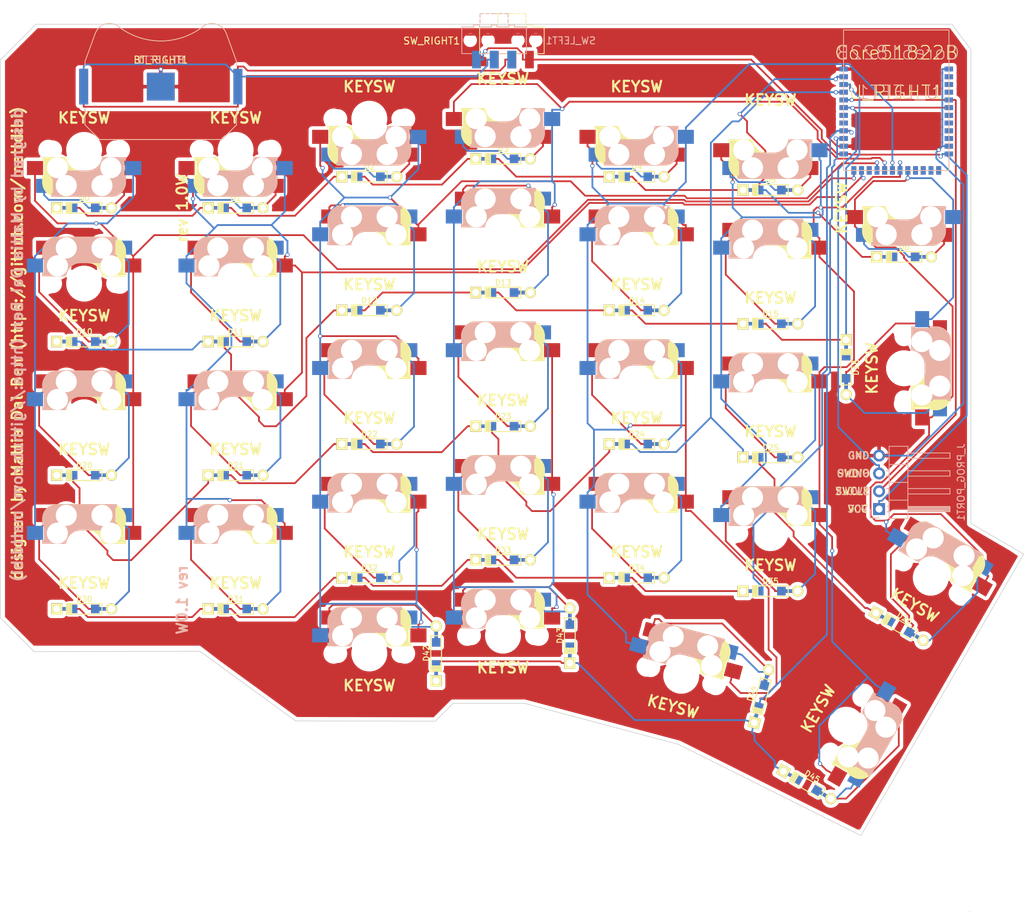
<source format=kicad_pcb>
(kicad_pcb (version 20171130) (host pcbnew "(5.1.2)-2")
  (title_block (title "Redox keyboard PCB") (date 2018-05-05) (rev 1.0) (comment 1 "designed by Mattia Dal Ben (aka u/TiaMaT102)") (comment 2 https://github.com/mattdibi/redox-keyboard))
  (layers (0 F.Cu signal) (31 B.Cu signal) (34 B.Paste user) (35 F.Paste user) (36 B.SilkS user) (37 F.SilkS user) (38 B.Mask user) (39 F.Mask user) (44 Edge.Cuts user))
  (net 0 "")
  (net 1 "Net-(D0-Pad2)")
  (net 2 row0)
  (net 3 "Net-(D1-Pad2)")
  (net 4 "Net-(D2-Pad2)")
  (net 5 "Net-(D3-Pad2)")
  (net 6 "Net-(D4-Pad2)")
  (net 7 "Net-(D5-Pad2)")
  (net 8 "Net-(D6-Pad2)")
  (net 9 "Net-(D10-Pad2)")
  (net 10 row1)
  (net 11 "Net-(D11-Pad2)")
  (net 12 "Net-(D12-Pad2)")
  (net 13 "Net-(D13-Pad2)")
  (net 14 "Net-(D14-Pad2)")
  (net 15 "Net-(D15-Pad2)")
  (net 16 "Net-(D16-Pad2)")
  (net 17 "Net-(D20-Pad2)")
  (net 18 row2)
  (net 19 "Net-(D21-Pad2)")
  (net 20 "Net-(D22-Pad2)")
  (net 21 "Net-(D23-Pad2)")
  (net 22 "Net-(D24-Pad2)")
  (net 23 "Net-(D25-Pad2)")
  (net 24 "Net-(D26-Pad2)")
  (net 25 "Net-(D30-Pad2)")
  (net 26 row3)
  (net 27 "Net-(D31-Pad2)")
  (net 28 "Net-(D32-Pad2)")
  (net 29 "Net-(D33-Pad2)")
  (net 30 "Net-(D34-Pad2)")
  (net 31 "Net-(D35-Pad2)")
  (net 32 row4)
  (net 33 "Net-(D42-Pad2)")
  (net 34 "Net-(D43-Pad2)")
  (net 35 "Net-(D44-Pad2)")
  (net 36 "Net-(D45-Pad2)")
  (net 37 col0)
  (net 38 col1)
  (net 39 col2)
  (net 40 col3)
  (net 41 col4)
  (net 42 col5)
  (net 43 col6)
  (net 44 VCC)
  (net 45 GND)
  (net 46 "Net-(BT_LEFT1-Pad1)")
  (net 47 "Net-(BT_RIGHT1-Pad1)")
  (net 48 SWCLK)
  (net 49 SWDIO)
  (net 50 "Net-(SW_LEFT1-Pad3)")
  (net 51 "Net-(SW_RIGHT1-Pad3)")
  (net 52 "Net-(U_LEFT1-Pad8)")
  (net 53 "Net-(U_LEFT1-Pad7)")
  (net 54 "Net-(U_LEFT1-Pad6)")
  (net 55 "Net-(U_LEFT1-Pad5)")
  (net 56 "Net-(U_LEFT1-Pad36)")
  (net 57 "Net-(U_LEFT1-Pad30)")
  (net 58 "Net-(U_LEFT1-Pad29)")
  (net 59 "Net-(U_LEFT1-Pad26)")
  (net 60 "Net-(U_LEFT1-Pad25)")
  (net 61 "Net-(U_LEFT1-Pad22)")
  (net 62 "Net-(U_LEFT1-Pad15)")
  (net 63 "Net-(U_RIGHT1-Pad8)")
  (net 64 "Net-(U_RIGHT1-Pad7)")
  (net 65 "Net-(U_RIGHT1-Pad6)")
  (net 66 "Net-(U_RIGHT1-Pad5)")
  (net 67 "Net-(U_RIGHT1-Pad36)")
  (net 68 "Net-(U_RIGHT1-Pad30)")
  (net 69 "Net-(U_RIGHT1-Pad29)")
  (net 70 "Net-(U_RIGHT1-Pad26)")
  (net 71 "Net-(U_RIGHT1-Pad25)")
  (net 72 "Net-(U_RIGHT1-Pad22)")
  (net 73 "Net-(U_RIGHT1-Pad15)")
  (net 74 "Net-(U_LEFT1-Pad13)")
  (net 75 "Net-(U_LEFT1-Pad10)")
  (net 76 "Net-(U_LEFT1-Pad9)")
  (net 77 "Net-(U_LEFT1-Pad4)")
  (net 78 "Net-(U_LEFT1-Pad3)")
  (net 79 "Net-(U_LEFT1-Pad2)")
  (net 80 "Net-(U_LEFT1-Pad16)")
  (net 81 "Net-(U_LEFT1-Pad14)")
  (net 82 "Net-(U_RIGHT1-Pad35)")
  (net 83 "Net-(U_RIGHT1-Pad34)")
  (net 84 "Net-(U_RIGHT1-Pad33)")
  (net 85 "Net-(U_RIGHT1-Pad28)")
  (net 86 "Net-(U_RIGHT1-Pad27)")
  (net 87 "Net-(U_RIGHT1-Pad24)")
  (net 88 "Net-(U_RIGHT1-Pad23)")
  (net 89 "Net-(U_RIGHT1-Pad21)")
  (module pcb:CherryMX_MidHeight_Hotswap (layer F.Cu) (at 176.53 141.605 345)
    (fp_text reference K44 hide)
    (fp_text value KEYSW (at 0 4.572 345) (layer F.SilkS) (effects (font (size 1.524 1.524) (thickness 0.3048))))
    (pad "" np_thru_hole circle (at 4.5 0 345) (size 1.7 1.7) (drill 1.7) (layers *.Cu *.Mask))
    (pad "" np_thru_hole circle (at -4.5 0 345) (size 1.7 1.7) (drill 1.7) (layers *.Cu *.Mask))
    (pad 2 smd rect (at 5.7 -5.12 165) (size 2.3 2) (layers B.Cu B.Paste B.Mask) (net 35 "Net-(D44-Pad2)"))
    (pad "" np_thru_hole circle (at -5.08 0 345) (size 1.9 1.9) (drill 1.9) (layers *.Cu *.Mask))
    (pad "" np_thru_hole circle (at 5.08 0 345) (size 1.9 1.9) (drill 1.9) (layers *.Cu *.Mask))
    (pad "" np_thru_hole circle (at 0 0 75) (size 4.1 4.1) (drill 4.1) (layers *.Cu *.Mask))
    (pad "" np_thru_hole circle (at 2.54 -5.08 165) (size 3 3) (drill 3) (layers *.Cu *.Mask))
    (pad "" np_thru_hole circle (at 3.81 -2.540001 165) (size 3 3) (drill 3) (layers *.Cu *.Mask))
    (pad "" np_thru_hole circle (at -2.54 -5.08 165) (size 3 3) (drill 3) (layers *.Cu *.Mask))
    (pad "" np_thru_hole circle (at -3.81 -2.54 165) (size 3 3) (drill 3) (layers *.Cu *.Mask))
    (pad 2 smd rect (at -5.7 -5.12 165) (size 2.3 2) (layers F.Cu F.Paste F.Mask) (net 35 "Net-(D44-Pad2)"))
    (pad 1 smd rect (at 7 -2.58 165) (size 2.3 2) (layers F.Cu F.Paste F.Mask) (net 41 col4))
    (pad 1 smd rect (at -7 -2.58 165) (size 2.3 2) (layers B.Cu B.Paste B.Mask) (net 41 col4))
  )
  (module pcb:CherryMX_MidHeight_Hotswap (layer F.Cu) (at 91.44 123.825)
    (fp_text reference K30 hide)
    (fp_text value KEYSW (at 0 4.572) (layer F.SilkS) (effects (font (size 1.524 1.524) (thickness 0.3048))))
    (pad "" np_thru_hole circle (at 4.5 0) (size 1.7 1.7) (drill 1.7) (layers *.Cu *.Mask))
    (pad "" np_thru_hole circle (at -4.5 0) (size 1.7 1.7) (drill 1.7) (layers *.Cu *.Mask))
    (pad 2 smd rect (at 5.7 -5.12 180) (size 2.3 2) (layers B.Cu B.Paste B.Mask) (net 25 "Net-(D30-Pad2)"))
    (pad "" np_thru_hole circle (at -5.08 0) (size 1.9 1.9) (drill 1.9) (layers *.Cu *.Mask))
    (pad "" np_thru_hole circle (at 5.08 0) (size 1.9 1.9) (drill 1.9) (layers *.Cu *.Mask))
    (pad "" np_thru_hole circle (at 0 0 90) (size 4.1 4.1) (drill 4.1) (layers *.Cu *.Mask))
    (pad "" np_thru_hole circle (at 2.54 -5.08 180) (size 3 3) (drill 3) (layers *.Cu *.Mask))
    (pad "" np_thru_hole circle (at 3.81 -2.540001 180) (size 3 3) (drill 3) (layers *.Cu *.Mask))
    (pad "" np_thru_hole circle (at -2.54 -5.08 180) (size 3 3) (drill 3) (layers *.Cu *.Mask))
    (pad "" np_thru_hole circle (at -3.81 -2.54 180) (size 3 3) (drill 3) (layers *.Cu *.Mask))
    (pad 2 smd rect (at -5.7 -5.12 180) (size 2.3 2) (layers F.Cu F.Paste F.Mask) (net 25 "Net-(D30-Pad2)"))
    (pad 1 smd rect (at 7 -2.58 180) (size 2.3 2) (layers F.Cu F.Paste F.Mask) (net 37 col0))
    (pad 1 smd rect (at -7 -2.58 180) (size 2.3 2) (layers B.Cu B.Paste B.Mask) (net 37 col0))
  )
  (module pcb:CherryMX_MidHeight_Hotswap (layer F.Cu) (at 91.44 104.775)
    (fp_text reference K20 hide)
    (fp_text value KEYSW (at 0 4.572) (layer F.SilkS) (effects (font (size 1.524 1.524) (thickness 0.3048))))
    (pad "" np_thru_hole circle (at 4.5 0) (size 1.7 1.7) (drill 1.7) (layers *.Cu *.Mask))
    (pad "" np_thru_hole circle (at -4.5 0) (size 1.7 1.7) (drill 1.7) (layers *.Cu *.Mask))
    (pad 2 smd rect (at 5.7 -5.12 180) (size 2.3 2) (layers B.Cu B.Paste B.Mask) (net 17 "Net-(D20-Pad2)"))
    (pad "" np_thru_hole circle (at -5.08 0) (size 1.9 1.9) (drill 1.9) (layers *.Cu *.Mask))
    (pad "" np_thru_hole circle (at 5.08 0) (size 1.9 1.9) (drill 1.9) (layers *.Cu *.Mask))
    (pad "" np_thru_hole circle (at 0 0 90) (size 4.1 4.1) (drill 4.1) (layers *.Cu *.Mask))
    (pad "" np_thru_hole circle (at 2.54 -5.08 180) (size 3 3) (drill 3) (layers *.Cu *.Mask))
    (pad "" np_thru_hole circle (at 3.81 -2.540001 180) (size 3 3) (drill 3) (layers *.Cu *.Mask))
    (pad "" np_thru_hole circle (at -2.54 -5.08 180) (size 3 3) (drill 3) (layers *.Cu *.Mask))
    (pad "" np_thru_hole circle (at -3.81 -2.54 180) (size 3 3) (drill 3) (layers *.Cu *.Mask))
    (pad 2 smd rect (at -5.7 -5.12 180) (size 2.3 2) (layers F.Cu F.Paste F.Mask) (net 17 "Net-(D20-Pad2)"))
    (pad 1 smd rect (at 7 -2.58 180) (size 2.3 2) (layers F.Cu F.Paste F.Mask) (net 37 col0))
    (pad 1 smd rect (at -7 -2.58 180) (size 2.3 2) (layers B.Cu B.Paste B.Mask) (net 37 col0))
  )
  (module pcb:CherryMX_MidHeight_Hotswap (layer F.Cu) (at 91.44 85.725)
    (fp_text reference K10 hide)
    (fp_text value KEYSW (at 0 4.572) (layer F.SilkS) (effects (font (size 1.524 1.524) (thickness 0.3048))))
    (pad "" np_thru_hole circle (at 4.5 0) (size 1.7 1.7) (drill 1.7) (layers *.Cu *.Mask))
    (pad "" np_thru_hole circle (at -4.5 0) (size 1.7 1.7) (drill 1.7) (layers *.Cu *.Mask))
    (pad 2 smd rect (at 5.7 -5.12 180) (size 2.3 2) (layers B.Cu B.Paste B.Mask) (net 9 "Net-(D10-Pad2)"))
    (pad "" np_thru_hole circle (at -5.08 0) (size 1.9 1.9) (drill 1.9) (layers *.Cu *.Mask))
    (pad "" np_thru_hole circle (at 5.08 0) (size 1.9 1.9) (drill 1.9) (layers *.Cu *.Mask))
    (pad "" np_thru_hole circle (at 0 0 90) (size 4.1 4.1) (drill 4.1) (layers *.Cu *.Mask))
    (pad "" np_thru_hole circle (at 2.54 -5.08 180) (size 3 3) (drill 3) (layers *.Cu *.Mask))
    (pad "" np_thru_hole circle (at 3.81 -2.540001 180) (size 3 3) (drill 3) (layers *.Cu *.Mask))
    (pad "" np_thru_hole circle (at -2.54 -5.08 180) (size 3 3) (drill 3) (layers *.Cu *.Mask))
    (pad "" np_thru_hole circle (at -3.81 -2.54 180) (size 3 3) (drill 3) (layers *.Cu *.Mask))
    (pad 2 smd rect (at -5.7 -5.12 180) (size 2.3 2) (layers F.Cu F.Paste F.Mask) (net 9 "Net-(D10-Pad2)"))
    (pad 1 smd rect (at 7 -2.58 180) (size 2.3 2) (layers F.Cu F.Paste F.Mask) (net 37 col0))
    (pad 1 smd rect (at -7 -2.58 180) (size 2.3 2) (layers B.Cu B.Paste B.Mask) (net 37 col0))
  )
  (module pcb:CherryMX_MidHeight_Hotswap (layer F.Cu) (at 91.44 66.675 180)
    (fp_text reference K0 hide)
    (fp_text value KEYSW (at 0 4.572 180) (layer F.SilkS) (effects (font (size 1.524 1.524) (thickness 0.3048))))
    (pad "" np_thru_hole circle (at 4.5 0 180) (size 1.7 1.7) (drill 1.7) (layers *.Cu *.Mask))
    (pad "" np_thru_hole circle (at -4.5 0 180) (size 1.7 1.7) (drill 1.7) (layers *.Cu *.Mask))
    (pad 2 smd rect (at 5.7 -5.12) (size 2.3 2) (layers B.Cu B.Paste B.Mask) (net 1 "Net-(D0-Pad2)"))
    (pad "" np_thru_hole circle (at -5.08 0 180) (size 1.9 1.9) (drill 1.9) (layers *.Cu *.Mask))
    (pad "" np_thru_hole circle (at 5.08 0 180) (size 1.9 1.9) (drill 1.9) (layers *.Cu *.Mask))
    (pad "" np_thru_hole circle (at 0 0 270) (size 4.1 4.1) (drill 4.1) (layers *.Cu *.Mask))
    (pad "" np_thru_hole circle (at 2.54 -5.08) (size 3 3) (drill 3) (layers *.Cu *.Mask))
    (pad "" np_thru_hole circle (at 3.81 -2.540001) (size 3 3) (drill 3) (layers *.Cu *.Mask))
    (pad "" np_thru_hole circle (at -2.54 -5.08) (size 3 3) (drill 3) (layers *.Cu *.Mask))
    (pad "" np_thru_hole circle (at -3.81 -2.54) (size 3 3) (drill 3) (layers *.Cu *.Mask))
    (pad 2 smd rect (at -5.7 -5.12) (size 2.3 2) (layers F.Cu F.Paste F.Mask) (net 1 "Net-(D0-Pad2)"))
    (pad 1 smd rect (at 7 -2.58) (size 2.3 2) (layers F.Cu F.Paste F.Mask) (net 37 col0))
    (pad 1 smd rect (at -7 -2.58) (size 2.3 2) (layers B.Cu B.Paste B.Mask) (net 37 col0))
  )
  (module pcb:CherryMX_MidHeight_Hotswap (layer F.Cu) (at 151.13 135.89)
    (fp_text reference K43 hide)
    (fp_text value KEYSW (at 0 4.572) (layer F.SilkS) (effects (font (size 1.524 1.524) (thickness 0.3048))))
    (pad "" np_thru_hole circle (at 4.5 0) (size 1.7 1.7) (drill 1.7) (layers *.Cu *.Mask))
    (pad "" np_thru_hole circle (at -4.5 0) (size 1.7 1.7) (drill 1.7) (layers *.Cu *.Mask))
    (pad 2 smd rect (at 5.7 -5.12 180) (size 2.3 2) (layers B.Cu B.Paste B.Mask) (net 34 "Net-(D43-Pad2)"))
    (pad "" np_thru_hole circle (at -5.08 0) (size 1.9 1.9) (drill 1.9) (layers *.Cu *.Mask))
    (pad "" np_thru_hole circle (at 5.08 0) (size 1.9 1.9) (drill 1.9) (layers *.Cu *.Mask))
    (pad "" np_thru_hole circle (at 0 0 90) (size 4.1 4.1) (drill 4.1) (layers *.Cu *.Mask))
    (pad "" np_thru_hole circle (at 2.54 -5.08 180) (size 3 3) (drill 3) (layers *.Cu *.Mask))
    (pad "" np_thru_hole circle (at 3.81 -2.540001 180) (size 3 3) (drill 3) (layers *.Cu *.Mask))
    (pad "" np_thru_hole circle (at -2.54 -5.08 180) (size 3 3) (drill 3) (layers *.Cu *.Mask))
    (pad "" np_thru_hole circle (at -3.81 -2.54 180) (size 3 3) (drill 3) (layers *.Cu *.Mask))
    (pad 2 smd rect (at -5.7 -5.12 180) (size 2.3 2) (layers F.Cu F.Paste F.Mask) (net 34 "Net-(D43-Pad2)"))
    (pad 1 smd rect (at 7 -2.58 180) (size 2.3 2) (layers F.Cu F.Paste F.Mask) (net 40 col3))
    (pad 1 smd rect (at -7 -2.58 180) (size 2.3 2) (layers B.Cu B.Paste B.Mask) (net 40 col3))
  )
  (module pcb:CherryMX_MidHeight_Hotswap (layer F.Cu) (at 132.08 138.43)
    (fp_text reference K42 hide)
    (fp_text value KEYSW (at 0 4.572) (layer F.SilkS) (effects (font (size 1.524 1.524) (thickness 0.3048))))
    (pad 1 smd rect (at -7 -2.58 180) (size 2.3 2) (layers B.Cu B.Paste B.Mask) (net 39 col2))
    (pad 1 smd rect (at 7 -2.58 180) (size 2.3 2) (layers F.Cu F.Paste F.Mask) (net 39 col2))
    (pad 2 smd rect (at -5.7 -5.12 180) (size 2.3 2) (layers F.Cu F.Paste F.Mask) (net 33 "Net-(D42-Pad2)"))
    (pad "" np_thru_hole circle (at -3.81 -2.54 180) (size 3 3) (drill 3) (layers *.Cu *.Mask))
    (pad "" np_thru_hole circle (at -2.54 -5.08 180) (size 3 3) (drill 3) (layers *.Cu *.Mask))
    (pad "" np_thru_hole circle (at 3.81 -2.540001 180) (size 3 3) (drill 3) (layers *.Cu *.Mask))
    (pad "" np_thru_hole circle (at 2.54 -5.08 180) (size 3 3) (drill 3) (layers *.Cu *.Mask))
    (pad "" np_thru_hole circle (at 0 0 90) (size 4.1 4.1) (drill 4.1) (layers *.Cu *.Mask))
    (pad "" np_thru_hole circle (at 5.08 0) (size 1.9 1.9) (drill 1.9) (layers *.Cu *.Mask))
    (pad "" np_thru_hole circle (at -5.08 0) (size 1.9 1.9) (drill 1.9) (layers *.Cu *.Mask))
    (pad 2 smd rect (at 5.7 -5.12 180) (size 2.3 2) (layers B.Cu B.Paste B.Mask) (net 33 "Net-(D42-Pad2)"))
    (pad "" np_thru_hole circle (at -4.5 0) (size 1.7 1.7) (drill 1.7) (layers *.Cu *.Mask))
    (pad "" np_thru_hole circle (at 4.5 0) (size 1.7 1.7) (drill 1.7) (layers *.Cu *.Mask))
  )
  (module pcb:CherryMX_MidHeight_Hotswap (layer F.Cu) (at 189.23 121.285)
    (fp_text reference K35 hide)
    (fp_text value KEYSW (at 0 4.572) (layer F.SilkS) (effects (font (size 1.524 1.524) (thickness 0.3048))))
    (pad "" np_thru_hole circle (at 4.5 0) (size 1.7 1.7) (drill 1.7) (layers *.Cu *.Mask))
    (pad "" np_thru_hole circle (at -4.5 0) (size 1.7 1.7) (drill 1.7) (layers *.Cu *.Mask))
    (pad 2 smd rect (at 5.7 -5.12 180) (size 2.3 2) (layers B.Cu B.Paste B.Mask) (net 31 "Net-(D35-Pad2)"))
    (pad "" np_thru_hole circle (at -5.08 0) (size 1.9 1.9) (drill 1.9) (layers *.Cu *.Mask))
    (pad "" np_thru_hole circle (at 5.08 0) (size 1.9 1.9) (drill 1.9) (layers *.Cu *.Mask))
    (pad "" np_thru_hole circle (at 0 0 90) (size 4.1 4.1) (drill 4.1) (layers *.Cu *.Mask))
    (pad "" np_thru_hole circle (at 2.54 -5.08 180) (size 3 3) (drill 3) (layers *.Cu *.Mask))
    (pad "" np_thru_hole circle (at 3.81 -2.540001 180) (size 3 3) (drill 3) (layers *.Cu *.Mask))
    (pad "" np_thru_hole circle (at -2.54 -5.08 180) (size 3 3) (drill 3) (layers *.Cu *.Mask))
    (pad "" np_thru_hole circle (at -3.81 -2.54 180) (size 3 3) (drill 3) (layers *.Cu *.Mask))
    (pad 2 smd rect (at -5.7 -5.12 180) (size 2.3 2) (layers F.Cu F.Paste F.Mask) (net 31 "Net-(D35-Pad2)"))
    (pad 1 smd rect (at 7 -2.58 180) (size 2.3 2) (layers F.Cu F.Paste F.Mask) (net 42 col5))
    (pad 1 smd rect (at -7 -2.58 180) (size 2.3 2) (layers B.Cu B.Paste B.Mask) (net 42 col5))
  )
  (module pcb:CherryMX_MidHeight_Hotswap (layer F.Cu) (at 170.18 119.38)
    (fp_text reference K34 hide)
    (fp_text value KEYSW (at 0 4.572) (layer F.SilkS) (effects (font (size 1.524 1.524) (thickness 0.3048))))
    (pad "" np_thru_hole circle (at 4.5 0) (size 1.7 1.7) (drill 1.7) (layers *.Cu *.Mask))
    (pad "" np_thru_hole circle (at -4.5 0) (size 1.7 1.7) (drill 1.7) (layers *.Cu *.Mask))
    (pad 2 smd rect (at 5.7 -5.12 180) (size 2.3 2) (layers B.Cu B.Paste B.Mask) (net 30 "Net-(D34-Pad2)"))
    (pad "" np_thru_hole circle (at -5.08 0) (size 1.9 1.9) (drill 1.9) (layers *.Cu *.Mask))
    (pad "" np_thru_hole circle (at 5.08 0) (size 1.9 1.9) (drill 1.9) (layers *.Cu *.Mask))
    (pad "" np_thru_hole circle (at 0 0 90) (size 4.1 4.1) (drill 4.1) (layers *.Cu *.Mask))
    (pad "" np_thru_hole circle (at 2.54 -5.08 180) (size 3 3) (drill 3) (layers *.Cu *.Mask))
    (pad "" np_thru_hole circle (at 3.81 -2.540001 180) (size 3 3) (drill 3) (layers *.Cu *.Mask))
    (pad "" np_thru_hole circle (at -2.54 -5.08 180) (size 3 3) (drill 3) (layers *.Cu *.Mask))
    (pad "" np_thru_hole circle (at -3.81 -2.54 180) (size 3 3) (drill 3) (layers *.Cu *.Mask))
    (pad 2 smd rect (at -5.7 -5.12 180) (size 2.3 2) (layers F.Cu F.Paste F.Mask) (net 30 "Net-(D34-Pad2)"))
    (pad 1 smd rect (at 7 -2.58 180) (size 2.3 2) (layers F.Cu F.Paste F.Mask) (net 41 col4))
    (pad 1 smd rect (at -7 -2.58 180) (size 2.3 2) (layers B.Cu B.Paste B.Mask) (net 41 col4))
  )
  (module pcb:CherryMX_MidHeight_Hotswap (layer F.Cu) (at 151.13 116.84)
    (fp_text reference K33 hide)
    (fp_text value KEYSW (at 0 4.572) (layer F.SilkS) (effects (font (size 1.524 1.524) (thickness 0.3048))))
    (pad "" np_thru_hole circle (at 4.5 0) (size 1.7 1.7) (drill 1.7) (layers *.Cu *.Mask))
    (pad "" np_thru_hole circle (at -4.5 0) (size 1.7 1.7) (drill 1.7) (layers *.Cu *.Mask))
    (pad 2 smd rect (at 5.7 -5.12 180) (size 2.3 2) (layers B.Cu B.Paste B.Mask) (net 29 "Net-(D33-Pad2)"))
    (pad "" np_thru_hole circle (at -5.08 0) (size 1.9 1.9) (drill 1.9) (layers *.Cu *.Mask))
    (pad "" np_thru_hole circle (at 5.08 0) (size 1.9 1.9) (drill 1.9) (layers *.Cu *.Mask))
    (pad "" np_thru_hole circle (at 0 0 90) (size 4.1 4.1) (drill 4.1) (layers *.Cu *.Mask))
    (pad "" np_thru_hole circle (at 2.54 -5.08 180) (size 3 3) (drill 3) (layers *.Cu *.Mask))
    (pad "" np_thru_hole circle (at 3.81 -2.540001 180) (size 3 3) (drill 3) (layers *.Cu *.Mask))
    (pad "" np_thru_hole circle (at -2.54 -5.08 180) (size 3 3) (drill 3) (layers *.Cu *.Mask))
    (pad "" np_thru_hole circle (at -3.81 -2.54 180) (size 3 3) (drill 3) (layers *.Cu *.Mask))
    (pad 2 smd rect (at -5.7 -5.12 180) (size 2.3 2) (layers F.Cu F.Paste F.Mask) (net 29 "Net-(D33-Pad2)"))
    (pad 1 smd rect (at 7 -2.58 180) (size 2.3 2) (layers F.Cu F.Paste F.Mask) (net 40 col3))
    (pad 1 smd rect (at -7 -2.58 180) (size 2.3 2) (layers B.Cu B.Paste B.Mask) (net 40 col3))
  )
  (module pcb:CherryMX_MidHeight_Hotswap (layer F.Cu) (at 132.08 119.38)
    (fp_text reference K32 hide)
    (fp_text value KEYSW (at 0 4.572) (layer F.SilkS) (effects (font (size 1.524 1.524) (thickness 0.3048))))
    (pad "" np_thru_hole circle (at 4.5 0) (size 1.7 1.7) (drill 1.7) (layers *.Cu *.Mask))
    (pad "" np_thru_hole circle (at -4.5 0) (size 1.7 1.7) (drill 1.7) (layers *.Cu *.Mask))
    (pad 2 smd rect (at 5.7 -5.12 180) (size 2.3 2) (layers B.Cu B.Paste B.Mask) (net 28 "Net-(D32-Pad2)"))
    (pad "" np_thru_hole circle (at -5.08 0) (size 1.9 1.9) (drill 1.9) (layers *.Cu *.Mask))
    (pad "" np_thru_hole circle (at 5.08 0) (size 1.9 1.9) (drill 1.9) (layers *.Cu *.Mask))
    (pad "" np_thru_hole circle (at 0 0 90) (size 4.1 4.1) (drill 4.1) (layers *.Cu *.Mask))
    (pad "" np_thru_hole circle (at 2.54 -5.08 180) (size 3 3) (drill 3) (layers *.Cu *.Mask))
    (pad "" np_thru_hole circle (at 3.81 -2.540001 180) (size 3 3) (drill 3) (layers *.Cu *.Mask))
    (pad "" np_thru_hole circle (at -2.54 -5.08 180) (size 3 3) (drill 3) (layers *.Cu *.Mask))
    (pad "" np_thru_hole circle (at -3.81 -2.54 180) (size 3 3) (drill 3) (layers *.Cu *.Mask))
    (pad 2 smd rect (at -5.7 -5.12 180) (size 2.3 2) (layers F.Cu F.Paste F.Mask) (net 28 "Net-(D32-Pad2)"))
    (pad 1 smd rect (at 7 -2.58 180) (size 2.3 2) (layers F.Cu F.Paste F.Mask) (net 39 col2))
    (pad 1 smd rect (at -7 -2.58 180) (size 2.3 2) (layers B.Cu B.Paste B.Mask) (net 39 col2))
  )
  (module pcb:CherryMX_MidHeight_Hotswap (layer F.Cu) (at 113.03 123.825)
    (fp_text reference K31 hide)
    (fp_text value KEYSW (at 0 4.572) (layer F.SilkS) (effects (font (size 1.524 1.524) (thickness 0.3048))))
    (pad "" np_thru_hole circle (at 4.5 0) (size 1.7 1.7) (drill 1.7) (layers *.Cu *.Mask))
    (pad "" np_thru_hole circle (at -4.5 0) (size 1.7 1.7) (drill 1.7) (layers *.Cu *.Mask))
    (pad 2 smd rect (at 5.7 -5.12 180) (size 2.3 2) (layers B.Cu B.Paste B.Mask) (net 27 "Net-(D31-Pad2)"))
    (pad "" np_thru_hole circle (at -5.08 0) (size 1.9 1.9) (drill 1.9) (layers *.Cu *.Mask))
    (pad "" np_thru_hole circle (at 5.08 0) (size 1.9 1.9) (drill 1.9) (layers *.Cu *.Mask))
    (pad "" np_thru_hole circle (at 0 0 90) (size 4.1 4.1) (drill 4.1) (layers *.Cu *.Mask))
    (pad "" np_thru_hole circle (at 2.54 -5.08 180) (size 3 3) (drill 3) (layers *.Cu *.Mask))
    (pad "" np_thru_hole circle (at 3.81 -2.540001 180) (size 3 3) (drill 3) (layers *.Cu *.Mask))
    (pad "" np_thru_hole circle (at -2.54 -5.08 180) (size 3 3) (drill 3) (layers *.Cu *.Mask))
    (pad "" np_thru_hole circle (at -3.81 -2.54 180) (size 3 3) (drill 3) (layers *.Cu *.Mask))
    (pad 2 smd rect (at -5.7 -5.12 180) (size 2.3 2) (layers F.Cu F.Paste F.Mask) (net 27 "Net-(D31-Pad2)"))
    (pad 1 smd rect (at 7 -2.58 180) (size 2.3 2) (layers F.Cu F.Paste F.Mask) (net 38 col1))
    (pad 1 smd rect (at -7 -2.58 180) (size 2.3 2) (layers B.Cu B.Paste B.Mask) (net 38 col1))
  )
  (module pcb:CherryMX_MidHeight_Hotswap (layer F.Cu) (at 212.09 127.635 330)
    (fp_text reference K26 hide)
    (fp_text value KEYSW (at 0 4.572 330) (layer F.SilkS) (effects (font (size 1.524 1.524) (thickness 0.3048))))
    (pad "" np_thru_hole circle (at 4.5 0 330) (size 1.7 1.7) (drill 1.7) (layers *.Cu *.Mask))
    (pad "" np_thru_hole circle (at -4.5 0 330) (size 1.7 1.7) (drill 1.7) (layers *.Cu *.Mask))
    (pad 2 smd rect (at 5.7 -5.12 150) (size 2.3 2) (layers B.Cu B.Paste B.Mask) (net 24 "Net-(D26-Pad2)"))
    (pad "" np_thru_hole circle (at -5.08 0 330) (size 1.9 1.9) (drill 1.9) (layers *.Cu *.Mask))
    (pad "" np_thru_hole circle (at 5.08 0 330) (size 1.9 1.9) (drill 1.9) (layers *.Cu *.Mask))
    (pad "" np_thru_hole circle (at 0 0 60) (size 4.1 4.1) (drill 4.1) (layers *.Cu *.Mask))
    (pad "" np_thru_hole circle (at 2.54 -5.08 150) (size 3 3) (drill 3) (layers *.Cu *.Mask))
    (pad "" np_thru_hole circle (at 3.81 -2.540001 150) (size 3 3) (drill 3) (layers *.Cu *.Mask))
    (pad "" np_thru_hole circle (at -2.54 -5.08 150) (size 3 3) (drill 3) (layers *.Cu *.Mask))
    (pad "" np_thru_hole circle (at -3.81 -2.54 150) (size 3 3) (drill 3) (layers *.Cu *.Mask))
    (pad 2 smd rect (at -5.7 -5.12 150) (size 2.3 2) (layers F.Cu F.Paste F.Mask) (net 24 "Net-(D26-Pad2)"))
    (pad 1 smd rect (at 7 -2.58 150) (size 2.3 2) (layers F.Cu F.Paste F.Mask) (net 43 col6))
    (pad 1 smd rect (at -7 -2.58 150) (size 2.3 2) (layers B.Cu B.Paste B.Mask) (net 43 col6))
  )
  (module pcb:CherryMX_MidHeight_Hotswap (layer F.Cu) (at 189.23 102.235)
    (fp_text reference K25 hide)
    (fp_text value KEYSW (at 0 4.572) (layer F.SilkS) (effects (font (size 1.524 1.524) (thickness 0.3048))))
    (pad "" np_thru_hole circle (at 4.5 0) (size 1.7 1.7) (drill 1.7) (layers *.Cu *.Mask))
    (pad "" np_thru_hole circle (at -4.5 0) (size 1.7 1.7) (drill 1.7) (layers *.Cu *.Mask))
    (pad 2 smd rect (at 5.7 -5.12 180) (size 2.3 2) (layers B.Cu B.Paste B.Mask) (net 23 "Net-(D25-Pad2)"))
    (pad "" np_thru_hole circle (at -5.08 0) (size 1.9 1.9) (drill 1.9) (layers *.Cu *.Mask))
    (pad "" np_thru_hole circle (at 5.08 0) (size 1.9 1.9) (drill 1.9) (layers *.Cu *.Mask))
    (pad "" np_thru_hole circle (at 0 0 90) (size 4.1 4.1) (drill 4.1) (layers *.Cu *.Mask))
    (pad "" np_thru_hole circle (at 2.54 -5.08 180) (size 3 3) (drill 3) (layers *.Cu *.Mask))
    (pad "" np_thru_hole circle (at 3.81 -2.540001 180) (size 3 3) (drill 3) (layers *.Cu *.Mask))
    (pad "" np_thru_hole circle (at -2.54 -5.08 180) (size 3 3) (drill 3) (layers *.Cu *.Mask))
    (pad "" np_thru_hole circle (at -3.81 -2.54 180) (size 3 3) (drill 3) (layers *.Cu *.Mask))
    (pad 2 smd rect (at -5.7 -5.12 180) (size 2.3 2) (layers F.Cu F.Paste F.Mask) (net 23 "Net-(D25-Pad2)"))
    (pad 1 smd rect (at 7 -2.58 180) (size 2.3 2) (layers F.Cu F.Paste F.Mask) (net 42 col5))
    (pad 1 smd rect (at -7 -2.58 180) (size 2.3 2) (layers B.Cu B.Paste B.Mask) (net 42 col5))
  )
  (module pcb:CherryMX_MidHeight_Hotswap (layer F.Cu) (at 170.18 100.33)
    (fp_text reference K24 hide)
    (fp_text value KEYSW (at 0 4.572) (layer F.SilkS) (effects (font (size 1.524 1.524) (thickness 0.3048))))
    (pad "" np_thru_hole circle (at 4.5 0) (size 1.7 1.7) (drill 1.7) (layers *.Cu *.Mask))
    (pad "" np_thru_hole circle (at -4.5 0) (size 1.7 1.7) (drill 1.7) (layers *.Cu *.Mask))
    (pad 2 smd rect (at 5.7 -5.12 180) (size 2.3 2) (layers B.Cu B.Paste B.Mask) (net 22 "Net-(D24-Pad2)"))
    (pad "" np_thru_hole circle (at -5.08 0) (size 1.9 1.9) (drill 1.9) (layers *.Cu *.Mask))
    (pad "" np_thru_hole circle (at 5.08 0) (size 1.9 1.9) (drill 1.9) (layers *.Cu *.Mask))
    (pad "" np_thru_hole circle (at 0 0 90) (size 4.1 4.1) (drill 4.1) (layers *.Cu *.Mask))
    (pad "" np_thru_hole circle (at 2.54 -5.08 180) (size 3 3) (drill 3) (layers *.Cu *.Mask))
    (pad "" np_thru_hole circle (at 3.81 -2.540001 180) (size 3 3) (drill 3) (layers *.Cu *.Mask))
    (pad "" np_thru_hole circle (at -2.54 -5.08 180) (size 3 3) (drill 3) (layers *.Cu *.Mask))
    (pad "" np_thru_hole circle (at -3.81 -2.54 180) (size 3 3) (drill 3) (layers *.Cu *.Mask))
    (pad 2 smd rect (at -5.7 -5.12 180) (size 2.3 2) (layers F.Cu F.Paste F.Mask) (net 22 "Net-(D24-Pad2)"))
    (pad 1 smd rect (at 7 -2.58 180) (size 2.3 2) (layers F.Cu F.Paste F.Mask) (net 41 col4))
    (pad 1 smd rect (at -7 -2.58 180) (size 2.3 2) (layers B.Cu B.Paste B.Mask) (net 41 col4))
  )
  (module pcb:CherryMX_MidHeight_Hotswap (layer F.Cu) (at 151.13 97.79)
    (fp_text reference K23 hide)
    (fp_text value KEYSW (at 0 4.572) (layer F.SilkS) (effects (font (size 1.524 1.524) (thickness 0.3048))))
    (pad "" np_thru_hole circle (at 4.5 0) (size 1.7 1.7) (drill 1.7) (layers *.Cu *.Mask))
    (pad "" np_thru_hole circle (at -4.5 0) (size 1.7 1.7) (drill 1.7) (layers *.Cu *.Mask))
    (pad 2 smd rect (at 5.7 -5.12 180) (size 2.3 2) (layers B.Cu B.Paste B.Mask) (net 21 "Net-(D23-Pad2)"))
    (pad "" np_thru_hole circle (at -5.08 0) (size 1.9 1.9) (drill 1.9) (layers *.Cu *.Mask))
    (pad "" np_thru_hole circle (at 5.08 0) (size 1.9 1.9) (drill 1.9) (layers *.Cu *.Mask))
    (pad "" np_thru_hole circle (at 0 0 90) (size 4.1 4.1) (drill 4.1) (layers *.Cu *.Mask))
    (pad "" np_thru_hole circle (at 2.54 -5.08 180) (size 3 3) (drill 3) (layers *.Cu *.Mask))
    (pad "" np_thru_hole circle (at 3.81 -2.540001 180) (size 3 3) (drill 3) (layers *.Cu *.Mask))
    (pad "" np_thru_hole circle (at -2.54 -5.08 180) (size 3 3) (drill 3) (layers *.Cu *.Mask))
    (pad "" np_thru_hole circle (at -3.81 -2.54 180) (size 3 3) (drill 3) (layers *.Cu *.Mask))
    (pad 2 smd rect (at -5.7 -5.12 180) (size 2.3 2) (layers F.Cu F.Paste F.Mask) (net 21 "Net-(D23-Pad2)"))
    (pad 1 smd rect (at 7 -2.58 180) (size 2.3 2) (layers F.Cu F.Paste F.Mask) (net 40 col3))
    (pad 1 smd rect (at -7 -2.58 180) (size 2.3 2) (layers B.Cu B.Paste B.Mask) (net 40 col3))
  )
  (module pcb:CherryMX_MidHeight_Hotswap (layer F.Cu) (at 132.08 100.33)
    (fp_text reference K22 hide)
    (fp_text value KEYSW (at 0 4.572) (layer F.SilkS) (effects (font (size 1.524 1.524) (thickness 0.3048))))
    (pad "" np_thru_hole circle (at 4.5 0) (size 1.7 1.7) (drill 1.7) (layers *.Cu *.Mask))
    (pad "" np_thru_hole circle (at -4.5 0) (size 1.7 1.7) (drill 1.7) (layers *.Cu *.Mask))
    (pad 2 smd rect (at 5.7 -5.12 180) (size 2.3 2) (layers B.Cu B.Paste B.Mask) (net 20 "Net-(D22-Pad2)"))
    (pad "" np_thru_hole circle (at -5.08 0) (size 1.9 1.9) (drill 1.9) (layers *.Cu *.Mask))
    (pad "" np_thru_hole circle (at 5.08 0) (size 1.9 1.9) (drill 1.9) (layers *.Cu *.Mask))
    (pad "" np_thru_hole circle (at 0 0 90) (size 4.1 4.1) (drill 4.1) (layers *.Cu *.Mask))
    (pad "" np_thru_hole circle (at 2.54 -5.08 180) (size 3 3) (drill 3) (layers *.Cu *.Mask))
    (pad "" np_thru_hole circle (at 3.81 -2.540001 180) (size 3 3) (drill 3) (layers *.Cu *.Mask))
    (pad "" np_thru_hole circle (at -2.54 -5.08 180) (size 3 3) (drill 3) (layers *.Cu *.Mask))
    (pad "" np_thru_hole circle (at -3.81 -2.54 180) (size 3 3) (drill 3) (layers *.Cu *.Mask))
    (pad 2 smd rect (at -5.7 -5.12 180) (size 2.3 2) (layers F.Cu F.Paste F.Mask) (net 20 "Net-(D22-Pad2)"))
    (pad 1 smd rect (at 7 -2.58 180) (size 2.3 2) (layers F.Cu F.Paste F.Mask) (net 39 col2))
    (pad 1 smd rect (at -7 -2.58 180) (size 2.3 2) (layers B.Cu B.Paste B.Mask) (net 39 col2))
  )
  (module pcb:CherryMX_MidHeight_Hotswap (layer F.Cu) (at 113.03 104.775)
    (fp_text reference K21 hide)
    (fp_text value KEYSW (at 0 4.572) (layer F.SilkS) (effects (font (size 1.524 1.524) (thickness 0.3048))))
    (pad "" np_thru_hole circle (at 4.5 0) (size 1.7 1.7) (drill 1.7) (layers *.Cu *.Mask))
    (pad "" np_thru_hole circle (at -4.5 0) (size 1.7 1.7) (drill 1.7) (layers *.Cu *.Mask))
    (pad 2 smd rect (at 5.7 -5.12 180) (size 2.3 2) (layers B.Cu B.Paste B.Mask) (net 19 "Net-(D21-Pad2)"))
    (pad "" np_thru_hole circle (at -5.08 0) (size 1.9 1.9) (drill 1.9) (layers *.Cu *.Mask))
    (pad "" np_thru_hole circle (at 5.08 0) (size 1.9 1.9) (drill 1.9) (layers *.Cu *.Mask))
    (pad "" np_thru_hole circle (at 0 0 90) (size 4.1 4.1) (drill 4.1) (layers *.Cu *.Mask))
    (pad "" np_thru_hole circle (at 2.54 -5.08 180) (size 3 3) (drill 3) (layers *.Cu *.Mask))
    (pad "" np_thru_hole circle (at 3.81 -2.540001 180) (size 3 3) (drill 3) (layers *.Cu *.Mask))
    (pad "" np_thru_hole circle (at -2.54 -5.08 180) (size 3 3) (drill 3) (layers *.Cu *.Mask))
    (pad "" np_thru_hole circle (at -3.81 -2.54 180) (size 3 3) (drill 3) (layers *.Cu *.Mask))
    (pad 2 smd rect (at -5.7 -5.12 180) (size 2.3 2) (layers F.Cu F.Paste F.Mask) (net 19 "Net-(D21-Pad2)"))
    (pad 1 smd rect (at 7 -2.58 180) (size 2.3 2) (layers F.Cu F.Paste F.Mask) (net 38 col1))
    (pad 1 smd rect (at -7 -2.58 180) (size 2.3 2) (layers B.Cu B.Paste B.Mask) (net 38 col1))
  )
  (module pcb:CherryMX_MidHeight_Hotswap (layer F.Cu) (at 189.23 83.185)
    (fp_text reference K15 hide)
    (fp_text value KEYSW (at 0 4.572) (layer F.SilkS) (effects (font (size 1.524 1.524) (thickness 0.3048))))
    (pad "" np_thru_hole circle (at 4.5 0) (size 1.7 1.7) (drill 1.7) (layers *.Cu *.Mask))
    (pad "" np_thru_hole circle (at -4.5 0) (size 1.7 1.7) (drill 1.7) (layers *.Cu *.Mask))
    (pad 2 smd rect (at 5.7 -5.12 180) (size 2.3 2) (layers B.Cu B.Paste B.Mask) (net 15 "Net-(D15-Pad2)"))
    (pad "" np_thru_hole circle (at -5.08 0) (size 1.9 1.9) (drill 1.9) (layers *.Cu *.Mask))
    (pad "" np_thru_hole circle (at 5.08 0) (size 1.9 1.9) (drill 1.9) (layers *.Cu *.Mask))
    (pad "" np_thru_hole circle (at 0 0 90) (size 4.1 4.1) (drill 4.1) (layers *.Cu *.Mask))
    (pad "" np_thru_hole circle (at 2.54 -5.08 180) (size 3 3) (drill 3) (layers *.Cu *.Mask))
    (pad "" np_thru_hole circle (at 3.81 -2.540001 180) (size 3 3) (drill 3) (layers *.Cu *.Mask))
    (pad "" np_thru_hole circle (at -2.54 -5.08 180) (size 3 3) (drill 3) (layers *.Cu *.Mask))
    (pad "" np_thru_hole circle (at -3.81 -2.54 180) (size 3 3) (drill 3) (layers *.Cu *.Mask))
    (pad 2 smd rect (at -5.7 -5.12 180) (size 2.3 2) (layers F.Cu F.Paste F.Mask) (net 15 "Net-(D15-Pad2)"))
    (pad 1 smd rect (at 7 -2.58 180) (size 2.3 2) (layers F.Cu F.Paste F.Mask) (net 42 col5))
    (pad 1 smd rect (at -7 -2.58 180) (size 2.3 2) (layers B.Cu B.Paste B.Mask) (net 42 col5))
  )
  (module pcb:CherryMX_MidHeight_Hotswap (layer F.Cu) (at 170.18 81.28)
    (fp_text reference K14 hide)
    (fp_text value KEYSW (at 0 4.572) (layer F.SilkS) (effects (font (size 1.524 1.524) (thickness 0.3048))))
    (pad "" np_thru_hole circle (at 4.5 0) (size 1.7 1.7) (drill 1.7) (layers *.Cu *.Mask))
    (pad "" np_thru_hole circle (at -4.5 0) (size 1.7 1.7) (drill 1.7) (layers *.Cu *.Mask))
    (pad 2 smd rect (at 5.7 -5.12 180) (size 2.3 2) (layers B.Cu B.Paste B.Mask) (net 14 "Net-(D14-Pad2)"))
    (pad "" np_thru_hole circle (at -5.08 0) (size 1.9 1.9) (drill 1.9) (layers *.Cu *.Mask))
    (pad "" np_thru_hole circle (at 5.08 0) (size 1.9 1.9) (drill 1.9) (layers *.Cu *.Mask))
    (pad "" np_thru_hole circle (at 0 0 90) (size 4.1 4.1) (drill 4.1) (layers *.Cu *.Mask))
    (pad "" np_thru_hole circle (at 2.54 -5.08 180) (size 3 3) (drill 3) (layers *.Cu *.Mask))
    (pad "" np_thru_hole circle (at 3.81 -2.540001 180) (size 3 3) (drill 3) (layers *.Cu *.Mask))
    (pad "" np_thru_hole circle (at -2.54 -5.08 180) (size 3 3) (drill 3) (layers *.Cu *.Mask))
    (pad "" np_thru_hole circle (at -3.81 -2.54 180) (size 3 3) (drill 3) (layers *.Cu *.Mask))
    (pad 2 smd rect (at -5.7 -5.12 180) (size 2.3 2) (layers F.Cu F.Paste F.Mask) (net 14 "Net-(D14-Pad2)"))
    (pad 1 smd rect (at 7 -2.58 180) (size 2.3 2) (layers F.Cu F.Paste F.Mask) (net 41 col4))
    (pad 1 smd rect (at -7 -2.58 180) (size 2.3 2) (layers B.Cu B.Paste B.Mask) (net 41 col4))
  )
  (module pcb:CherryMX_MidHeight_Hotswap (layer F.Cu) (at 151.13 78.74)
    (fp_text reference K13 hide)
    (fp_text value KEYSW (at 0 4.572) (layer F.SilkS) (effects (font (size 1.524 1.524) (thickness 0.3048))))
    (pad "" np_thru_hole circle (at 4.5 0) (size 1.7 1.7) (drill 1.7) (layers *.Cu *.Mask))
    (pad "" np_thru_hole circle (at -4.5 0) (size 1.7 1.7) (drill 1.7) (layers *.Cu *.Mask))
    (pad 2 smd rect (at 5.7 -5.12 180) (size 2.3 2) (layers B.Cu B.Paste B.Mask) (net 13 "Net-(D13-Pad2)"))
    (pad "" np_thru_hole circle (at -5.08 0) (size 1.9 1.9) (drill 1.9) (layers *.Cu *.Mask))
    (pad "" np_thru_hole circle (at 5.08 0) (size 1.9 1.9) (drill 1.9) (layers *.Cu *.Mask))
    (pad "" np_thru_hole circle (at 0 0 90) (size 4.1 4.1) (drill 4.1) (layers *.Cu *.Mask))
    (pad "" np_thru_hole circle (at 2.54 -5.08 180) (size 3 3) (drill 3) (layers *.Cu *.Mask))
    (pad "" np_thru_hole circle (at 3.81 -2.540001 180) (size 3 3) (drill 3) (layers *.Cu *.Mask))
    (pad "" np_thru_hole circle (at -2.54 -5.08 180) (size 3 3) (drill 3) (layers *.Cu *.Mask))
    (pad "" np_thru_hole circle (at -3.81 -2.54 180) (size 3 3) (drill 3) (layers *.Cu *.Mask))
    (pad 2 smd rect (at -5.7 -5.12 180) (size 2.3 2) (layers F.Cu F.Paste F.Mask) (net 13 "Net-(D13-Pad2)"))
    (pad 1 smd rect (at 7 -2.58 180) (size 2.3 2) (layers F.Cu F.Paste F.Mask) (net 40 col3))
    (pad 1 smd rect (at -7 -2.58 180) (size 2.3 2) (layers B.Cu B.Paste B.Mask) (net 40 col3))
  )
  (module pcb:CherryMX_MidHeight_Hotswap (layer F.Cu) (at 132.08 81.28)
    (fp_text reference K12 hide)
    (fp_text value KEYSW (at 0 4.572) (layer F.SilkS) (effects (font (size 1.524 1.524) (thickness 0.3048))))
    (pad "" np_thru_hole circle (at 4.5 0) (size 1.7 1.7) (drill 1.7) (layers *.Cu *.Mask))
    (pad "" np_thru_hole circle (at -4.5 0) (size 1.7 1.7) (drill 1.7) (layers *.Cu *.Mask))
    (pad 2 smd rect (at 5.7 -5.12 180) (size 2.3 2) (layers B.Cu B.Paste B.Mask) (net 12 "Net-(D12-Pad2)"))
    (pad "" np_thru_hole circle (at -5.08 0) (size 1.9 1.9) (drill 1.9) (layers *.Cu *.Mask))
    (pad "" np_thru_hole circle (at 5.08 0) (size 1.9 1.9) (drill 1.9) (layers *.Cu *.Mask))
    (pad "" np_thru_hole circle (at 0 0 90) (size 4.1 4.1) (drill 4.1) (layers *.Cu *.Mask))
    (pad "" np_thru_hole circle (at 2.54 -5.08 180) (size 3 3) (drill 3) (layers *.Cu *.Mask))
    (pad "" np_thru_hole circle (at 3.81 -2.540001 180) (size 3 3) (drill 3) (layers *.Cu *.Mask))
    (pad "" np_thru_hole circle (at -2.54 -5.08 180) (size 3 3) (drill 3) (layers *.Cu *.Mask))
    (pad "" np_thru_hole circle (at -3.81 -2.54 180) (size 3 3) (drill 3) (layers *.Cu *.Mask))
    (pad 2 smd rect (at -5.7 -5.12 180) (size 2.3 2) (layers F.Cu F.Paste F.Mask) (net 12 "Net-(D12-Pad2)"))
    (pad 1 smd rect (at 7 -2.58 180) (size 2.3 2) (layers F.Cu F.Paste F.Mask) (net 39 col2))
    (pad 1 smd rect (at -7 -2.58 180) (size 2.3 2) (layers B.Cu B.Paste B.Mask) (net 39 col2))
  )
  (module pcb:CherryMX_MidHeight_Hotswap (layer F.Cu) (at 113.03 85.725)
    (fp_text reference K11 hide)
    (fp_text value KEYSW (at 0 4.572) (layer F.SilkS) (effects (font (size 1.524 1.524) (thickness 0.3048))))
    (pad "" np_thru_hole circle (at 4.5 0) (size 1.7 1.7) (drill 1.7) (layers *.Cu *.Mask))
    (pad "" np_thru_hole circle (at -4.5 0) (size 1.7 1.7) (drill 1.7) (layers *.Cu *.Mask))
    (pad 2 smd rect (at 5.7 -5.12 180) (size 2.3 2) (layers B.Cu B.Paste B.Mask) (net 11 "Net-(D11-Pad2)"))
    (pad "" np_thru_hole circle (at -5.08 0) (size 1.9 1.9) (drill 1.9) (layers *.Cu *.Mask))
    (pad "" np_thru_hole circle (at 5.08 0) (size 1.9 1.9) (drill 1.9) (layers *.Cu *.Mask))
    (pad "" np_thru_hole circle (at 0 0 90) (size 4.1 4.1) (drill 4.1) (layers *.Cu *.Mask))
    (pad "" np_thru_hole circle (at 2.54 -5.08 180) (size 3 3) (drill 3) (layers *.Cu *.Mask))
    (pad "" np_thru_hole circle (at 3.81 -2.540001 180) (size 3 3) (drill 3) (layers *.Cu *.Mask))
    (pad "" np_thru_hole circle (at -2.54 -5.08 180) (size 3 3) (drill 3) (layers *.Cu *.Mask))
    (pad "" np_thru_hole circle (at -3.81 -2.54 180) (size 3 3) (drill 3) (layers *.Cu *.Mask))
    (pad 2 smd rect (at -5.7 -5.12 180) (size 2.3 2) (layers F.Cu F.Paste F.Mask) (net 11 "Net-(D11-Pad2)"))
    (pad 1 smd rect (at 7 -2.58 180) (size 2.3 2) (layers F.Cu F.Paste F.Mask) (net 38 col1))
    (pad 1 smd rect (at -7 -2.58 180) (size 2.3 2) (layers B.Cu B.Paste B.Mask) (net 38 col1))
  )
  (module pcb:CherryMX_MidHeight_Hotswap (layer F.Cu) (at 208.28 73.66 180)
    (fp_text reference K6 hide)
    (fp_text value KEYSW (at 8.89 -1.27 270) (layer F.SilkS) (effects (font (size 1.524 1.524) (thickness 0.3048))))
    (pad "" np_thru_hole circle (at 4.5 0 180) (size 1.7 1.7) (drill 1.7) (layers *.Cu *.Mask))
    (pad "" np_thru_hole circle (at -4.5 0 180) (size 1.7 1.7) (drill 1.7) (layers *.Cu *.Mask))
    (pad 2 smd rect (at 5.7 -5.12) (size 2.3 2) (layers B.Cu B.Paste B.Mask) (net 8 "Net-(D6-Pad2)"))
    (pad "" np_thru_hole circle (at -5.08 0 180) (size 1.9 1.9) (drill 1.9) (layers *.Cu *.Mask))
    (pad "" np_thru_hole circle (at 5.08 0 180) (size 1.9 1.9) (drill 1.9) (layers *.Cu *.Mask))
    (pad "" np_thru_hole circle (at 0 0 270) (size 4.1 4.1) (drill 4.1) (layers *.Cu *.Mask))
    (pad "" np_thru_hole circle (at 2.54 -5.08) (size 3 3) (drill 3) (layers *.Cu *.Mask))
    (pad "" np_thru_hole circle (at 3.81 -2.540001) (size 3 3) (drill 3) (layers *.Cu *.Mask))
    (pad "" np_thru_hole circle (at -2.54 -5.08) (size 3 3) (drill 3) (layers *.Cu *.Mask))
    (pad "" np_thru_hole circle (at -3.81 -2.54) (size 3 3) (drill 3) (layers *.Cu *.Mask))
    (pad 2 smd rect (at -5.7 -5.12) (size 2.3 2) (layers F.Cu F.Paste F.Mask) (net 8 "Net-(D6-Pad2)"))
    (pad 1 smd rect (at 7 -2.58) (size 2.3 2) (layers F.Cu F.Paste F.Mask) (net 43 col6))
    (pad 1 smd rect (at -7 -2.58) (size 2.3 2) (layers B.Cu B.Paste B.Mask) (net 43 col6))
  )
  (module pcb:CherryMX_MidHeight_Hotswap (layer F.Cu) (at 189.23 64.135 180)
    (fp_text reference K5 hide)
    (fp_text value KEYSW (at 0 4.572 180) (layer F.SilkS) (effects (font (size 1.524 1.524) (thickness 0.3048))))
    (pad "" np_thru_hole circle (at 4.5 0 180) (size 1.7 1.7) (drill 1.7) (layers *.Cu *.Mask))
    (pad "" np_thru_hole circle (at -4.5 0 180) (size 1.7 1.7) (drill 1.7) (layers *.Cu *.Mask))
    (pad 2 smd rect (at 5.7 -5.12) (size 2.3 2) (layers B.Cu B.Paste B.Mask) (net 7 "Net-(D5-Pad2)"))
    (pad "" np_thru_hole circle (at -5.08 0 180) (size 1.9 1.9) (drill 1.9) (layers *.Cu *.Mask))
    (pad "" np_thru_hole circle (at 5.08 0 180) (size 1.9 1.9) (drill 1.9) (layers *.Cu *.Mask))
    (pad "" np_thru_hole circle (at 0 0 270) (size 4.1 4.1) (drill 4.1) (layers *.Cu *.Mask))
    (pad "" np_thru_hole circle (at 2.54 -5.08) (size 3 3) (drill 3) (layers *.Cu *.Mask))
    (pad "" np_thru_hole circle (at 3.81 -2.540001) (size 3 3) (drill 3) (layers *.Cu *.Mask))
    (pad "" np_thru_hole circle (at -2.54 -5.08) (size 3 3) (drill 3) (layers *.Cu *.Mask))
    (pad "" np_thru_hole circle (at -3.81 -2.54) (size 3 3) (drill 3) (layers *.Cu *.Mask))
    (pad 2 smd rect (at -5.7 -5.12) (size 2.3 2) (layers F.Cu F.Paste F.Mask) (net 7 "Net-(D5-Pad2)"))
    (pad 1 smd rect (at 7 -2.58) (size 2.3 2) (layers F.Cu F.Paste F.Mask) (net 42 col5))
    (pad 1 smd rect (at -7 -2.58) (size 2.3 2) (layers B.Cu B.Paste B.Mask) (net 42 col5))
  )
  (module pcb:CherryMX_MidHeight_Hotswap (layer F.Cu) (at 170.18 62.23 180)
    (fp_text reference K4 hide)
    (fp_text value KEYSW (at 0 4.572 180) (layer F.SilkS) (effects (font (size 1.524 1.524) (thickness 0.3048))))
    (pad "" np_thru_hole circle (at 4.5 0 180) (size 1.7 1.7) (drill 1.7) (layers *.Cu *.Mask))
    (pad "" np_thru_hole circle (at -4.5 0 180) (size 1.7 1.7) (drill 1.7) (layers *.Cu *.Mask))
    (pad 2 smd rect (at 5.7 -5.12) (size 2.3 2) (layers B.Cu B.Paste B.Mask) (net 6 "Net-(D4-Pad2)"))
    (pad "" np_thru_hole circle (at -5.08 0 180) (size 1.9 1.9) (drill 1.9) (layers *.Cu *.Mask))
    (pad "" np_thru_hole circle (at 5.08 0 180) (size 1.9 1.9) (drill 1.9) (layers *.Cu *.Mask))
    (pad "" np_thru_hole circle (at 0 0 270) (size 4.1 4.1) (drill 4.1) (layers *.Cu *.Mask))
    (pad "" np_thru_hole circle (at 2.54 -5.08) (size 3 3) (drill 3) (layers *.Cu *.Mask))
    (pad "" np_thru_hole circle (at 3.81 -2.540001) (size 3 3) (drill 3) (layers *.Cu *.Mask))
    (pad "" np_thru_hole circle (at -2.54 -5.08) (size 3 3) (drill 3) (layers *.Cu *.Mask))
    (pad "" np_thru_hole circle (at -3.81 -2.54) (size 3 3) (drill 3) (layers *.Cu *.Mask))
    (pad 2 smd rect (at -5.7 -5.12) (size 2.3 2) (layers F.Cu F.Paste F.Mask) (net 6 "Net-(D4-Pad2)"))
    (pad 1 smd rect (at 7 -2.58) (size 2.3 2) (layers F.Cu F.Paste F.Mask) (net 41 col4))
    (pad 1 smd rect (at -7 -2.58) (size 2.3 2) (layers B.Cu B.Paste B.Mask) (net 41 col4))
  )
  (module pcb:CherryMX_MidHeight_Hotswap (layer F.Cu) (at 151.13 59.69 180)
    (fp_text reference K3 hide)
    (fp_text value KEYSW (at 0 3.175 180) (layer F.SilkS) (effects (font (size 1.524 1.524) (thickness 0.3048))))
    (pad "" np_thru_hole circle (at 4.5 0 180) (size 1.7 1.7) (drill 1.7) (layers *.Cu *.Mask))
    (pad "" np_thru_hole circle (at -4.5 0 180) (size 1.7 1.7) (drill 1.7) (layers *.Cu *.Mask))
    (pad 2 smd rect (at 5.7 -5.12) (size 2.3 2) (layers B.Cu B.Paste B.Mask) (net 5 "Net-(D3-Pad2)"))
    (pad "" np_thru_hole circle (at -5.08 0 180) (size 1.9 1.9) (drill 1.9) (layers *.Cu *.Mask))
    (pad "" np_thru_hole circle (at 5.08 0 180) (size 1.9 1.9) (drill 1.9) (layers *.Cu *.Mask))
    (pad "" np_thru_hole circle (at 0 0 270) (size 4.1 4.1) (drill 4.1) (layers *.Cu *.Mask))
    (pad "" np_thru_hole circle (at 2.54 -5.08) (size 3 3) (drill 3) (layers *.Cu *.Mask))
    (pad "" np_thru_hole circle (at 3.81 -2.540001) (size 3 3) (drill 3) (layers *.Cu *.Mask))
    (pad "" np_thru_hole circle (at -2.54 -5.08) (size 3 3) (drill 3) (layers *.Cu *.Mask))
    (pad "" np_thru_hole circle (at -3.81 -2.54) (size 3 3) (drill 3) (layers *.Cu *.Mask))
    (pad 2 smd rect (at -5.7 -5.12) (size 2.3 2) (layers F.Cu F.Paste F.Mask) (net 5 "Net-(D3-Pad2)"))
    (pad 1 smd rect (at 7 -2.58) (size 2.3 2) (layers F.Cu F.Paste F.Mask) (net 40 col3))
    (pad 1 smd rect (at -7 -2.58) (size 2.3 2) (layers B.Cu B.Paste B.Mask) (net 40 col3))
  )
  (module pcb:CherryMX_MidHeight_Hotswap (layer F.Cu) (at 132.08 62.23 180)
    (fp_text reference K2 hide)
    (fp_text value KEYSW (at 0 4.572 180) (layer F.SilkS) (effects (font (size 1.524 1.524) (thickness 0.3048))))
    (pad "" np_thru_hole circle (at 4.5 0 180) (size 1.7 1.7) (drill 1.7) (layers *.Cu *.Mask))
    (pad "" np_thru_hole circle (at -4.5 0 180) (size 1.7 1.7) (drill 1.7) (layers *.Cu *.Mask))
    (pad 2 smd rect (at 5.7 -5.12) (size 2.3 2) (layers B.Cu B.Paste B.Mask) (net 4 "Net-(D2-Pad2)"))
    (pad "" np_thru_hole circle (at -5.08 0 180) (size 1.9 1.9) (drill 1.9) (layers *.Cu *.Mask))
    (pad "" np_thru_hole circle (at 5.08 0 180) (size 1.9 1.9) (drill 1.9) (layers *.Cu *.Mask))
    (pad "" np_thru_hole circle (at 0 0 270) (size 4.1 4.1) (drill 4.1) (layers *.Cu *.Mask))
    (pad "" np_thru_hole circle (at 2.54 -5.08) (size 3 3) (drill 3) (layers *.Cu *.Mask))
    (pad "" np_thru_hole circle (at 3.81 -2.540001) (size 3 3) (drill 3) (layers *.Cu *.Mask))
    (pad "" np_thru_hole circle (at -2.54 -5.08) (size 3 3) (drill 3) (layers *.Cu *.Mask))
    (pad "" np_thru_hole circle (at -3.81 -2.54) (size 3 3) (drill 3) (layers *.Cu *.Mask))
    (pad 2 smd rect (at -5.7 -5.12) (size 2.3 2) (layers F.Cu F.Paste F.Mask) (net 4 "Net-(D2-Pad2)"))
    (pad 1 smd rect (at 7 -2.58) (size 2.3 2) (layers F.Cu F.Paste F.Mask) (net 39 col2))
    (pad 1 smd rect (at -7 -2.58) (size 2.3 2) (layers B.Cu B.Paste B.Mask) (net 39 col2))
  )
  (module pcb:CherryMX_MidHeight_Hotswap (layer F.Cu) (at 113.03 66.675 180)
    (fp_text reference K1 hide)
    (fp_text value KEYSW (at 0 4.572 180) (layer F.SilkS) (effects (font (size 1.524 1.524) (thickness 0.3048))))
    (pad "" np_thru_hole circle (at 4.5 0 180) (size 1.7 1.7) (drill 1.7) (layers *.Cu *.Mask))
    (pad "" np_thru_hole circle (at -4.5 0 180) (size 1.7 1.7) (drill 1.7) (layers *.Cu *.Mask))
    (pad 2 smd rect (at 5.7 -5.12) (size 2.3 2) (layers B.Cu B.Paste B.Mask) (net 3 "Net-(D1-Pad2)"))
    (pad "" np_thru_hole circle (at -5.08 0 180) (size 1.9 1.9) (drill 1.9) (layers *.Cu *.Mask))
    (pad "" np_thru_hole circle (at 5.08 0 180) (size 1.9 1.9) (drill 1.9) (layers *.Cu *.Mask))
    (pad "" np_thru_hole circle (at 0 0 270) (size 4.1 4.1) (drill 4.1) (layers *.Cu *.Mask))
    (pad "" np_thru_hole circle (at 2.54 -5.08) (size 3 3) (drill 3) (layers *.Cu *.Mask))
    (pad "" np_thru_hole circle (at 3.81 -2.540001) (size 3 3) (drill 3) (layers *.Cu *.Mask))
    (pad "" np_thru_hole circle (at -2.54 -5.08) (size 3 3) (drill 3) (layers *.Cu *.Mask))
    (pad "" np_thru_hole circle (at -3.81 -2.54) (size 3 3) (drill 3) (layers *.Cu *.Mask))
    (pad 2 smd rect (at -5.7 -5.12) (size 2.3 2) (layers F.Cu F.Paste F.Mask) (net 3 "Net-(D1-Pad2)"))
    (pad 1 smd rect (at 7 -2.58) (size 2.3 2) (layers F.Cu F.Paste F.Mask) (net 38 col1))
    (pad 1 smd rect (at -7 -2.58) (size 2.3 2) (layers B.Cu B.Paste B.Mask) (net 38 col1))
  )
  (module pcb:CherryMX_MidHeight_Hotswap (layer F.Cu) (at 208.28 97.79 270)
    (fp_text reference K16 hide)
    (fp_text value KEYSW (at 0 4.572 270) (layer F.SilkS) (effects (font (size 1.524 1.524) (thickness 0.3048))))
    (pad "" np_thru_hole circle (at 4.5 0 270) (size 1.7 1.7) (drill 1.7) (layers *.Cu *.Mask))
    (pad "" np_thru_hole circle (at -4.5 0 270) (size 1.7 1.7) (drill 1.7) (layers *.Cu *.Mask))
    (pad 2 smd rect (at 5.7 -5.12 90) (size 2.3 2) (layers B.Cu B.Paste B.Mask) (net 16 "Net-(D16-Pad2)"))
    (pad "" np_thru_hole circle (at -5.08 0 270) (size 1.9 1.9) (drill 1.9) (layers *.Cu *.Mask))
    (pad "" np_thru_hole circle (at 5.08 0 270) (size 1.9 1.9) (drill 1.9) (layers *.Cu *.Mask))
    (pad "" np_thru_hole circle (at 0 0) (size 4.1 4.1) (drill 4.1) (layers *.Cu *.Mask))
    (pad "" np_thru_hole circle (at 2.54 -5.08 90) (size 3 3) (drill 3) (layers *.Cu *.Mask))
    (pad "" np_thru_hole circle (at 3.81 -2.540001 90) (size 3 3) (drill 3) (layers *.Cu *.Mask))
    (pad "" np_thru_hole circle (at -2.54 -5.08 90) (size 3 3) (drill 3) (layers *.Cu *.Mask))
    (pad "" np_thru_hole circle (at -3.81 -2.54 90) (size 3 3) (drill 3) (layers *.Cu *.Mask))
    (pad 2 smd rect (at -5.7 -5.12 90) (size 2.3 2) (layers F.Cu F.Paste F.Mask) (net 16 "Net-(D16-Pad2)"))
    (pad 1 smd rect (at 7 -2.58 90) (size 2.3 2) (layers F.Cu F.Paste F.Mask) (net 43 col6))
    (pad 1 smd rect (at -7 -2.58 90) (size 2.3 2) (layers B.Cu B.Paste B.Mask) (net 43 col6))
  )
  (module pcb:CherryMX_MidHeight_Hotswap (layer F.Cu) (at 200.025 148.59 240)
    (fp_text reference K45 hide)
    (fp_text value KEYSW (at 0 4.572 240) (layer F.SilkS) (effects (font (size 1.524 1.524) (thickness 0.3048))))
    (pad "" np_thru_hole circle (at 4.5 0 240) (size 1.7 1.7) (drill 1.7) (layers *.Cu *.Mask))
    (pad "" np_thru_hole circle (at -4.5 0 240) (size 1.7 1.7) (drill 1.7) (layers *.Cu *.Mask))
    (pad 2 smd rect (at 5.7 -5.12 60) (size 2.3 2) (layers B.Cu B.Paste B.Mask) (net 36 "Net-(D45-Pad2)"))
    (pad "" np_thru_hole circle (at -5.08 0 240) (size 1.9 1.9) (drill 1.9) (layers *.Cu *.Mask))
    (pad "" np_thru_hole circle (at 5.08 0 240) (size 1.9 1.9) (drill 1.9) (layers *.Cu *.Mask))
    (pad "" np_thru_hole circle (at 0 0 330) (size 4.1 4.1) (drill 4.1) (layers *.Cu *.Mask))
    (pad "" np_thru_hole circle (at 2.54 -5.08 60) (size 3 3) (drill 3) (layers *.Cu *.Mask))
    (pad "" np_thru_hole circle (at 3.81 -2.540001 60) (size 3 3) (drill 3) (layers *.Cu *.Mask))
    (pad "" np_thru_hole circle (at -2.54 -5.08 60) (size 3 3) (drill 3) (layers *.Cu *.Mask))
    (pad "" np_thru_hole circle (at -3.81 -2.54 60) (size 3 3) (drill 3) (layers *.Cu *.Mask))
    (pad 2 smd rect (at -5.7 -5.12 60) (size 2.3 2) (layers F.Cu F.Paste F.Mask) (net 36 "Net-(D45-Pad2)"))
    (pad 1 smd rect (at 7 -2.58 60) (size 2.3 2) (layers F.Cu F.Paste F.Mask) (net 42 col5))
    (pad 1 smd rect (at -7 -2.58 60) (size 2.3 2) (layers B.Cu B.Paste B.Mask) (net 42 col5))
  )
  (module Connector_PinHeader_2.54mm:PinHeader_1x04_P2.54mm_Horizontal (layer B.Cu) (at 204.724 117.856)
    (fp_text reference J_PROG_PORT1 (at 11.684 -3.81 90) (layer B.SilkS) (effects (justify mirror)))
    (fp_text value Conn_01x04_Male)
    (pad 4 thru_hole oval (at 0 -7.62) (size 1.7 1.7) (drill 1) (layers *.Cu *.Mask) (net 45 GND))
    (pad 3 thru_hole oval (at 0 -5.08) (size 1.7 1.7) (drill 1) (layers *.Cu *.Mask) (net 49 SWDIO))
    (pad 2 thru_hole oval (at 0 -2.54) (size 1.7 1.7) (drill 1) (layers *.Cu *.Mask) (net 48 SWCLK))
    (pad 1 thru_hole rect (at 0 0) (size 1.7 1.7) (drill 1) (layers *.Cu *.Mask) (net 44 VCC))
  )
  (module Keebio-Parts:Diode-dual (layer F.Cu) (at 187.96 144.526 255)
    (fp_text reference D44 (at -0.0254 1.4 255) (layer F.SilkS) (effects (font (size 0.8 0.8))))
    (fp_text value D hide)
    (pad 2 smd rect (at -2.7 0 255) (size 2.5 0.5) (layers B.Cu) (net 35 "Net-(D44-Pad2)"))
    (pad 2 smd rect (at -1.575 0 255) (size 1.2 1.2) (layers B.Cu B.Paste B.Mask) (net 35 "Net-(D44-Pad2)"))
    (pad 1 smd rect (at 1.575 0 255) (size 1.2 1.2) (layers B.Cu B.Paste B.Mask) (net 32 row4))
    (pad 1 smd rect (at 2.7 0 255) (size 2.5 0.5) (layers B.Cu) (net 32 row4))
    (pad 1 smd rect (at 1.575 0 255) (size 1.2 1.2) (layers F.Cu F.Paste F.Mask) (net 32 row4))
    (pad 2 smd rect (at -1.575 0 255) (size 1.2 1.2) (layers F.Cu F.Paste F.Mask) (net 35 "Net-(D44-Pad2)"))
    (pad 2 thru_hole circle (at -3.9 0 255) (size 1.6 1.6) (drill 1) (layers *.Cu *.Mask F.SilkS) (net 35 "Net-(D44-Pad2)"))
    (pad 1 thru_hole rect (at 3.9 0 255) (size 1.6 1.6) (drill 1) (layers *.Cu *.Mask F.SilkS) (net 32 row4))
    (pad 2 smd rect (at -2.7 0 255) (size 2.5 0.5) (layers F.Cu) (net 35 "Net-(D44-Pad2)"))
    (pad 1 smd rect (at 2.7 0 255) (size 2.5 0.5) (layers F.Cu) (net 32 row4))
  )
  (module Keebio-Parts:Diode-dual (layer F.Cu) (at 194.469 157.162 150)
    (fp_text reference D45 (at -0.0254 1.4 150) (layer F.SilkS) (effects (font (size 0.8 0.8))))
    (fp_text value D hide)
    (pad 2 smd rect (at -2.7 0 150) (size 2.5 0.5) (layers B.Cu) (net 36 "Net-(D45-Pad2)"))
    (pad 2 smd rect (at -1.575 0 150) (size 1.2 1.2) (layers B.Cu B.Paste B.Mask) (net 36 "Net-(D45-Pad2)"))
    (pad 1 smd rect (at 1.575 0 150) (size 1.2 1.2) (layers B.Cu B.Paste B.Mask) (net 32 row4))
    (pad 1 smd rect (at 2.7 0 150) (size 2.5 0.5) (layers B.Cu) (net 32 row4))
    (pad 1 smd rect (at 1.575 0 150) (size 1.2 1.2) (layers F.Cu F.Paste F.Mask) (net 32 row4))
    (pad 2 smd rect (at -1.575 0 150) (size 1.2 1.2) (layers F.Cu F.Paste F.Mask) (net 36 "Net-(D45-Pad2)"))
    (pad 2 thru_hole circle (at -3.9 0 150) (size 1.6 1.6) (drill 1) (layers *.Cu *.Mask F.SilkS) (net 36 "Net-(D45-Pad2)"))
    (pad 1 thru_hole rect (at 3.9 0 150) (size 1.6 1.6) (drill 1) (layers *.Cu *.Mask F.SilkS) (net 32 row4))
    (pad 2 smd rect (at -2.7 0 150) (size 2.5 0.5) (layers F.Cu) (net 36 "Net-(D45-Pad2)"))
    (pad 1 smd rect (at 2.7 0 150) (size 2.5 0.5) (layers F.Cu) (net 32 row4))
  )
  (module YJ-14015:MY-YJ-14015-Module (layer B.Cu) (at 207.169 69.596 180)
    (fp_text reference U_LEFT1 (at -0.254 11.1252 180) (layer B.SilkS) (effects (font (size 1.9304 1.9304) (thickness 0.1524)) (justify mirror)))
    (fp_text value Core51822B (at -0.254 16.764 180) (layer B.SilkS) (effects (font (size 1.9304 1.9304) (thickness 0.1524)) (justify mirror)))
    (pad 12 smd rect (at -7.49808 2.3495 90) (size 0.6985 1.19888) (layers B.Cu B.Paste B.Mask) (net 44 VCC))
    (pad 31 smd rect (at 7.49808 8.94842 90) (size 0.6985 1.19888) (layers B.Cu B.Paste B.Mask) (net 49 SWDIO))
    (pad 32 smd rect (at 7.49808 10.04824 90) (size 0.6985 1.19888) (layers B.Cu B.Paste B.Mask) (net 48 SWCLK))
    (pad 13 smd rect (at -6.04774 0 90) (size 1.19888 0.6985) (layers B.Cu B.Paste B.Mask) (net 74 "Net-(U_LEFT1-Pad13)"))
    (pad 10 smd rect (at -7.49808 4.54914 90) (size 0.6985 1.19888) (layers B.Cu B.Paste B.Mask) (net 75 "Net-(U_LEFT1-Pad10)"))
    (pad 9 smd rect (at -7.49808 5.64896 90) (size 0.6985 1.19888) (layers B.Cu B.Paste B.Mask) (net 76 "Net-(U_LEFT1-Pad9)"))
    (pad 8 smd rect (at -7.49808 6.74878 90) (size 0.6985 1.19888) (layers B.Cu B.Paste B.Mask) (net 52 "Net-(U_LEFT1-Pad8)"))
    (pad 7 smd rect (at -7.49808 7.8486 90) (size 0.6985 1.19888) (layers B.Cu B.Paste B.Mask) (net 53 "Net-(U_LEFT1-Pad7)"))
    (pad 6 smd rect (at -7.49808 8.94842 90) (size 0.6985 1.19888) (layers B.Cu B.Paste B.Mask) (net 54 "Net-(U_LEFT1-Pad6)"))
    (pad 5 smd rect (at -7.49808 10.04824 90) (size 0.6985 1.19888) (layers B.Cu B.Paste B.Mask) (net 55 "Net-(U_LEFT1-Pad5)"))
    (pad 4 smd rect (at -7.49808 11.14806 90) (size 0.6985 1.19888) (layers B.Cu B.Paste B.Mask) (net 77 "Net-(U_LEFT1-Pad4)"))
    (pad 3 smd rect (at -7.49808 12.24788 90) (size 0.6985 1.19888) (layers B.Cu B.Paste B.Mask) (net 78 "Net-(U_LEFT1-Pad3)"))
    (pad 2 smd rect (at -7.49808 13.3477 90) (size 0.6985 1.19888) (layers B.Cu B.Paste B.Mask) (net 79 "Net-(U_LEFT1-Pad2)"))
    (pad 36 smd rect (at 7.49808 14.44752 90) (size 0.6985 1.19888) (layers B.Cu B.Paste B.Mask) (net 56 "Net-(U_LEFT1-Pad36)"))
    (pad 35 smd rect (at 7.49808 13.3477 90) (size 0.6985 1.19888) (layers B.Cu B.Paste B.Mask) (net 2 row0))
    (pad 34 smd rect (at 7.49808 12.24788 90) (size 0.6985 1.19888) (layers B.Cu B.Paste B.Mask) (net 10 row1))
    (pad 33 smd rect (at 7.49808 11.14806 90) (size 0.6985 1.19888) (layers B.Cu B.Paste B.Mask) (net 18 row2))
    (pad 30 smd rect (at 7.49808 7.8486 90) (size 0.6985 1.19888) (layers B.Cu B.Paste B.Mask) (net 57 "Net-(U_LEFT1-Pad30)"))
    (pad 29 smd rect (at 7.49808 6.74878 90) (size 0.6985 1.19888) (layers B.Cu B.Paste B.Mask) (net 58 "Net-(U_LEFT1-Pad29)"))
    (pad 28 smd rect (at 7.49808 5.64896 90) (size 0.6985 1.19888) (layers B.Cu B.Paste B.Mask) (net 26 row3))
    (pad 27 smd rect (at 7.49808 4.54914 90) (size 0.6985 1.19888) (layers B.Cu B.Paste B.Mask) (net 32 row4))
    (pad 26 smd rect (at 7.49808 3.44932 90) (size 0.6985 1.19888) (layers B.Cu B.Paste B.Mask) (net 59 "Net-(U_LEFT1-Pad26)"))
    (pad 25 smd rect (at 7.49808 2.3495 90) (size 0.6985 1.19888) (layers B.Cu B.Paste B.Mask) (net 60 "Net-(U_LEFT1-Pad25)"))
    (pad 24 smd rect (at 6.04774 0 90) (size 1.19888 0.6985) (layers B.Cu B.Paste B.Mask) (net 37 col0))
    (pad 23 smd rect (at 4.94792 0 90) (size 1.19888 0.6985) (layers B.Cu B.Paste B.Mask) (net 38 col1))
    (pad 22 smd rect (at 3.8481 0 90) (size 1.19888 0.6985) (layers B.Cu B.Paste B.Mask) (net 61 "Net-(U_LEFT1-Pad22)"))
    (pad 21 smd rect (at 2.74828 0 90) (size 1.19888 0.6985) (layers B.Cu B.Paste B.Mask) (net 39 col2))
    (pad 20 smd rect (at 1.64846 0 90) (size 1.19888 0.6985) (layers B.Cu B.Paste B.Mask) (net 40 col3))
    (pad 19 smd rect (at 0.54864 0 90) (size 1.19888 0.6985) (layers B.Cu B.Paste B.Mask) (net 41 col4))
    (pad 18 smd rect (at -0.54864 0 90) (size 1.19888 0.6985) (layers B.Cu B.Paste B.Mask) (net 42 col5))
    (pad 17 smd rect (at -1.64846 0 90) (size 1.19888 0.6985) (layers B.Cu B.Paste B.Mask) (net 43 col6))
    (pad 16 smd rect (at -2.74828 0 90) (size 1.19888 0.6985) (layers B.Cu B.Paste B.Mask) (net 80 "Net-(U_LEFT1-Pad16)"))
    (pad 15 smd rect (at -3.8481 0 90) (size 1.19888 0.6985) (layers B.Cu B.Paste B.Mask) (net 62 "Net-(U_LEFT1-Pad15)"))
    (pad 14 smd rect (at -4.94792 0 90) (size 1.19888 0.6985) (layers B.Cu B.Paste B.Mask) (net 81 "Net-(U_LEFT1-Pad14)"))
    (pad 1 smd rect (at -7.49808 14.44752 90) (size 0.6985 1.19888) (layers B.Cu B.Paste B.Mask) (net 45 GND))
    (pad 11 smd rect (at -7.49808 3.44932 90) (size 0.6985 1.19888) (layers B.Cu B.Paste B.Mask) (net 45 GND))
  )
  (module YJ-14015:MY-YJ-14015-Module (layer F.Cu) (at 207.169 69.596)
    (fp_text reference U_RIGHT1 (at 0 -11.1252) (layer F.SilkS) (effects (font (size 1.9304 1.9304) (thickness 0.1524))))
    (fp_text value Core51822B (at 0 -16.764) (layer F.SilkS) (effects (font (size 1.9304 1.9304) (thickness 0.1524))))
    (pad 12 smd rect (at -7.49808 -2.3495 90) (size 0.6985 1.19888) (layers F.Cu F.Paste F.Mask) (net 44 VCC))
    (pad 31 smd rect (at 7.49808 -8.94842 90) (size 0.6985 1.19888) (layers F.Cu F.Paste F.Mask) (net 49 SWDIO))
    (pad 32 smd rect (at 7.49808 -10.04824 90) (size 0.6985 1.19888) (layers F.Cu F.Paste F.Mask) (net 48 SWCLK))
    (pad 13 smd rect (at -6.04774 0 90) (size 1.19888 0.6985) (layers F.Cu F.Paste F.Mask) (net 37 col0))
    (pad 10 smd rect (at -7.49808 -4.54914 90) (size 0.6985 1.19888) (layers F.Cu F.Paste F.Mask) (net 32 row4))
    (pad 9 smd rect (at -7.49808 -5.64896 90) (size 0.6985 1.19888) (layers F.Cu F.Paste F.Mask) (net 26 row3))
    (pad 8 smd rect (at -7.49808 -6.74878 90) (size 0.6985 1.19888) (layers F.Cu F.Paste F.Mask) (net 63 "Net-(U_RIGHT1-Pad8)"))
    (pad 7 smd rect (at -7.49808 -7.8486 90) (size 0.6985 1.19888) (layers F.Cu F.Paste F.Mask) (net 64 "Net-(U_RIGHT1-Pad7)"))
    (pad 6 smd rect (at -7.49808 -8.94842 90) (size 0.6985 1.19888) (layers F.Cu F.Paste F.Mask) (net 65 "Net-(U_RIGHT1-Pad6)"))
    (pad 5 smd rect (at -7.49808 -10.04824 90) (size 0.6985 1.19888) (layers F.Cu F.Paste F.Mask) (net 66 "Net-(U_RIGHT1-Pad5)"))
    (pad 4 smd rect (at -7.49808 -11.14806 90) (size 0.6985 1.19888) (layers F.Cu F.Paste F.Mask) (net 18 row2))
    (pad 3 smd rect (at -7.49808 -12.24788 90) (size 0.6985 1.19888) (layers F.Cu F.Paste F.Mask) (net 10 row1))
    (pad 2 smd rect (at -7.49808 -13.3477 90) (size 0.6985 1.19888) (layers F.Cu F.Paste F.Mask) (net 2 row0))
    (pad 36 smd rect (at 7.49808 -14.44752 90) (size 0.6985 1.19888) (layers F.Cu F.Paste F.Mask) (net 67 "Net-(U_RIGHT1-Pad36)"))
    (pad 35 smd rect (at 7.49808 -13.3477 90) (size 0.6985 1.19888) (layers F.Cu F.Paste F.Mask) (net 82 "Net-(U_RIGHT1-Pad35)"))
    (pad 34 smd rect (at 7.49808 -12.24788 90) (size 0.6985 1.19888) (layers F.Cu F.Paste F.Mask) (net 83 "Net-(U_RIGHT1-Pad34)"))
    (pad 33 smd rect (at 7.49808 -11.14806 90) (size 0.6985 1.19888) (layers F.Cu F.Paste F.Mask) (net 84 "Net-(U_RIGHT1-Pad33)"))
    (pad 30 smd rect (at 7.49808 -7.8486 90) (size 0.6985 1.19888) (layers F.Cu F.Paste F.Mask) (net 68 "Net-(U_RIGHT1-Pad30)"))
    (pad 29 smd rect (at 7.49808 -6.74878 90) (size 0.6985 1.19888) (layers F.Cu F.Paste F.Mask) (net 69 "Net-(U_RIGHT1-Pad29)"))
    (pad 28 smd rect (at 7.49808 -5.64896 90) (size 0.6985 1.19888) (layers F.Cu F.Paste F.Mask) (net 85 "Net-(U_RIGHT1-Pad28)"))
    (pad 27 smd rect (at 7.49808 -4.54914 90) (size 0.6985 1.19888) (layers F.Cu F.Paste F.Mask) (net 86 "Net-(U_RIGHT1-Pad27)"))
    (pad 26 smd rect (at 7.49808 -3.44932 90) (size 0.6985 1.19888) (layers F.Cu F.Paste F.Mask) (net 70 "Net-(U_RIGHT1-Pad26)"))
    (pad 25 smd rect (at 7.49808 -2.3495 90) (size 0.6985 1.19888) (layers F.Cu F.Paste F.Mask) (net 71 "Net-(U_RIGHT1-Pad25)"))
    (pad 24 smd rect (at 6.04774 0 90) (size 1.19888 0.6985) (layers F.Cu F.Paste F.Mask) (net 87 "Net-(U_RIGHT1-Pad24)"))
    (pad 23 smd rect (at 4.94792 0 90) (size 1.19888 0.6985) (layers F.Cu F.Paste F.Mask) (net 88 "Net-(U_RIGHT1-Pad23)"))
    (pad 22 smd rect (at 3.8481 0 90) (size 1.19888 0.6985) (layers F.Cu F.Paste F.Mask) (net 72 "Net-(U_RIGHT1-Pad22)"))
    (pad 21 smd rect (at 2.74828 0 90) (size 1.19888 0.6985) (layers F.Cu F.Paste F.Mask) (net 89 "Net-(U_RIGHT1-Pad21)"))
    (pad 20 smd rect (at 1.64846 0 90) (size 1.19888 0.6985) (layers F.Cu F.Paste F.Mask) (net 43 col6))
    (pad 19 smd rect (at 0.54864 0 90) (size 1.19888 0.6985) (layers F.Cu F.Paste F.Mask) (net 42 col5))
    (pad 18 smd rect (at -0.54864 0 90) (size 1.19888 0.6985) (layers F.Cu F.Paste F.Mask) (net 41 col4))
    (pad 17 smd rect (at -1.64846 0 90) (size 1.19888 0.6985) (layers F.Cu F.Paste F.Mask) (net 40 col3))
    (pad 16 smd rect (at -2.74828 0 90) (size 1.19888 0.6985) (layers F.Cu F.Paste F.Mask) (net 39 col2))
    (pad 15 smd rect (at -3.8481 0 90) (size 1.19888 0.6985) (layers F.Cu F.Paste F.Mask) (net 73 "Net-(U_RIGHT1-Pad15)"))
    (pad 14 smd rect (at -4.94792 0 90) (size 1.19888 0.6985) (layers F.Cu F.Paste F.Mask) (net 38 col1))
    (pad 1 smd rect (at -7.49808 -14.44752 90) (size 0.6985 1.19888) (layers F.Cu F.Paste F.Mask) (net 45 GND))
    (pad 11 smd rect (at -7.49808 -3.44932 90) (size 0.6985 1.19888) (layers F.Cu F.Paste F.Mask) (net 45 GND))
  )
  (module Keebio-Parts:Diode-dual (layer F.Cu) (at 91.44 74.93 180)
    (fp_text reference D0 (at -0.0254 1.4 180) (layer F.SilkS) (effects (font (size 0.8 0.8))))
    (fp_text value D hide)
    (pad 2 smd rect (at -2.7 0 180) (size 2.5 0.5) (layers B.Cu) (net 1 "Net-(D0-Pad2)"))
    (pad 2 smd rect (at -1.575 0 180) (size 1.2 1.2) (layers B.Cu B.Paste B.Mask) (net 1 "Net-(D0-Pad2)"))
    (pad 1 smd rect (at 1.575 0 180) (size 1.2 1.2) (layers B.Cu B.Paste B.Mask) (net 2 row0))
    (pad 1 smd rect (at 2.7 0 180) (size 2.5 0.5) (layers B.Cu) (net 2 row0))
    (pad 1 smd rect (at 1.575 0 180) (size 1.2 1.2) (layers F.Cu F.Paste F.Mask) (net 2 row0))
    (pad 2 smd rect (at -1.575 0 180) (size 1.2 1.2) (layers F.Cu F.Paste F.Mask) (net 1 "Net-(D0-Pad2)"))
    (pad 2 thru_hole circle (at -3.9 0 180) (size 1.6 1.6) (drill 1) (layers *.Cu *.Mask F.SilkS) (net 1 "Net-(D0-Pad2)"))
    (pad 1 thru_hole rect (at 3.9 0 180) (size 1.6 1.6) (drill 1) (layers *.Cu *.Mask F.SilkS) (net 2 row0))
    (pad 2 smd rect (at -2.7 0 180) (size 2.5 0.5) (layers F.Cu) (net 1 "Net-(D0-Pad2)"))
    (pad 1 smd rect (at 2.7 0 180) (size 2.5 0.5) (layers F.Cu) (net 2 row0))
  )
  (module Keebio-Parts:Diode-dual (layer F.Cu) (at 113.03 74.93 180)
    (fp_text reference D1 (at -0.0254 1.4 180) (layer F.SilkS) (effects (font (size 0.8 0.8))))
    (fp_text value D hide)
    (pad 2 smd rect (at -2.7 0 180) (size 2.5 0.5) (layers B.Cu) (net 3 "Net-(D1-Pad2)"))
    (pad 2 smd rect (at -1.575 0 180) (size 1.2 1.2) (layers B.Cu B.Paste B.Mask) (net 3 "Net-(D1-Pad2)"))
    (pad 1 smd rect (at 1.575 0 180) (size 1.2 1.2) (layers B.Cu B.Paste B.Mask) (net 2 row0))
    (pad 1 smd rect (at 2.7 0 180) (size 2.5 0.5) (layers B.Cu) (net 2 row0))
    (pad 1 smd rect (at 1.575 0 180) (size 1.2 1.2) (layers F.Cu F.Paste F.Mask) (net 2 row0))
    (pad 2 smd rect (at -1.575 0 180) (size 1.2 1.2) (layers F.Cu F.Paste F.Mask) (net 3 "Net-(D1-Pad2)"))
    (pad 2 thru_hole circle (at -3.9 0 180) (size 1.6 1.6) (drill 1) (layers *.Cu *.Mask F.SilkS) (net 3 "Net-(D1-Pad2)"))
    (pad 1 thru_hole rect (at 3.9 0 180) (size 1.6 1.6) (drill 1) (layers *.Cu *.Mask F.SilkS) (net 2 row0))
    (pad 2 smd rect (at -2.7 0 180) (size 2.5 0.5) (layers F.Cu) (net 3 "Net-(D1-Pad2)"))
    (pad 1 smd rect (at 2.7 0 180) (size 2.5 0.5) (layers F.Cu) (net 2 row0))
  )
  (module Keebio-Parts:Diode-dual (layer F.Cu) (at 132.08 70.485 180)
    (fp_text reference D2 (at -0.0254 1.4 180) (layer F.SilkS) (effects (font (size 0.8 0.8))))
    (fp_text value D hide)
    (pad 2 smd rect (at -2.7 0 180) (size 2.5 0.5) (layers B.Cu) (net 4 "Net-(D2-Pad2)"))
    (pad 2 smd rect (at -1.575 0 180) (size 1.2 1.2) (layers B.Cu B.Paste B.Mask) (net 4 "Net-(D2-Pad2)"))
    (pad 1 smd rect (at 1.575 0 180) (size 1.2 1.2) (layers B.Cu B.Paste B.Mask) (net 2 row0))
    (pad 1 smd rect (at 2.7 0 180) (size 2.5 0.5) (layers B.Cu) (net 2 row0))
    (pad 1 smd rect (at 1.575 0 180) (size 1.2 1.2) (layers F.Cu F.Paste F.Mask) (net 2 row0))
    (pad 2 smd rect (at -1.575 0 180) (size 1.2 1.2) (layers F.Cu F.Paste F.Mask) (net 4 "Net-(D2-Pad2)"))
    (pad 2 thru_hole circle (at -3.9 0 180) (size 1.6 1.6) (drill 1) (layers *.Cu *.Mask F.SilkS) (net 4 "Net-(D2-Pad2)"))
    (pad 1 thru_hole rect (at 3.9 0 180) (size 1.6 1.6) (drill 1) (layers *.Cu *.Mask F.SilkS) (net 2 row0))
    (pad 2 smd rect (at -2.7 0 180) (size 2.5 0.5) (layers F.Cu) (net 4 "Net-(D2-Pad2)"))
    (pad 1 smd rect (at 2.7 0 180) (size 2.5 0.5) (layers F.Cu) (net 2 row0))
  )
  (module Keebio-Parts:Diode-dual (layer F.Cu) (at 151.13 67.945 180)
    (fp_text reference D3 (at -0.0254 1.4 180) (layer F.SilkS) (effects (font (size 0.8 0.8))))
    (fp_text value D hide)
    (pad 2 smd rect (at -2.7 0 180) (size 2.5 0.5) (layers B.Cu) (net 5 "Net-(D3-Pad2)"))
    (pad 2 smd rect (at -1.575 0 180) (size 1.2 1.2) (layers B.Cu B.Paste B.Mask) (net 5 "Net-(D3-Pad2)"))
    (pad 1 smd rect (at 1.575 0 180) (size 1.2 1.2) (layers B.Cu B.Paste B.Mask) (net 2 row0))
    (pad 1 smd rect (at 2.7 0 180) (size 2.5 0.5) (layers B.Cu) (net 2 row0))
    (pad 1 smd rect (at 1.575 0 180) (size 1.2 1.2) (layers F.Cu F.Paste F.Mask) (net 2 row0))
    (pad 2 smd rect (at -1.575 0 180) (size 1.2 1.2) (layers F.Cu F.Paste F.Mask) (net 5 "Net-(D3-Pad2)"))
    (pad 2 thru_hole circle (at -3.9 0 180) (size 1.6 1.6) (drill 1) (layers *.Cu *.Mask F.SilkS) (net 5 "Net-(D3-Pad2)"))
    (pad 1 thru_hole rect (at 3.9 0 180) (size 1.6 1.6) (drill 1) (layers *.Cu *.Mask F.SilkS) (net 2 row0))
    (pad 2 smd rect (at -2.7 0 180) (size 2.5 0.5) (layers F.Cu) (net 5 "Net-(D3-Pad2)"))
    (pad 1 smd rect (at 2.7 0 180) (size 2.5 0.5) (layers F.Cu) (net 2 row0))
  )
  (module Keebio-Parts:Diode-dual (layer F.Cu) (at 170.18 70.485 180)
    (fp_text reference D4 (at -0.0254 1.4 180) (layer F.SilkS) (effects (font (size 0.8 0.8))))
    (fp_text value D hide)
    (pad 2 smd rect (at -2.7 0 180) (size 2.5 0.5) (layers B.Cu) (net 6 "Net-(D4-Pad2)"))
    (pad 2 smd rect (at -1.575 0 180) (size 1.2 1.2) (layers B.Cu B.Paste B.Mask) (net 6 "Net-(D4-Pad2)"))
    (pad 1 smd rect (at 1.575 0 180) (size 1.2 1.2) (layers B.Cu B.Paste B.Mask) (net 2 row0))
    (pad 1 smd rect (at 2.7 0 180) (size 2.5 0.5) (layers B.Cu) (net 2 row0))
    (pad 1 smd rect (at 1.575 0 180) (size 1.2 1.2) (layers F.Cu F.Paste F.Mask) (net 2 row0))
    (pad 2 smd rect (at -1.575 0 180) (size 1.2 1.2) (layers F.Cu F.Paste F.Mask) (net 6 "Net-(D4-Pad2)"))
    (pad 2 thru_hole circle (at -3.9 0 180) (size 1.6 1.6) (drill 1) (layers *.Cu *.Mask F.SilkS) (net 6 "Net-(D4-Pad2)"))
    (pad 1 thru_hole rect (at 3.9 0 180) (size 1.6 1.6) (drill 1) (layers *.Cu *.Mask F.SilkS) (net 2 row0))
    (pad 2 smd rect (at -2.7 0 180) (size 2.5 0.5) (layers F.Cu) (net 6 "Net-(D4-Pad2)"))
    (pad 1 smd rect (at 2.7 0 180) (size 2.5 0.5) (layers F.Cu) (net 2 row0))
  )
  (module Keebio-Parts:Diode-dual (layer F.Cu) (at 189.23 72.39 180)
    (fp_text reference D5 (at -0.0254 1.4 180) (layer F.SilkS) (effects (font (size 0.8 0.8))))
    (fp_text value D hide)
    (pad 2 smd rect (at -2.7 0 180) (size 2.5 0.5) (layers B.Cu) (net 7 "Net-(D5-Pad2)"))
    (pad 2 smd rect (at -1.575 0 180) (size 1.2 1.2) (layers B.Cu B.Paste B.Mask) (net 7 "Net-(D5-Pad2)"))
    (pad 1 smd rect (at 1.575 0 180) (size 1.2 1.2) (layers B.Cu B.Paste B.Mask) (net 2 row0))
    (pad 1 smd rect (at 2.7 0 180) (size 2.5 0.5) (layers B.Cu) (net 2 row0))
    (pad 1 smd rect (at 1.575 0 180) (size 1.2 1.2) (layers F.Cu F.Paste F.Mask) (net 2 row0))
    (pad 2 smd rect (at -1.575 0 180) (size 1.2 1.2) (layers F.Cu F.Paste F.Mask) (net 7 "Net-(D5-Pad2)"))
    (pad 2 thru_hole circle (at -3.9 0 180) (size 1.6 1.6) (drill 1) (layers *.Cu *.Mask F.SilkS) (net 7 "Net-(D5-Pad2)"))
    (pad 1 thru_hole rect (at 3.9 0 180) (size 1.6 1.6) (drill 1) (layers *.Cu *.Mask F.SilkS) (net 2 row0))
    (pad 2 smd rect (at -2.7 0 180) (size 2.5 0.5) (layers F.Cu) (net 7 "Net-(D5-Pad2)"))
    (pad 1 smd rect (at 2.7 0 180) (size 2.5 0.5) (layers F.Cu) (net 2 row0))
  )
  (module Keebio-Parts:Diode-dual (layer F.Cu) (at 208.28 81.915 180)
    (fp_text reference D6 (at -0.0254 1.4 180) (layer F.SilkS) (effects (font (size 0.8 0.8))))
    (fp_text value D hide)
    (pad 2 smd rect (at -2.7 0 180) (size 2.5 0.5) (layers B.Cu) (net 8 "Net-(D6-Pad2)"))
    (pad 2 smd rect (at -1.575 0 180) (size 1.2 1.2) (layers B.Cu B.Paste B.Mask) (net 8 "Net-(D6-Pad2)"))
    (pad 1 smd rect (at 1.575 0 180) (size 1.2 1.2) (layers B.Cu B.Paste B.Mask) (net 2 row0))
    (pad 1 smd rect (at 2.7 0 180) (size 2.5 0.5) (layers B.Cu) (net 2 row0))
    (pad 1 smd rect (at 1.575 0 180) (size 1.2 1.2) (layers F.Cu F.Paste F.Mask) (net 2 row0))
    (pad 2 smd rect (at -1.575 0 180) (size 1.2 1.2) (layers F.Cu F.Paste F.Mask) (net 8 "Net-(D6-Pad2)"))
    (pad 2 thru_hole circle (at -3.9 0 180) (size 1.6 1.6) (drill 1) (layers *.Cu *.Mask F.SilkS) (net 8 "Net-(D6-Pad2)"))
    (pad 1 thru_hole rect (at 3.9 0 180) (size 1.6 1.6) (drill 1) (layers *.Cu *.Mask F.SilkS) (net 2 row0))
    (pad 2 smd rect (at -2.7 0 180) (size 2.5 0.5) (layers F.Cu) (net 8 "Net-(D6-Pad2)"))
    (pad 1 smd rect (at 2.7 0 180) (size 2.5 0.5) (layers F.Cu) (net 2 row0))
  )
  (module Keebio-Parts:Diode-dual (layer F.Cu) (at 91.44 93.98 180)
    (fp_text reference D10 (at -0.0254 1.4 180) (layer F.SilkS) (effects (font (size 0.8 0.8))))
    (fp_text value D hide)
    (pad 2 smd rect (at -2.7 0 180) (size 2.5 0.5) (layers B.Cu) (net 9 "Net-(D10-Pad2)"))
    (pad 2 smd rect (at -1.575 0 180) (size 1.2 1.2) (layers B.Cu B.Paste B.Mask) (net 9 "Net-(D10-Pad2)"))
    (pad 1 smd rect (at 1.575 0 180) (size 1.2 1.2) (layers B.Cu B.Paste B.Mask) (net 10 row1))
    (pad 1 smd rect (at 2.7 0 180) (size 2.5 0.5) (layers B.Cu) (net 10 row1))
    (pad 1 smd rect (at 1.575 0 180) (size 1.2 1.2) (layers F.Cu F.Paste F.Mask) (net 10 row1))
    (pad 2 smd rect (at -1.575 0 180) (size 1.2 1.2) (layers F.Cu F.Paste F.Mask) (net 9 "Net-(D10-Pad2)"))
    (pad 2 thru_hole circle (at -3.9 0 180) (size 1.6 1.6) (drill 1) (layers *.Cu *.Mask F.SilkS) (net 9 "Net-(D10-Pad2)"))
    (pad 1 thru_hole rect (at 3.9 0 180) (size 1.6 1.6) (drill 1) (layers *.Cu *.Mask F.SilkS) (net 10 row1))
    (pad 2 smd rect (at -2.7 0 180) (size 2.5 0.5) (layers F.Cu) (net 9 "Net-(D10-Pad2)"))
    (pad 1 smd rect (at 2.7 0 180) (size 2.5 0.5) (layers F.Cu) (net 10 row1))
  )
  (module Keebio-Parts:Diode-dual (layer F.Cu) (at 113.03 93.98 180)
    (fp_text reference D11 (at -0.0254 1.4 180) (layer F.SilkS) (effects (font (size 0.8 0.8))))
    (fp_text value D hide)
    (pad 2 smd rect (at -2.7 0 180) (size 2.5 0.5) (layers B.Cu) (net 11 "Net-(D11-Pad2)"))
    (pad 2 smd rect (at -1.575 0 180) (size 1.2 1.2) (layers B.Cu B.Paste B.Mask) (net 11 "Net-(D11-Pad2)"))
    (pad 1 smd rect (at 1.575 0 180) (size 1.2 1.2) (layers B.Cu B.Paste B.Mask) (net 10 row1))
    (pad 1 smd rect (at 2.7 0 180) (size 2.5 0.5) (layers B.Cu) (net 10 row1))
    (pad 1 smd rect (at 1.575 0 180) (size 1.2 1.2) (layers F.Cu F.Paste F.Mask) (net 10 row1))
    (pad 2 smd rect (at -1.575 0 180) (size 1.2 1.2) (layers F.Cu F.Paste F.Mask) (net 11 "Net-(D11-Pad2)"))
    (pad 2 thru_hole circle (at -3.9 0 180) (size 1.6 1.6) (drill 1) (layers *.Cu *.Mask F.SilkS) (net 11 "Net-(D11-Pad2)"))
    (pad 1 thru_hole rect (at 3.9 0 180) (size 1.6 1.6) (drill 1) (layers *.Cu *.Mask F.SilkS) (net 10 row1))
    (pad 2 smd rect (at -2.7 0 180) (size 2.5 0.5) (layers F.Cu) (net 11 "Net-(D11-Pad2)"))
    (pad 1 smd rect (at 2.7 0 180) (size 2.5 0.5) (layers F.Cu) (net 10 row1))
  )
  (module Keebio-Parts:Diode-dual (layer F.Cu) (at 132.08 89.535 180)
    (fp_text reference D12 (at -0.0254 1.4 180) (layer F.SilkS) (effects (font (size 0.8 0.8))))
    (fp_text value D hide)
    (pad 2 smd rect (at -2.7 0 180) (size 2.5 0.5) (layers B.Cu) (net 12 "Net-(D12-Pad2)"))
    (pad 2 smd rect (at -1.575 0 180) (size 1.2 1.2) (layers B.Cu B.Paste B.Mask) (net 12 "Net-(D12-Pad2)"))
    (pad 1 smd rect (at 1.575 0 180) (size 1.2 1.2) (layers B.Cu B.Paste B.Mask) (net 10 row1))
    (pad 1 smd rect (at 2.7 0 180) (size 2.5 0.5) (layers B.Cu) (net 10 row1))
    (pad 1 smd rect (at 1.575 0 180) (size 1.2 1.2) (layers F.Cu F.Paste F.Mask) (net 10 row1))
    (pad 2 smd rect (at -1.575 0 180) (size 1.2 1.2) (layers F.Cu F.Paste F.Mask) (net 12 "Net-(D12-Pad2)"))
    (pad 2 thru_hole circle (at -3.9 0 180) (size 1.6 1.6) (drill 1) (layers *.Cu *.Mask F.SilkS) (net 12 "Net-(D12-Pad2)"))
    (pad 1 thru_hole rect (at 3.9 0 180) (size 1.6 1.6) (drill 1) (layers *.Cu *.Mask F.SilkS) (net 10 row1))
    (pad 2 smd rect (at -2.7 0 180) (size 2.5 0.5) (layers F.Cu) (net 12 "Net-(D12-Pad2)"))
    (pad 1 smd rect (at 2.7 0 180) (size 2.5 0.5) (layers F.Cu) (net 10 row1))
  )
  (module Keebio-Parts:Diode-dual (layer F.Cu) (at 151.13 86.995 180)
    (fp_text reference D13 (at -0.0254 1.4 180) (layer F.SilkS) (effects (font (size 0.8 0.8))))
    (fp_text value D hide)
    (pad 2 smd rect (at -2.7 0 180) (size 2.5 0.5) (layers B.Cu) (net 13 "Net-(D13-Pad2)"))
    (pad 2 smd rect (at -1.575 0 180) (size 1.2 1.2) (layers B.Cu B.Paste B.Mask) (net 13 "Net-(D13-Pad2)"))
    (pad 1 smd rect (at 1.575 0 180) (size 1.2 1.2) (layers B.Cu B.Paste B.Mask) (net 10 row1))
    (pad 1 smd rect (at 2.7 0 180) (size 2.5 0.5) (layers B.Cu) (net 10 row1))
    (pad 1 smd rect (at 1.575 0 180) (size 1.2 1.2) (layers F.Cu F.Paste F.Mask) (net 10 row1))
    (pad 2 smd rect (at -1.575 0 180) (size 1.2 1.2) (layers F.Cu F.Paste F.Mask) (net 13 "Net-(D13-Pad2)"))
    (pad 2 thru_hole circle (at -3.9 0 180) (size 1.6 1.6) (drill 1) (layers *.Cu *.Mask F.SilkS) (net 13 "Net-(D13-Pad2)"))
    (pad 1 thru_hole rect (at 3.9 0 180) (size 1.6 1.6) (drill 1) (layers *.Cu *.Mask F.SilkS) (net 10 row1))
    (pad 2 smd rect (at -2.7 0 180) (size 2.5 0.5) (layers F.Cu) (net 13 "Net-(D13-Pad2)"))
    (pad 1 smd rect (at 2.7 0 180) (size 2.5 0.5) (layers F.Cu) (net 10 row1))
  )
  (module Keebio-Parts:Diode-dual (layer F.Cu) (at 170.18 89.535 180)
    (fp_text reference D14 (at -0.0254 1.4 180) (layer F.SilkS) (effects (font (size 0.8 0.8))))
    (fp_text value D hide)
    (pad 2 smd rect (at -2.7 0 180) (size 2.5 0.5) (layers B.Cu) (net 14 "Net-(D14-Pad2)"))
    (pad 2 smd rect (at -1.575 0 180) (size 1.2 1.2) (layers B.Cu B.Paste B.Mask) (net 14 "Net-(D14-Pad2)"))
    (pad 1 smd rect (at 1.575 0 180) (size 1.2 1.2) (layers B.Cu B.Paste B.Mask) (net 10 row1))
    (pad 1 smd rect (at 2.7 0 180) (size 2.5 0.5) (layers B.Cu) (net 10 row1))
    (pad 1 smd rect (at 1.575 0 180) (size 1.2 1.2) (layers F.Cu F.Paste F.Mask) (net 10 row1))
    (pad 2 smd rect (at -1.575 0 180) (size 1.2 1.2) (layers F.Cu F.Paste F.Mask) (net 14 "Net-(D14-Pad2)"))
    (pad 2 thru_hole circle (at -3.9 0 180) (size 1.6 1.6) (drill 1) (layers *.Cu *.Mask F.SilkS) (net 14 "Net-(D14-Pad2)"))
    (pad 1 thru_hole rect (at 3.9 0 180) (size 1.6 1.6) (drill 1) (layers *.Cu *.Mask F.SilkS) (net 10 row1))
    (pad 2 smd rect (at -2.7 0 180) (size 2.5 0.5) (layers F.Cu) (net 14 "Net-(D14-Pad2)"))
    (pad 1 smd rect (at 2.7 0 180) (size 2.5 0.5) (layers F.Cu) (net 10 row1))
  )
  (module Keebio-Parts:Diode-dual (layer F.Cu) (at 189.23 91.44 180)
    (fp_text reference D15 (at -0.0254 1.4 180) (layer F.SilkS) (effects (font (size 0.8 0.8))))
    (fp_text value D hide)
    (pad 2 smd rect (at -2.7 0 180) (size 2.5 0.5) (layers B.Cu) (net 15 "Net-(D15-Pad2)"))
    (pad 2 smd rect (at -1.575 0 180) (size 1.2 1.2) (layers B.Cu B.Paste B.Mask) (net 15 "Net-(D15-Pad2)"))
    (pad 1 smd rect (at 1.575 0 180) (size 1.2 1.2) (layers B.Cu B.Paste B.Mask) (net 10 row1))
    (pad 1 smd rect (at 2.7 0 180) (size 2.5 0.5) (layers B.Cu) (net 10 row1))
    (pad 1 smd rect (at 1.575 0 180) (size 1.2 1.2) (layers F.Cu F.Paste F.Mask) (net 10 row1))
    (pad 2 smd rect (at -1.575 0 180) (size 1.2 1.2) (layers F.Cu F.Paste F.Mask) (net 15 "Net-(D15-Pad2)"))
    (pad 2 thru_hole circle (at -3.9 0 180) (size 1.6 1.6) (drill 1) (layers *.Cu *.Mask F.SilkS) (net 15 "Net-(D15-Pad2)"))
    (pad 1 thru_hole rect (at 3.9 0 180) (size 1.6 1.6) (drill 1) (layers *.Cu *.Mask F.SilkS) (net 10 row1))
    (pad 2 smd rect (at -2.7 0 180) (size 2.5 0.5) (layers F.Cu) (net 15 "Net-(D15-Pad2)"))
    (pad 1 smd rect (at 2.7 0 180) (size 2.5 0.5) (layers F.Cu) (net 10 row1))
  )
  (module Keebio-Parts:Diode-dual (layer F.Cu) (at 200.025 97.6312 90)
    (fp_text reference D16 (at -0.0254 1.4 270) (layer F.SilkS) (effects (font (size 0.8 0.8))))
    (fp_text value D hide)
    (pad 1 smd rect (at 2.7 0 90) (size 2.5 0.5) (layers F.Cu) (net 10 row1))
    (pad 2 smd rect (at -2.7 0 90) (size 2.5 0.5) (layers F.Cu) (net 16 "Net-(D16-Pad2)"))
    (pad 1 thru_hole rect (at 3.9 0 90) (size 1.6 1.6) (drill 1) (layers *.Cu *.Mask F.SilkS) (net 10 row1))
    (pad 2 thru_hole circle (at -3.9 0 90) (size 1.6 1.6) (drill 1) (layers *.Cu *.Mask F.SilkS) (net 16 "Net-(D16-Pad2)"))
    (pad 2 smd rect (at -1.575 0 90) (size 1.2 1.2) (layers F.Cu F.Paste F.Mask) (net 16 "Net-(D16-Pad2)"))
    (pad 1 smd rect (at 1.575 0 90) (size 1.2 1.2) (layers F.Cu F.Paste F.Mask) (net 10 row1))
    (pad 1 smd rect (at 2.7 0 90) (size 2.5 0.5) (layers B.Cu) (net 10 row1))
    (pad 1 smd rect (at 1.575 0 90) (size 1.2 1.2) (layers B.Cu B.Paste B.Mask) (net 10 row1))
    (pad 2 smd rect (at -1.575 0 90) (size 1.2 1.2) (layers B.Cu B.Paste B.Mask) (net 16 "Net-(D16-Pad2)"))
    (pad 2 smd rect (at -2.7 0 90) (size 2.5 0.5) (layers B.Cu) (net 16 "Net-(D16-Pad2)"))
  )
  (module Keebio-Parts:Diode-dual (layer F.Cu) (at 91.44 113.03 180)
    (fp_text reference D20 (at -0.0254 1.4 180) (layer F.SilkS) (effects (font (size 0.8 0.8))))
    (fp_text value D hide)
    (pad 2 smd rect (at -2.7 0 180) (size 2.5 0.5) (layers B.Cu) (net 17 "Net-(D20-Pad2)"))
    (pad 2 smd rect (at -1.575 0 180) (size 1.2 1.2) (layers B.Cu B.Paste B.Mask) (net 17 "Net-(D20-Pad2)"))
    (pad 1 smd rect (at 1.575 0 180) (size 1.2 1.2) (layers B.Cu B.Paste B.Mask) (net 18 row2))
    (pad 1 smd rect (at 2.7 0 180) (size 2.5 0.5) (layers B.Cu) (net 18 row2))
    (pad 1 smd rect (at 1.575 0 180) (size 1.2 1.2) (layers F.Cu F.Paste F.Mask) (net 18 row2))
    (pad 2 smd rect (at -1.575 0 180) (size 1.2 1.2) (layers F.Cu F.Paste F.Mask) (net 17 "Net-(D20-Pad2)"))
    (pad 2 thru_hole circle (at -3.9 0 180) (size 1.6 1.6) (drill 1) (layers *.Cu *.Mask F.SilkS) (net 17 "Net-(D20-Pad2)"))
    (pad 1 thru_hole rect (at 3.9 0 180) (size 1.6 1.6) (drill 1) (layers *.Cu *.Mask F.SilkS) (net 18 row2))
    (pad 2 smd rect (at -2.7 0 180) (size 2.5 0.5) (layers F.Cu) (net 17 "Net-(D20-Pad2)"))
    (pad 1 smd rect (at 2.7 0 180) (size 2.5 0.5) (layers F.Cu) (net 18 row2))
  )
  (module Keebio-Parts:Diode-dual (layer F.Cu) (at 113.03 113.03 180)
    (fp_text reference D21 (at -0.0254 1.4 180) (layer F.SilkS) (effects (font (size 0.8 0.8))))
    (fp_text value D hide)
    (pad 2 smd rect (at -2.7 0 180) (size 2.5 0.5) (layers B.Cu) (net 19 "Net-(D21-Pad2)"))
    (pad 2 smd rect (at -1.575 0 180) (size 1.2 1.2) (layers B.Cu B.Paste B.Mask) (net 19 "Net-(D21-Pad2)"))
    (pad 1 smd rect (at 1.575 0 180) (size 1.2 1.2) (layers B.Cu B.Paste B.Mask) (net 18 row2))
    (pad 1 smd rect (at 2.7 0 180) (size 2.5 0.5) (layers B.Cu) (net 18 row2))
    (pad 1 smd rect (at 1.575 0 180) (size 1.2 1.2) (layers F.Cu F.Paste F.Mask) (net 18 row2))
    (pad 2 smd rect (at -1.575 0 180) (size 1.2 1.2) (layers F.Cu F.Paste F.Mask) (net 19 "Net-(D21-Pad2)"))
    (pad 2 thru_hole circle (at -3.9 0 180) (size 1.6 1.6) (drill 1) (layers *.Cu *.Mask F.SilkS) (net 19 "Net-(D21-Pad2)"))
    (pad 1 thru_hole rect (at 3.9 0 180) (size 1.6 1.6) (drill 1) (layers *.Cu *.Mask F.SilkS) (net 18 row2))
    (pad 2 smd rect (at -2.7 0 180) (size 2.5 0.5) (layers F.Cu) (net 19 "Net-(D21-Pad2)"))
    (pad 1 smd rect (at 2.7 0 180) (size 2.5 0.5) (layers F.Cu) (net 18 row2))
  )
  (module Keebio-Parts:Diode-dual (layer F.Cu) (at 132.08 108.585 180)
    (fp_text reference D22 (at -0.0254 1.4 180) (layer F.SilkS) (effects (font (size 0.8 0.8))))
    (fp_text value D hide)
    (pad 2 smd rect (at -2.7 0 180) (size 2.5 0.5) (layers B.Cu) (net 20 "Net-(D22-Pad2)"))
    (pad 2 smd rect (at -1.575 0 180) (size 1.2 1.2) (layers B.Cu B.Paste B.Mask) (net 20 "Net-(D22-Pad2)"))
    (pad 1 smd rect (at 1.575 0 180) (size 1.2 1.2) (layers B.Cu B.Paste B.Mask) (net 18 row2))
    (pad 1 smd rect (at 2.7 0 180) (size 2.5 0.5) (layers B.Cu) (net 18 row2))
    (pad 1 smd rect (at 1.575 0 180) (size 1.2 1.2) (layers F.Cu F.Paste F.Mask) (net 18 row2))
    (pad 2 smd rect (at -1.575 0 180) (size 1.2 1.2) (layers F.Cu F.Paste F.Mask) (net 20 "Net-(D22-Pad2)"))
    (pad 2 thru_hole circle (at -3.9 0 180) (size 1.6 1.6) (drill 1) (layers *.Cu *.Mask F.SilkS) (net 20 "Net-(D22-Pad2)"))
    (pad 1 thru_hole rect (at 3.9 0 180) (size 1.6 1.6) (drill 1) (layers *.Cu *.Mask F.SilkS) (net 18 row2))
    (pad 2 smd rect (at -2.7 0 180) (size 2.5 0.5) (layers F.Cu) (net 20 "Net-(D22-Pad2)"))
    (pad 1 smd rect (at 2.7 0 180) (size 2.5 0.5) (layers F.Cu) (net 18 row2))
  )
  (module Keebio-Parts:Diode-dual (layer F.Cu) (at 151.13 106.045 180)
    (fp_text reference D23 (at -0.0254 1.4 180) (layer F.SilkS) (effects (font (size 0.8 0.8))))
    (fp_text value D hide)
    (pad 2 smd rect (at -2.7 0 180) (size 2.5 0.5) (layers B.Cu) (net 21 "Net-(D23-Pad2)"))
    (pad 2 smd rect (at -1.575 0 180) (size 1.2 1.2) (layers B.Cu B.Paste B.Mask) (net 21 "Net-(D23-Pad2)"))
    (pad 1 smd rect (at 1.575 0 180) (size 1.2 1.2) (layers B.Cu B.Paste B.Mask) (net 18 row2))
    (pad 1 smd rect (at 2.7 0 180) (size 2.5 0.5) (layers B.Cu) (net 18 row2))
    (pad 1 smd rect (at 1.575 0 180) (size 1.2 1.2) (layers F.Cu F.Paste F.Mask) (net 18 row2))
    (pad 2 smd rect (at -1.575 0 180) (size 1.2 1.2) (layers F.Cu F.Paste F.Mask) (net 21 "Net-(D23-Pad2)"))
    (pad 2 thru_hole circle (at -3.9 0 180) (size 1.6 1.6) (drill 1) (layers *.Cu *.Mask F.SilkS) (net 21 "Net-(D23-Pad2)"))
    (pad 1 thru_hole rect (at 3.9 0 180) (size 1.6 1.6) (drill 1) (layers *.Cu *.Mask F.SilkS) (net 18 row2))
    (pad 2 smd rect (at -2.7 0 180) (size 2.5 0.5) (layers F.Cu) (net 21 "Net-(D23-Pad2)"))
    (pad 1 smd rect (at 2.7 0 180) (size 2.5 0.5) (layers F.Cu) (net 18 row2))
  )
  (module Keebio-Parts:Diode-dual (layer F.Cu) (at 170.18 108.585 180)
    (fp_text reference D24 (at -0.0254 1.4 180) (layer F.SilkS) (effects (font (size 0.8 0.8))))
    (fp_text value D hide)
    (pad 2 smd rect (at -2.7 0 180) (size 2.5 0.5) (layers B.Cu) (net 22 "Net-(D24-Pad2)"))
    (pad 2 smd rect (at -1.575 0 180) (size 1.2 1.2) (layers B.Cu B.Paste B.Mask) (net 22 "Net-(D24-Pad2)"))
    (pad 1 smd rect (at 1.575 0 180) (size 1.2 1.2) (layers B.Cu B.Paste B.Mask) (net 18 row2))
    (pad 1 smd rect (at 2.7 0 180) (size 2.5 0.5) (layers B.Cu) (net 18 row2))
    (pad 1 smd rect (at 1.575 0 180) (size 1.2 1.2) (layers F.Cu F.Paste F.Mask) (net 18 row2))
    (pad 2 smd rect (at -1.575 0 180) (size 1.2 1.2) (layers F.Cu F.Paste F.Mask) (net 22 "Net-(D24-Pad2)"))
    (pad 2 thru_hole circle (at -3.9 0 180) (size 1.6 1.6) (drill 1) (layers *.Cu *.Mask F.SilkS) (net 22 "Net-(D24-Pad2)"))
    (pad 1 thru_hole rect (at 3.9 0 180) (size 1.6 1.6) (drill 1) (layers *.Cu *.Mask F.SilkS) (net 18 row2))
    (pad 2 smd rect (at -2.7 0 180) (size 2.5 0.5) (layers F.Cu) (net 22 "Net-(D24-Pad2)"))
    (pad 1 smd rect (at 2.7 0 180) (size 2.5 0.5) (layers F.Cu) (net 18 row2))
  )
  (module Keebio-Parts:Diode-dual (layer F.Cu) (at 189.23 110.49 180)
    (fp_text reference D25 (at -0.0254 1.4 180) (layer F.SilkS) (effects (font (size 0.8 0.8))))
    (fp_text value D hide)
    (pad 2 smd rect (at -2.7 0 180) (size 2.5 0.5) (layers B.Cu) (net 23 "Net-(D25-Pad2)"))
    (pad 2 smd rect (at -1.575 0 180) (size 1.2 1.2) (layers B.Cu B.Paste B.Mask) (net 23 "Net-(D25-Pad2)"))
    (pad 1 smd rect (at 1.575 0 180) (size 1.2 1.2) (layers B.Cu B.Paste B.Mask) (net 18 row2))
    (pad 1 smd rect (at 2.7 0 180) (size 2.5 0.5) (layers B.Cu) (net 18 row2))
    (pad 1 smd rect (at 1.575 0 180) (size 1.2 1.2) (layers F.Cu F.Paste F.Mask) (net 18 row2))
    (pad 2 smd rect (at -1.575 0 180) (size 1.2 1.2) (layers F.Cu F.Paste F.Mask) (net 23 "Net-(D25-Pad2)"))
    (pad 2 thru_hole circle (at -3.9 0 180) (size 1.6 1.6) (drill 1) (layers *.Cu *.Mask F.SilkS) (net 23 "Net-(D25-Pad2)"))
    (pad 1 thru_hole rect (at 3.9 0 180) (size 1.6 1.6) (drill 1) (layers *.Cu *.Mask F.SilkS) (net 18 row2))
    (pad 2 smd rect (at -2.7 0 180) (size 2.5 0.5) (layers F.Cu) (net 23 "Net-(D25-Pad2)"))
    (pad 1 smd rect (at 2.7 0 180) (size 2.5 0.5) (layers F.Cu) (net 18 row2))
  )
  (module Keebio-Parts:Diode-dual (layer F.Cu) (at 207.645 134.62 150)
    (fp_text reference D26 (at -0.0254 1.4 150) (layer F.SilkS) (effects (font (size 0.8 0.8))))
    (fp_text value D hide)
    (pad 2 smd rect (at -2.7 0 150) (size 2.5 0.5) (layers B.Cu) (net 24 "Net-(D26-Pad2)"))
    (pad 2 smd rect (at -1.575 0 150) (size 1.2 1.2) (layers B.Cu B.Paste B.Mask) (net 24 "Net-(D26-Pad2)"))
    (pad 1 smd rect (at 1.575 0 150) (size 1.2 1.2) (layers B.Cu B.Paste B.Mask) (net 18 row2))
    (pad 1 smd rect (at 2.7 0 150) (size 2.5 0.5) (layers B.Cu) (net 18 row2))
    (pad 1 smd rect (at 1.575 0 150) (size 1.2 1.2) (layers F.Cu F.Paste F.Mask) (net 18 row2))
    (pad 2 smd rect (at -1.575 0 150) (size 1.2 1.2) (layers F.Cu F.Paste F.Mask) (net 24 "Net-(D26-Pad2)"))
    (pad 2 thru_hole circle (at -3.9 0 150) (size 1.6 1.6) (drill 1) (layers *.Cu *.Mask F.SilkS) (net 24 "Net-(D26-Pad2)"))
    (pad 1 thru_hole rect (at 3.9 0 150) (size 1.6 1.6) (drill 1) (layers *.Cu *.Mask F.SilkS) (net 18 row2))
    (pad 2 smd rect (at -2.7 0 150) (size 2.5 0.5) (layers F.Cu) (net 24 "Net-(D26-Pad2)"))
    (pad 1 smd rect (at 2.7 0 150) (size 2.5 0.5) (layers F.Cu) (net 18 row2))
  )
  (module Keebio-Parts:Diode-dual (layer F.Cu) (at 91.44 132.08 180)
    (fp_text reference D30 (at -0.0254 1.4 180) (layer F.SilkS) (effects (font (size 0.8 0.8))))
    (fp_text value D hide)
    (pad 2 smd rect (at -2.7 0 180) (size 2.5 0.5) (layers B.Cu) (net 25 "Net-(D30-Pad2)"))
    (pad 2 smd rect (at -1.575 0 180) (size 1.2 1.2) (layers B.Cu B.Paste B.Mask) (net 25 "Net-(D30-Pad2)"))
    (pad 1 smd rect (at 1.575 0 180) (size 1.2 1.2) (layers B.Cu B.Paste B.Mask) (net 26 row3))
    (pad 1 smd rect (at 2.7 0 180) (size 2.5 0.5) (layers B.Cu) (net 26 row3))
    (pad 1 smd rect (at 1.575 0 180) (size 1.2 1.2) (layers F.Cu F.Paste F.Mask) (net 26 row3))
    (pad 2 smd rect (at -1.575 0 180) (size 1.2 1.2) (layers F.Cu F.Paste F.Mask) (net 25 "Net-(D30-Pad2)"))
    (pad 2 thru_hole circle (at -3.9 0 180) (size 1.6 1.6) (drill 1) (layers *.Cu *.Mask F.SilkS) (net 25 "Net-(D30-Pad2)"))
    (pad 1 thru_hole rect (at 3.9 0 180) (size 1.6 1.6) (drill 1) (layers *.Cu *.Mask F.SilkS) (net 26 row3))
    (pad 2 smd rect (at -2.7 0 180) (size 2.5 0.5) (layers F.Cu) (net 25 "Net-(D30-Pad2)"))
    (pad 1 smd rect (at 2.7 0 180) (size 2.5 0.5) (layers F.Cu) (net 26 row3))
  )
  (module Keebio-Parts:Diode-dual (layer F.Cu) (at 113.03 132.08 180)
    (fp_text reference D31 (at -0.0254 1.4 180) (layer F.SilkS) (effects (font (size 0.8 0.8))))
    (fp_text value D hide)
    (pad 2 smd rect (at -2.7 0 180) (size 2.5 0.5) (layers B.Cu) (net 27 "Net-(D31-Pad2)"))
    (pad 2 smd rect (at -1.575 0 180) (size 1.2 1.2) (layers B.Cu B.Paste B.Mask) (net 27 "Net-(D31-Pad2)"))
    (pad 1 smd rect (at 1.575 0 180) (size 1.2 1.2) (layers B.Cu B.Paste B.Mask) (net 26 row3))
    (pad 1 smd rect (at 2.7 0 180) (size 2.5 0.5) (layers B.Cu) (net 26 row3))
    (pad 1 smd rect (at 1.575 0 180) (size 1.2 1.2) (layers F.Cu F.Paste F.Mask) (net 26 row3))
    (pad 2 smd rect (at -1.575 0 180) (size 1.2 1.2) (layers F.Cu F.Paste F.Mask) (net 27 "Net-(D31-Pad2)"))
    (pad 2 thru_hole circle (at -3.9 0 180) (size 1.6 1.6) (drill 1) (layers *.Cu *.Mask F.SilkS) (net 27 "Net-(D31-Pad2)"))
    (pad 1 thru_hole rect (at 3.9 0 180) (size 1.6 1.6) (drill 1) (layers *.Cu *.Mask F.SilkS) (net 26 row3))
    (pad 2 smd rect (at -2.7 0 180) (size 2.5 0.5) (layers F.Cu) (net 27 "Net-(D31-Pad2)"))
    (pad 1 smd rect (at 2.7 0 180) (size 2.5 0.5) (layers F.Cu) (net 26 row3))
  )
  (module Keebio-Parts:Diode-dual (layer F.Cu) (at 132.08 127.635 180)
    (fp_text reference D32 (at -0.0254 1.4 180) (layer F.SilkS) (effects (font (size 0.8 0.8))))
    (fp_text value D hide)
    (pad 2 smd rect (at -2.7 0 180) (size 2.5 0.5) (layers B.Cu) (net 28 "Net-(D32-Pad2)"))
    (pad 2 smd rect (at -1.575 0 180) (size 1.2 1.2) (layers B.Cu B.Paste B.Mask) (net 28 "Net-(D32-Pad2)"))
    (pad 1 smd rect (at 1.575 0 180) (size 1.2 1.2) (layers B.Cu B.Paste B.Mask) (net 26 row3))
    (pad 1 smd rect (at 2.7 0 180) (size 2.5 0.5) (layers B.Cu) (net 26 row3))
    (pad 1 smd rect (at 1.575 0 180) (size 1.2 1.2) (layers F.Cu F.Paste F.Mask) (net 26 row3))
    (pad 2 smd rect (at -1.575 0 180) (size 1.2 1.2) (layers F.Cu F.Paste F.Mask) (net 28 "Net-(D32-Pad2)"))
    (pad 2 thru_hole circle (at -3.9 0 180) (size 1.6 1.6) (drill 1) (layers *.Cu *.Mask F.SilkS) (net 28 "Net-(D32-Pad2)"))
    (pad 1 thru_hole rect (at 3.9 0 180) (size 1.6 1.6) (drill 1) (layers *.Cu *.Mask F.SilkS) (net 26 row3))
    (pad 2 smd rect (at -2.7 0 180) (size 2.5 0.5) (layers F.Cu) (net 28 "Net-(D32-Pad2)"))
    (pad 1 smd rect (at 2.7 0 180) (size 2.5 0.5) (layers F.Cu) (net 26 row3))
  )
  (module Keebio-Parts:Diode-dual (layer F.Cu) (at 151.13 125.095 180)
    (fp_text reference D33 (at -0.0254 1.4 180) (layer F.SilkS) (effects (font (size 0.8 0.8))))
    (fp_text value D hide)
    (pad 2 smd rect (at -2.7 0 180) (size 2.5 0.5) (layers B.Cu) (net 29 "Net-(D33-Pad2)"))
    (pad 2 smd rect (at -1.575 0 180) (size 1.2 1.2) (layers B.Cu B.Paste B.Mask) (net 29 "Net-(D33-Pad2)"))
    (pad 1 smd rect (at 1.575 0 180) (size 1.2 1.2) (layers B.Cu B.Paste B.Mask) (net 26 row3))
    (pad 1 smd rect (at 2.7 0 180) (size 2.5 0.5) (layers B.Cu) (net 26 row3))
    (pad 1 smd rect (at 1.575 0 180) (size 1.2 1.2) (layers F.Cu F.Paste F.Mask) (net 26 row3))
    (pad 2 smd rect (at -1.575 0 180) (size 1.2 1.2) (layers F.Cu F.Paste F.Mask) (net 29 "Net-(D33-Pad2)"))
    (pad 2 thru_hole circle (at -3.9 0 180) (size 1.6 1.6) (drill 1) (layers *.Cu *.Mask F.SilkS) (net 29 "Net-(D33-Pad2)"))
    (pad 1 thru_hole rect (at 3.9 0 180) (size 1.6 1.6) (drill 1) (layers *.Cu *.Mask F.SilkS) (net 26 row3))
    (pad 2 smd rect (at -2.7 0 180) (size 2.5 0.5) (layers F.Cu) (net 29 "Net-(D33-Pad2)"))
    (pad 1 smd rect (at 2.7 0 180) (size 2.5 0.5) (layers F.Cu) (net 26 row3))
  )
  (module Keebio-Parts:Diode-dual (layer F.Cu) (at 170.18 127.635 180)
    (fp_text reference D34 (at -0.0254 1.4 180) (layer F.SilkS) (effects (font (size 0.8 0.8))))
    (fp_text value D hide)
    (pad 2 smd rect (at -2.7 0 180) (size 2.5 0.5) (layers B.Cu) (net 30 "Net-(D34-Pad2)"))
    (pad 2 smd rect (at -1.575 0 180) (size 1.2 1.2) (layers B.Cu B.Paste B.Mask) (net 30 "Net-(D34-Pad2)"))
    (pad 1 smd rect (at 1.575 0 180) (size 1.2 1.2) (layers B.Cu B.Paste B.Mask) (net 26 row3))
    (pad 1 smd rect (at 2.7 0 180) (size 2.5 0.5) (layers B.Cu) (net 26 row3))
    (pad 1 smd rect (at 1.575 0 180) (size 1.2 1.2) (layers F.Cu F.Paste F.Mask) (net 26 row3))
    (pad 2 smd rect (at -1.575 0 180) (size 1.2 1.2) (layers F.Cu F.Paste F.Mask) (net 30 "Net-(D34-Pad2)"))
    (pad 2 thru_hole circle (at -3.9 0 180) (size 1.6 1.6) (drill 1) (layers *.Cu *.Mask F.SilkS) (net 30 "Net-(D34-Pad2)"))
    (pad 1 thru_hole rect (at 3.9 0 180) (size 1.6 1.6) (drill 1) (layers *.Cu *.Mask F.SilkS) (net 26 row3))
    (pad 2 smd rect (at -2.7 0 180) (size 2.5 0.5) (layers F.Cu) (net 30 "Net-(D34-Pad2)"))
    (pad 1 smd rect (at 2.7 0 180) (size 2.5 0.5) (layers F.Cu) (net 26 row3))
  )
  (module Keebio-Parts:Diode-dual (layer F.Cu) (at 189.23 129.54 180)
    (fp_text reference D35 (at -0.0254 1.4 180) (layer F.SilkS) (effects (font (size 0.8 0.8))))
    (fp_text value D hide)
    (pad 2 smd rect (at -2.7 0 180) (size 2.5 0.5) (layers B.Cu) (net 31 "Net-(D35-Pad2)"))
    (pad 2 smd rect (at -1.575 0 180) (size 1.2 1.2) (layers B.Cu B.Paste B.Mask) (net 31 "Net-(D35-Pad2)"))
    (pad 1 smd rect (at 1.575 0 180) (size 1.2 1.2) (layers B.Cu B.Paste B.Mask) (net 26 row3))
    (pad 1 smd rect (at 2.7 0 180) (size 2.5 0.5) (layers B.Cu) (net 26 row3))
    (pad 1 smd rect (at 1.575 0 180) (size 1.2 1.2) (layers F.Cu F.Paste F.Mask) (net 26 row3))
    (pad 2 smd rect (at -1.575 0 180) (size 1.2 1.2) (layers F.Cu F.Paste F.Mask) (net 31 "Net-(D35-Pad2)"))
    (pad 2 thru_hole circle (at -3.9 0 180) (size 1.6 1.6) (drill 1) (layers *.Cu *.Mask F.SilkS) (net 31 "Net-(D35-Pad2)"))
    (pad 1 thru_hole rect (at 3.9 0 180) (size 1.6 1.6) (drill 1) (layers *.Cu *.Mask F.SilkS) (net 26 row3))
    (pad 2 smd rect (at -2.7 0 180) (size 2.5 0.5) (layers F.Cu) (net 31 "Net-(D35-Pad2)"))
    (pad 1 smd rect (at 2.7 0 180) (size 2.5 0.5) (layers F.Cu) (net 26 row3))
  )
  (module Keebio-Parts:Diode-dual (layer F.Cu) (at 141.605 138.43 270)
    (fp_text reference D42 (at -0.0254 1.4 270) (layer F.SilkS) (effects (font (size 0.8 0.8))))
    (fp_text value D hide)
    (pad 2 smd rect (at -2.7 0 270) (size 2.5 0.5) (layers B.Cu) (net 33 "Net-(D42-Pad2)"))
    (pad 2 smd rect (at -1.575 0 270) (size 1.2 1.2) (layers B.Cu B.Paste B.Mask) (net 33 "Net-(D42-Pad2)"))
    (pad 1 smd rect (at 1.575 0 270) (size 1.2 1.2) (layers B.Cu B.Paste B.Mask) (net 32 row4))
    (pad 1 smd rect (at 2.7 0 270) (size 2.5 0.5) (layers B.Cu) (net 32 row4))
    (pad 1 smd rect (at 1.575 0 270) (size 1.2 1.2) (layers F.Cu F.Paste F.Mask) (net 32 row4))
    (pad 2 smd rect (at -1.575 0 270) (size 1.2 1.2) (layers F.Cu F.Paste F.Mask) (net 33 "Net-(D42-Pad2)"))
    (pad 2 thru_hole circle (at -3.9 0 270) (size 1.6 1.6) (drill 1) (layers *.Cu *.Mask F.SilkS) (net 33 "Net-(D42-Pad2)"))
    (pad 1 thru_hole rect (at 3.9 0 270) (size 1.6 1.6) (drill 1) (layers *.Cu *.Mask F.SilkS) (net 32 row4))
    (pad 2 smd rect (at -2.7 0 270) (size 2.5 0.5) (layers F.Cu) (net 33 "Net-(D42-Pad2)"))
    (pad 1 smd rect (at 2.7 0 270) (size 2.5 0.5) (layers F.Cu) (net 32 row4))
  )
  (module Keebio-Parts:Diode-dual (layer F.Cu) (at 160.655 135.89 270)
    (fp_text reference D43 (at -0.0254 1.4 270) (layer F.SilkS) (effects (font (size 0.8 0.8))))
    (fp_text value D hide)
    (pad 2 smd rect (at -2.7 0 270) (size 2.5 0.5) (layers B.Cu) (net 34 "Net-(D43-Pad2)"))
    (pad 2 smd rect (at -1.575 0 270) (size 1.2 1.2) (layers B.Cu B.Paste B.Mask) (net 34 "Net-(D43-Pad2)"))
    (pad 1 smd rect (at 1.575 0 270) (size 1.2 1.2) (layers B.Cu B.Paste B.Mask) (net 32 row4))
    (pad 1 smd rect (at 2.7 0 270) (size 2.5 0.5) (layers B.Cu) (net 32 row4))
    (pad 1 smd rect (at 1.575 0 270) (size 1.2 1.2) (layers F.Cu F.Paste F.Mask) (net 32 row4))
    (pad 2 smd rect (at -1.575 0 270) (size 1.2 1.2) (layers F.Cu F.Paste F.Mask) (net 34 "Net-(D43-Pad2)"))
    (pad 2 thru_hole circle (at -3.9 0 270) (size 1.6 1.6) (drill 1) (layers *.Cu *.Mask F.SilkS) (net 34 "Net-(D43-Pad2)"))
    (pad 1 thru_hole rect (at 3.9 0 270) (size 1.6 1.6) (drill 1) (layers *.Cu *.Mask F.SilkS) (net 32 row4))
    (pad 2 smd rect (at -2.7 0 270) (size 2.5 0.5) (layers F.Cu) (net 34 "Net-(D43-Pad2)"))
    (pad 1 smd rect (at 2.7 0 270) (size 2.5 0.5) (layers F.Cu) (net 32 row4))
  )
  (module Battery:BatteryHolder_Keystone_3034_1x20mm (layer B.Cu) (at 102.362 57.658)
    (fp_text reference BT_LEFT1 (at 0 -3.81) (layer B.SilkS) (effects (justify mirror)))
    (fp_text value Battery_Cell)
    (pad 2 smd rect (at 0 0) (size 3.96 3.96) (layers B.Cu B.Paste B.Mask) (net 45 GND))
    (pad 1 smd rect (at 10.985 0) (size 1.27 5.08) (layers B.Cu B.Paste B.Mask) (net 46 "Net-(BT_LEFT1-Pad1)"))
    (pad 1 smd rect (at -10.985 0) (size 1.27 5.08) (layers B.Cu B.Paste B.Mask) (net 46 "Net-(BT_LEFT1-Pad1)"))
  )
  (module Battery:BatteryHolder_Keystone_3034_1x20mm (layer F.Cu) (at 102.362 57.658 180)
    (fp_text reference BT_RIGHT1 (at 0 3.81 180) (layer F.SilkS))
    (fp_text value Battery_Cell)
    (pad 1 smd rect (at -10.985 0 180) (size 1.27 5.08) (layers F.Cu F.Paste F.Mask) (net 47 "Net-(BT_RIGHT1-Pad1)"))
    (pad 1 smd rect (at 10.985 0 180) (size 1.27 5.08) (layers F.Cu F.Paste F.Mask) (net 47 "Net-(BT_RIGHT1-Pad1)"))
    (pad 2 smd rect (at 0 0 180) (size 3.96 3.96) (layers F.Cu F.Paste F.Mask) (net 45 GND))
  )
  (module Button_Switch_SMD:SW_SPDT_CK-JS102011SAQN (layer B.Cu) (at 149.86 51.054)
    (fp_text reference SW_LEFT1 (at 10.922 0.0508) (layer B.SilkS) (effects (justify mirror)))
    (fp_text value SW_SPDT)
    (pad 1 smd rect (at -2.5 2.75) (size 1.25 2.5) (layers B.Cu B.Paste B.Mask) (net 44 VCC))
    (pad 2 smd rect (at 0 2.75) (size 1.25 2.5) (layers B.Cu B.Paste B.Mask) (net 46 "Net-(BT_LEFT1-Pad1)"))
    (pad 3 smd rect (at 2.5 2.75) (size 1.25 2.5) (layers B.Cu B.Paste B.Mask) (net 50 "Net-(SW_LEFT1-Pad3)"))
    (pad "" np_thru_hole circle (at -3.4 0) (size 0.9 0.9) (drill 0.9) (layers *.Cu *.Mask))
    (pad "" np_thru_hole circle (at 3.4 0) (size 0.9 0.9) (drill 0.9) (layers *.Cu *.Mask))
  )
  (module Button_Switch_SMD:SW_SPDT_CK-JS102011SAQN (layer F.Cu) (at 152.4 51.054 180)
    (fp_text reference SW_RIGHT1 (at 11.43 -0.0762 180) (layer F.SilkS))
    (fp_text value SW_SPDT)
    (pad "" np_thru_hole circle (at 3.4 0 180) (size 0.9 0.9) (drill 0.9) (layers *.Cu *.Mask))
    (pad "" np_thru_hole circle (at -3.4 0 180) (size 0.9 0.9) (drill 0.9) (layers *.Cu *.Mask))
    (pad 3 smd rect (at 2.5 -2.75 180) (size 1.25 2.5) (layers F.Cu F.Paste F.Mask) (net 51 "Net-(SW_RIGHT1-Pad3)"))
    (pad 2 smd rect (at 0 -2.75 180) (size 1.25 2.5) (layers F.Cu F.Paste F.Mask) (net 47 "Net-(BT_RIGHT1-Pad1)"))
    (pad 1 smd rect (at -2.5 -2.75 180) (size 1.25 2.5) (layers F.Cu F.Paste F.Mask) (net 44 VCC))
  )
  (gr_line (start 215.10625 48.768) (end 217.805 52.3875) (layer Edge.Cuts) (width 0.1))
  (gr_line (start 107.95 138.1125) (end 84.328 138.176) (layer Edge.Cuts) (width 0.1))
  (gr_line (start 121.579395 148.040505) (end 107.95 138.1125) (layer Edge.Cuts) (width 0.1))
  (gr_line (start 225.330156 124.273242) (end 202.142152 164.38329) (layer Edge.Cuts) (width 0.1))
  (gr_text "rev 1.0W" (at 105.41 130.81 90) (layer B.SilkS) (effects (font (size 1.5 1.5) (thickness 0.3)) (justify mirror)))
  (gr_text GND (at 203.454 110.236) (layer B.SilkS) (effects (font (size 1 1) (thickness 0.2)) (justify left mirror)))
  (gr_text SWDIO (at 203.454 112.776) (layer B.SilkS) (effects (font (size 1 1) (thickness 0.2)) (justify left mirror)))
  (gr_text SWCLK (at 203.454 115.316) (layer B.SilkS) (effects (font (size 1 1) (thickness 0.2)) (justify left mirror)))
  (gr_text VCC (at 203.2 117.856) (layer B.SilkS) (effects (font (size 1 1) (thickness 0.2)) (justify left mirror)))
  (gr_text VCC (at 200.152 117.856) (layer F.SilkS) (effects (font (size 1 1) (thickness 0.2)) (justify left)))
  (gr_text SWCLK (at 198.374 115.316) (layer F.SilkS) (effects (font (size 1 1) (thickness 0.2)) (justify left)))
  (gr_text SWDIO (at 198.628 112.776) (layer F.SilkS) (effects (font (size 1 1) (thickness 0.2)) (justify left)))
  (gr_text GND (at 200.152 110.236) (layer F.SilkS) (effects (font (size 1 1) (thickness 0.2)) (justify left)))
  (gr_text "rev 1.0W" (at 105.41 74.93 90) (layer F.SilkS) (effects (font (size 1.5 1.5) (thickness 0.3))))
  (gr_text "designed by Mattia Dal Ben (https://github.com/mattdibi)" (at 81.915 94.488 90) (layer B.SilkS) (effects (font (size 1.5 1.5) (thickness 0.3)) (justify mirror)))
  (gr_text "designed by Mattia Dal Ben (https://github.com/mattdibi)" (at 81.915 94.234 90) (layer F.SilkS) (effects (font (size 1.5 1.5) (thickness 0.3))))
  (gr_line (start 215.10625 48.768) (end 84.582 48.768) (angle 90) (layer Edge.Cuts) (width 0.1))
  (gr_line (start 217.805 52.3875) (end 217.805 64.008) (angle 90) (layer Edge.Cuts) (width 0.1))
  (gr_line (start 79.502 53.848) (end 79.502 57.15) (angle 90) (layer Edge.Cuts) (width 0.1))
  (gr_line (start 79.502 53.848) (end 84.582 48.768) (angle 90) (layer Edge.Cuts) (width 0.1))
  (gr_line (start 154.178 145.542) (end 144.018 145.542) (angle 90) (layer Edge.Cuts) (width 0.1))
  (gr_line (start 217.805 119.888) (end 225.330156 124.273242) (angle 90) (layer Edge.Cuts) (width 0.1))
  (gr_line (start 217.805 64.008) (end 217.805 119.888) (angle 90) (layer Edge.Cuts) (width 0.1))
  (gr_line (start 217.551 175.26) (end 217.678 175.26) (angle 90) (layer Edge.Cuts) (width 0.1))
  (gr_line (start 176.149 151.384) (end 154.178 145.542) (angle 90) (layer Edge.Cuts) (width 0.1))
  (gr_line (start 202.142152 164.38329) (end 176.149 151.384) (angle 90) (layer Edge.Cuts) (width 0.1))
  (gr_line (start 141.478 148.082) (end 144.018 145.542) (angle 90) (layer Edge.Cuts) (width 0.1))
  (gr_line (start 121.579395 148.040505) (end 141.478 148.082) (angle 90) (layer Edge.Cuts) (width 0.1))
  (gr_line (start 79.502 133.35) (end 84.328 138.176) (angle 90) (layer Edge.Cuts) (width 0.1))
  (gr_line (start 79.502 57.15) (end 79.502 133.35) (angle 90) (layer Edge.Cuts) (width 0.1))
  (segment (start 95.34 74.93) (end 95.34 74.9203) (width 0.25) (layer F.Cu) (net 1))
  (segment (start 95.34 74.9203) (end 97.14 73.1203) (width 0.25) (layer F.Cu) (net 1))
  (segment (start 95.34 74.93) (end 94.14 74.93) (width 0.25) (layer F.Cu) (net 1))
  (segment (start 85.74 71.795) (end 85.74 73.1203) (width 0.25) (layer B.Cu) (net 1))
  (segment (start 93.015 74.93) (end 92.0897 74.93) (width 0.25) (layer B.Cu) (net 1))
  (segment (start 92.0897 74.93) (end 90.9643 73.8046) (width 0.25) (layer B.Cu) (net 1))
  (segment (start 90.9643 73.8046) (end 86.4243 73.8046) (width 0.25) (layer B.Cu) (net 1))
  (segment (start 86.4243 73.8046) (end 85.74 73.1203) (width 0.25) (layer B.Cu) (net 1))
  (segment (start 94.14 74.93) (end 93.015 74.93) (width 0.25) (layer B.Cu) (net 1))
  (segment (start 97.14 71.795) (end 97.14 73.1203) (width 0.25) (layer F.Cu) (net 1))
  (segment (start 95.34 74.93) (end 94.14 74.93) (width 0.25) (layer B.Cu) (net 1))
  (segment (start 94.14 74.93) (end 93.015 74.93) (width 0.25) (layer F.Cu) (net 1))
  (segment (start 184.8777 61.5559) (end 185.9054 62.5836) (width 0.25) (layer F.Cu) (net 2))
  (segment (start 185.9054 62.5836) (end 185.9054 64.1697) (width 0.25) (layer F.Cu) (net 2))
  (segment (start 185.9054 64.1697) (end 188.5237 66.788) (width 0.25) (layer F.Cu) (net 2))
  (segment (start 188.5237 66.788) (end 188.5237 70.596) (width 0.25) (layer F.Cu) (net 2))
  (segment (start 188.5237 70.596) (end 187.655 71.4647) (width 0.25) (layer F.Cu) (net 2))
  (segment (start 198.559 56.5864) (end 189.8472 56.5864) (width 0.25) (layer B.Cu) (net 2))
  (segment (start 189.8472 56.5864) (end 184.8777 61.5559) (width 0.25) (layer B.Cu) (net 2))
  (segment (start 187.655 72.39) (end 187.655 71.4647) (width 0.25) (layer F.Cu) (net 2))
  (segment (start 198.559 56.5864) (end 198.559 56.4355) (width 0.25) (layer B.Cu) (net 2))
  (segment (start 198.559 56.4355) (end 198.7462 56.2483) (width 0.25) (layer B.Cu) (net 2))
  (segment (start 111.455 74.93) (end 112.3803 74.93) (width 0.25) (layer F.Cu) (net 2))
  (segment (start 128.18 70.485) (end 127.0547 70.485) (width 0.25) (layer F.Cu) (net 2))
  (segment (start 127.0547 70.485) (end 121.4843 76.0554) (width 0.25) (layer F.Cu) (net 2))
  (segment (start 121.4843 76.0554) (end 113.5057 76.0554) (width 0.25) (layer F.Cu) (net 2))
  (segment (start 113.5057 76.0554) (end 112.3803 74.93) (width 0.25) (layer F.Cu) (net 2))
  (segment (start 129.38 70.485) (end 128.18 70.485) (width 0.25) (layer F.Cu) (net 2))
  (segment (start 89.865 74.93) (end 90.7903 74.93) (width 0.25) (layer F.Cu) (net 2))
  (segment (start 90.7903 74.93) (end 91.9156 76.0553) (width 0.25) (layer F.Cu) (net 2))
  (segment (start 91.9156 76.0553) (end 106.8794 76.0553) (width 0.25) (layer F.Cu) (net 2))
  (segment (start 106.8794 76.0553) (end 108.0047 74.93) (width 0.25) (layer F.Cu) (net 2))
  (segment (start 88.74 74.93) (end 89.865 74.93) (width 0.25) (layer F.Cu) (net 2))
  (segment (start 109.13 74.93) (end 108.0047 74.93) (width 0.25) (layer F.Cu) (net 2))
  (segment (start 110.33 74.93) (end 109.13 74.93) (width 0.25) (layer F.Cu) (net 2))
  (segment (start 184.2047 72.39) (end 171.4353 72.39) (width 0.25) (layer F.Cu) (net 2))
  (segment (start 171.4353 72.39) (end 169.5303 70.485) (width 0.25) (layer F.Cu) (net 2))
  (segment (start 198.7462 56.2483) (end 198.7462 56.3992) (width 0.25) (layer F.Cu) (net 2))
  (segment (start 198.7462 56.3992) (end 198.559 56.5864) (width 0.25) (layer F.Cu) (net 2))
  (segment (start 199.6709 56.2483) (end 198.7462 56.2483) (width 0.25) (layer F.Cu) (net 2))
  (segment (start 199.6709 56.2483) (end 198.7462 56.2483) (width 0.25) (layer B.Cu) (net 2))
  (segment (start 131.4303 70.485) (end 132.5582 71.6129) (width 0.25) (layer F.Cu) (net 2))
  (segment (start 132.5582 71.6129) (end 142.4368 71.6129) (width 0.25) (layer F.Cu) (net 2))
  (segment (start 142.4368 71.6129) (end 146.1047 67.945) (width 0.25) (layer F.Cu) (net 2))
  (segment (start 147.23 67.945) (end 146.1047 67.945) (width 0.25) (layer F.Cu) (net 2))
  (segment (start 148.43 67.945) (end 147.23 67.945) (width 0.25) (layer F.Cu) (net 2))
  (segment (start 130.505 70.485) (end 131.4303 70.485) (width 0.25) (layer F.Cu) (net 2))
  (segment (start 185.33 72.39) (end 186.53 72.39) (width 0.25) (layer B.Cu) (net 2))
  (segment (start 187.655 72.39) (end 188.5803 72.39) (width 0.25) (layer B.Cu) (net 2))
  (segment (start 188.5803 72.39) (end 191.8248 75.6345) (width 0.25) (layer B.Cu) (net 2))
  (segment (start 191.8248 75.6345) (end 196.0301 75.6345) (width 0.25) (layer B.Cu) (net 2))
  (segment (start 186.53 72.39) (end 187.655 72.39) (width 0.25) (layer B.Cu) (net 2))
  (segment (start 196.0301 75.6345) (end 202.3106 81.915) (width 0.25) (layer F.Cu) (net 2))
  (segment (start 202.3106 81.915) (end 204.38 81.915) (width 0.25) (layer F.Cu) (net 2))
  (segment (start 168.605 70.485) (end 169.5303 70.485) (width 0.25) (layer F.Cu) (net 2))
  (segment (start 185.33 72.39) (end 184.2047 72.39) (width 0.25) (layer F.Cu) (net 2))
  (segment (start 186.53 72.39) (end 185.33 72.39) (width 0.25) (layer F.Cu) (net 2))
  (segment (start 128.78 70.485) (end 128.18 70.485) (width 0.25) (layer B.Cu) (net 2))
  (segment (start 129.38 70.485) (end 128.78 70.485) (width 0.25) (layer B.Cu) (net 2))
  (segment (start 186.53 72.39) (end 187.655 72.39) (width 0.25) (layer F.Cu) (net 2))
  (segment (start 149.555 67.945) (end 150.4803 67.945) (width 0.25) (layer F.Cu) (net 2))
  (segment (start 166.28 70.485) (end 153.0203 70.485) (width 0.25) (layer F.Cu) (net 2))
  (segment (start 153.0203 70.485) (end 150.4803 67.945) (width 0.25) (layer F.Cu) (net 2))
  (segment (start 167.48 70.485) (end 166.28 70.485) (width 0.25) (layer F.Cu) (net 2))
  (segment (start 205.58 81.915) (end 204.38 81.915) (width 0.25) (layer F.Cu) (net 2))
  (segment (start 88.74 74.93) (end 89.865 74.93) (width 0.25) (layer B.Cu) (net 2))
  (segment (start 87.54 74.93) (end 88.74 74.93) (width 0.25) (layer B.Cu) (net 2))
  (segment (start 87.54 74.93) (end 88.74 74.93) (width 0.25) (layer F.Cu) (net 2))
  (segment (start 110.33 74.93) (end 111.455 74.93) (width 0.25) (layer B.Cu) (net 2))
  (segment (start 109.13 74.93) (end 110.33 74.93) (width 0.25) (layer B.Cu) (net 2))
  (segment (start 110.33 74.93) (end 111.455 74.93) (width 0.25) (layer F.Cu) (net 2))
  (segment (start 129.38 70.485) (end 130.505 70.485) (width 0.25) (layer B.Cu) (net 2))
  (segment (start 129.38 70.485) (end 130.505 70.485) (width 0.25) (layer F.Cu) (net 2))
  (segment (start 148.43 67.945) (end 149.555 67.945) (width 0.25) (layer B.Cu) (net 2))
  (segment (start 147.23 67.945) (end 148.43 67.945) (width 0.25) (layer B.Cu) (net 2))
  (segment (start 148.43 67.945) (end 149.555 67.945) (width 0.25) (layer F.Cu) (net 2))
  (segment (start 167.48 70.485) (end 168.605 70.485) (width 0.25) (layer B.Cu) (net 2))
  (segment (start 166.28 70.485) (end 167.48 70.485) (width 0.25) (layer B.Cu) (net 2))
  (segment (start 167.48 70.485) (end 168.605 70.485) (width 0.25) (layer F.Cu) (net 2))
  (segment (start 205.58 81.915) (end 204.38 81.915) (width 0.25) (layer B.Cu) (net 2))
  (segment (start 205.58 81.915) (end 206.705 81.915) (width 0.25) (layer B.Cu) (net 2))
  (segment (start 205.58 81.915) (end 206.705 81.915) (width 0.25) (layer F.Cu) (net 2))
  (via (at 184.8777 61.5559) (size 0.6) (layers F.Cu B.Cu) (net 2))
  (via (at 198.559 56.5864) (size 0.6) (layers F.Cu B.Cu) (net 2))
  (via (at 196.0301 75.6345) (size 0.6) (layers F.Cu B.Cu) (net 2))
  (segment (start 118.73 71.795) (end 118.73 73.1203) (width 0.25) (layer F.Cu) (net 3))
  (segment (start 118.73 73.1203) (end 116.93 74.9203) (width 0.25) (layer F.Cu) (net 3))
  (segment (start 116.93 74.9203) (end 116.93 74.93) (width 0.25) (layer F.Cu) (net 3))
  (segment (start 114.605 74.93) (end 113.6797 74.93) (width 0.25) (layer B.Cu) (net 3))
  (segment (start 113.6797 74.93) (end 112.5543 73.8046) (width 0.25) (layer B.Cu) (net 3))
  (segment (start 112.5543 73.8046) (end 108.0143 73.8046) (width 0.25) (layer B.Cu) (net 3))
  (segment (start 108.0143 73.8046) (end 107.33 73.1203) (width 0.25) (layer B.Cu) (net 3))
  (segment (start 114.605 74.93) (end 115.73 74.93) (width 0.25) (layer B.Cu) (net 3))
  (segment (start 107.33 71.795) (end 107.33 73.1203) (width 0.25) (layer B.Cu) (net 3))
  (segment (start 116.93 74.93) (end 115.73 74.93) (width 0.25) (layer B.Cu) (net 3))
  (segment (start 116.93 74.93) (end 115.73 74.93) (width 0.25) (layer F.Cu) (net 3))
  (segment (start 115.73 74.93) (end 114.605 74.93) (width 0.25) (layer F.Cu) (net 3))
  (segment (start 137.78 67.35) (end 137.78 68.6753) (width 0.25) (layer F.Cu) (net 4))
  (segment (start 137.78 68.6753) (end 135.98 70.4753) (width 0.25) (layer F.Cu) (net 4))
  (segment (start 135.98 70.4753) (end 135.98 70.485) (width 0.25) (layer F.Cu) (net 4))
  (segment (start 133.655 70.485) (end 132.7297 70.485) (width 0.25) (layer B.Cu) (net 4))
  (segment (start 132.7297 70.485) (end 131.6043 69.3596) (width 0.25) (layer B.Cu) (net 4))
  (segment (start 131.6043 69.3596) (end 127.0643 69.3596) (width 0.25) (layer B.Cu) (net 4))
  (segment (start 127.0643 69.3596) (end 126.38 68.6753) (width 0.25) (layer B.Cu) (net 4))
  (segment (start 133.655 70.485) (end 134.78 70.485) (width 0.25) (layer B.Cu) (net 4))
  (segment (start 126.38 67.35) (end 126.38 68.6753) (width 0.25) (layer B.Cu) (net 4))
  (segment (start 135.98 70.485) (end 134.78 70.485) (width 0.25) (layer B.Cu) (net 4))
  (segment (start 135.98 70.485) (end 134.78 70.485) (width 0.25) (layer F.Cu) (net 4))
  (segment (start 134.78 70.485) (end 133.655 70.485) (width 0.25) (layer F.Cu) (net 4))
  (segment (start 152.705 67.945) (end 151.7797 67.945) (width 0.25) (layer B.Cu) (net 5))
  (segment (start 151.7797 67.945) (end 150.6543 66.8196) (width 0.25) (layer B.Cu) (net 5))
  (segment (start 150.6543 66.8196) (end 146.1143 66.8196) (width 0.25) (layer B.Cu) (net 5))
  (segment (start 146.1143 66.8196) (end 145.43 66.1353) (width 0.25) (layer B.Cu) (net 5))
  (segment (start 153.83 67.945) (end 152.705 67.945) (width 0.25) (layer B.Cu) (net 5))
  (segment (start 145.43 64.81) (end 145.43 66.1353) (width 0.25) (layer B.Cu) (net 5))
  (segment (start 155.03 67.945) (end 155.03 67.9353) (width 0.25) (layer F.Cu) (net 5))
  (segment (start 155.03 67.9353) (end 156.83 66.1353) (width 0.25) (layer F.Cu) (net 5))
  (segment (start 153.83 67.945) (end 155.03 67.945) (width 0.25) (layer F.Cu) (net 5))
  (segment (start 156.83 64.81) (end 156.83 66.1353) (width 0.25) (layer F.Cu) (net 5))
  (segment (start 155.03 67.945) (end 153.83 67.945) (width 0.25) (layer B.Cu) (net 5))
  (segment (start 153.83 67.945) (end 152.705 67.945) (width 0.25) (layer F.Cu) (net 5))
  (segment (start 174.08 70.485) (end 174.08 70.4753) (width 0.25) (layer F.Cu) (net 6))
  (segment (start 174.08 70.4753) (end 175.88 68.6753) (width 0.25) (layer F.Cu) (net 6))
  (segment (start 174.08 70.485) (end 172.88 70.485) (width 0.25) (layer F.Cu) (net 6))
  (segment (start 164.48 67.35) (end 164.48 68.6753) (width 0.25) (layer B.Cu) (net 6))
  (segment (start 171.755 70.485) (end 170.8297 70.485) (width 0.25) (layer B.Cu) (net 6))
  (segment (start 170.8297 70.485) (end 169.7043 69.3596) (width 0.25) (layer B.Cu) (net 6))
  (segment (start 169.7043 69.3596) (end 165.1643 69.3596) (width 0.25) (layer B.Cu) (net 6))
  (segment (start 165.1643 69.3596) (end 164.48 68.6753) (width 0.25) (layer B.Cu) (net 6))
  (segment (start 172.88 70.485) (end 171.755 70.485) (width 0.25) (layer B.Cu) (net 6))
  (segment (start 175.88 67.35) (end 175.88 68.6753) (width 0.25) (layer F.Cu) (net 6))
  (segment (start 174.08 70.485) (end 172.88 70.485) (width 0.25) (layer B.Cu) (net 6))
  (segment (start 172.88 70.485) (end 171.755 70.485) (width 0.25) (layer F.Cu) (net 6))
  (segment (start 189.8797 72.39) (end 188.7543 71.2646) (width 0.25) (layer B.Cu) (net 7))
  (segment (start 188.7543 71.2646) (end 184.7069 71.2646) (width 0.25) (layer B.Cu) (net 7))
  (segment (start 184.7069 71.2646) (end 184.0226 70.5803) (width 0.25) (layer B.Cu) (net 7))
  (segment (start 184.0226 70.5803) (end 183.53 70.5803) (width 0.25) (layer B.Cu) (net 7))
  (segment (start 193.13 72.39) (end 193.13 72.3803) (width 0.25) (layer F.Cu) (net 7))
  (segment (start 193.13 72.3803) (end 194.93 70.5803) (width 0.25) (layer F.Cu) (net 7))
  (segment (start 191.93 72.39) (end 193.13 72.39) (width 0.25) (layer F.Cu) (net 7))
  (segment (start 194.93 69.255) (end 194.93 70.5803) (width 0.25) (layer F.Cu) (net 7))
  (segment (start 183.53 69.255) (end 183.53 70.5803) (width 0.25) (layer B.Cu) (net 7))
  (segment (start 190.805 72.39) (end 189.8797 72.39) (width 0.25) (layer B.Cu) (net 7))
  (segment (start 191.93 72.39) (end 190.805 72.39) (width 0.25) (layer B.Cu) (net 7))
  (segment (start 193.13 72.39) (end 191.93 72.39) (width 0.25) (layer B.Cu) (net 7))
  (segment (start 191.93 72.39) (end 190.805 72.39) (width 0.25) (layer F.Cu) (net 7))
  (segment (start 212.18 81.915) (end 212.18 81.9053) (width 0.25) (layer F.Cu) (net 8))
  (segment (start 212.18 81.9053) (end 213.98 80.1053) (width 0.25) (layer F.Cu) (net 8))
  (segment (start 212.18 81.915) (end 210.98 81.915) (width 0.25) (layer F.Cu) (net 8))
  (segment (start 210.98 81.915) (end 209.855 81.915) (width 0.25) (layer F.Cu) (net 8))
  (segment (start 209.855 81.915) (end 208.9297 81.915) (width 0.25) (layer B.Cu) (net 8))
  (segment (start 208.9297 81.915) (end 207.8043 80.7896) (width 0.25) (layer B.Cu) (net 8))
  (segment (start 207.8043 80.7896) (end 203.2643 80.7896) (width 0.25) (layer B.Cu) (net 8))
  (segment (start 203.2643 80.7896) (end 202.58 80.1053) (width 0.25) (layer B.Cu) (net 8))
  (segment (start 210.98 81.915) (end 209.855 81.915) (width 0.25) (layer B.Cu) (net 8))
  (segment (start 202.58 78.78) (end 202.58 80.1053) (width 0.25) (layer B.Cu) (net 8))
  (segment (start 213.98 78.78) (end 213.98 80.1053) (width 0.25) (layer F.Cu) (net 8))
  (segment (start 212.18 81.915) (end 210.98 81.915) (width 0.25) (layer B.Cu) (net 8))
  (segment (start 85.74 80.605) (end 85.74 81.9303) (width 0.25) (layer F.Cu) (net 9))
  (segment (start 93.015 93.98) (end 92.0897 93.98) (width 0.25) (layer F.Cu) (net 9))
  (segment (start 92.0897 93.98) (end 85.0321 86.9224) (width 0.25) (layer F.Cu) (net 9))
  (segment (start 85.0321 86.9224) (end 85.0321 82.6382) (width 0.25) (layer F.Cu) (net 9))
  (segment (start 85.0321 82.6382) (end 85.74 81.9303) (width 0.25) (layer F.Cu) (net 9))
  (segment (start 94.14 93.98) (end 93.015 93.98) (width 0.25) (layer F.Cu) (net 9))
  (segment (start 97.14 80.605) (end 97.14 81.9303) (width 0.25) (layer B.Cu) (net 9))
  (segment (start 95.34 93.98) (end 97.7955 91.5245) (width 0.25) (layer B.Cu) (net 9))
  (segment (start 97.7955 91.5245) (end 97.7955 82.5858) (width 0.25) (layer B.Cu) (net 9))
  (segment (start 97.7955 82.5858) (end 97.14 81.9303) (width 0.25) (layer B.Cu) (net 9))
  (segment (start 94.14 93.98) (end 95.34 93.98) (width 0.25) (layer B.Cu) (net 9))
  (segment (start 93.015 93.98) (end 94.14 93.98) (width 0.25) (layer B.Cu) (net 9))
  (segment (start 95.34 93.98) (end 94.14 93.98) (width 0.25) (layer F.Cu) (net 9))
  (segment (start 168.605 89.535) (end 169.5303 89.535) (width 0.25) (layer F.Cu) (net 10))
  (segment (start 185.33 91.44) (end 171.4353 91.44) (width 0.25) (layer F.Cu) (net 10))
  (segment (start 171.4353 91.44) (end 169.5303 89.535) (width 0.25) (layer F.Cu) (net 10))
  (segment (start 186.53 91.44) (end 185.33 91.44) (width 0.25) (layer F.Cu) (net 10))
  (segment (start 111.455 93.98) (end 111.455 94.9053) (width 0.25) (layer F.Cu) (net 10))
  (segment (start 128.18 89.535) (end 127.0547 89.535) (width 0.25) (layer F.Cu) (net 10))
  (segment (start 127.0547 89.535) (end 123.1168 93.4729) (width 0.25) (layer F.Cu) (net 10))
  (segment (start 123.1168 93.4729) (end 123.1168 101.7312) (width 0.25) (layer F.Cu) (net 10))
  (segment (start 123.1168 101.7312) (end 118.7965 106.0515) (width 0.25) (layer F.Cu) (net 10))
  (segment (start 118.7965 106.0515) (end 117.1062 106.0515) (width 0.25) (layer F.Cu) (net 10))
  (segment (start 117.1062 106.0515) (end 116.3546 105.2999) (width 0.25) (layer F.Cu) (net 10))
  (segment (start 116.3546 105.2999) (end 116.3546 104.7402) (width 0.25) (layer F.Cu) (net 10))
  (segment (start 116.3546 104.7402) (end 112.3803 100.7659) (width 0.25) (layer F.Cu) (net 10))
  (segment (start 112.3803 100.7659) (end 112.3803 95.8306) (width 0.25) (layer F.Cu) (net 10))
  (segment (start 112.3803 95.8306) (end 111.455 94.9053) (width 0.25) (layer F.Cu) (net 10))
  (segment (start 129.38 89.535) (end 128.18 89.535) (width 0.25) (layer F.Cu) (net 10))
  (segment (start 110.33 93.98) (end 111.455 93.98) (width 0.25) (layer F.Cu) (net 10))
  (segment (start 89.865 93.98) (end 90.7903 93.98) (width 0.25) (layer B.Cu) (net 10))
  (segment (start 109.13 93.98) (end 108.0047 93.98) (width 0.25) (layer B.Cu) (net 10))
  (segment (start 108.0047 93.98) (end 106.8549 95.1298) (width 0.25) (layer B.Cu) (net 10))
  (segment (start 106.8549 95.1298) (end 91.9401 95.1298) (width 0.25) (layer B.Cu) (net 10))
  (segment (start 91.9401 95.1298) (end 90.7903 93.98) (width 0.25) (layer B.Cu) (net 10))
  (segment (start 110.33 93.98) (end 109.13 93.98) (width 0.25) (layer B.Cu) (net 10))
  (segment (start 110.33 93.98) (end 109.13 93.98) (width 0.25) (layer F.Cu) (net 10))
  (segment (start 200.025 92.6059) (end 200.025 69.2535) (width 0.25) (layer B.Cu) (net 10))
  (segment (start 200.025 69.2535) (end 201.9285 67.35) (width 0.25) (layer B.Cu) (net 10))
  (segment (start 201.9285 67.35) (end 201.9285 59.2274) (width 0.25) (layer B.Cu) (net 10))
  (segment (start 201.9285 59.2274) (end 200.7797 58.0786) (width 0.25) (layer B.Cu) (net 10))
  (segment (start 200.025 93.7312) (end 200.025 92.6059) (width 0.25) (layer B.Cu) (net 10))
  (segment (start 200.025 94.9312) (end 200.025 93.7312) (width 0.25) (layer B.Cu) (net 10))
  (segment (start 186.53 91.44) (end 187.655 91.44) (width 0.25) (layer B.Cu) (net 10))
  (segment (start 88.74 93.98) (end 89.865 93.98) (width 0.25) (layer B.Cu) (net 10))
  (segment (start 87.54 93.98) (end 88.74 93.98) (width 0.25) (layer B.Cu) (net 10))
  (segment (start 87.54 93.98) (end 88.74 93.98) (width 0.25) (layer F.Cu) (net 10))
  (segment (start 88.74 93.98) (end 89.865 93.98) (width 0.25) (layer F.Cu) (net 10))
  (segment (start 110.33 93.98) (end 111.455 93.98) (width 0.25) (layer B.Cu) (net 10))
  (segment (start 129.38 89.535) (end 130.505 89.535) (width 0.25) (layer B.Cu) (net 10))
  (segment (start 128.18 89.535) (end 129.38 89.535) (width 0.25) (layer B.Cu) (net 10))
  (segment (start 129.38 89.535) (end 130.505 89.535) (width 0.25) (layer F.Cu) (net 10))
  (segment (start 130.505 89.535) (end 131.4303 89.535) (width 0.25) (layer F.Cu) (net 10))
  (segment (start 147.23 86.995) (end 133.9703 86.995) (width 0.25) (layer F.Cu) (net 10))
  (segment (start 133.9703 86.995) (end 131.4303 89.535) (width 0.25) (layer F.Cu) (net 10))
  (segment (start 148.43 86.995) (end 147.23 86.995) (width 0.25) (layer F.Cu) (net 10))
  (segment (start 148.43 86.995) (end 149.555 86.995) (width 0.25) (layer B.Cu) (net 10))
  (segment (start 147.23 86.995) (end 148.43 86.995) (width 0.25) (layer B.Cu) (net 10))
  (segment (start 148.43 86.995) (end 149.555 86.995) (width 0.25) (layer F.Cu) (net 10))
  (segment (start 149.555 86.995) (end 150.4803 86.995) (width 0.25) (layer F.Cu) (net 10))
  (segment (start 166.28 89.535) (end 153.0203 89.535) (width 0.25) (layer F.Cu) (net 10))
  (segment (start 153.0203 89.535) (end 150.4803 86.995) (width 0.25) (layer F.Cu) (net 10))
  (segment (start 167.48 89.535) (end 166.28 89.535) (width 0.25) (layer F.Cu) (net 10))
  (segment (start 167.48 89.535) (end 168.605 89.535) (width 0.25) (layer B.Cu) (net 10))
  (segment (start 166.28 89.535) (end 167.48 89.535) (width 0.25) (layer B.Cu) (net 10))
  (segment (start 167.48 89.535) (end 168.605 89.535) (width 0.25) (layer F.Cu) (net 10))
  (segment (start 185.33 91.44) (end 186.53 91.44) (width 0.25) (layer B.Cu) (net 10))
  (segment (start 186.53 91.44) (end 187.655 91.44) (width 0.25) (layer F.Cu) (net 10))
  (segment (start 199.6709 57.3481) (end 200.5956 57.3481) (width 0.25) (layer B.Cu) (net 10))
  (segment (start 199.6709 57.3481) (end 200.5956 57.3481) (width 0.25) (layer F.Cu) (net 10))
  (segment (start 200.7797 58.0786) (end 200.5956 57.8945) (width 0.25) (layer F.Cu) (net 10))
  (segment (start 200.5956 57.8945) (end 200.5956 57.3481) (width 0.25) (layer F.Cu) (net 10))
  (segment (start 200.5956 57.3481) (end 200.5956 57.8945) (width 0.25) (layer B.Cu) (net 10))
  (segment (start 200.5956 57.8945) (end 200.7797 58.0786) (width 0.25) (layer B.Cu) (net 10))
  (segment (start 200.025 93.7312) (end 190.8715 93.7312) (width 0.25) (layer F.Cu) (net 10))
  (segment (start 190.8715 93.7312) (end 188.5803 91.44) (width 0.25) (layer F.Cu) (net 10))
  (segment (start 187.655 91.44) (end 188.5803 91.44) (width 0.25) (layer F.Cu) (net 10))
  (segment (start 200.025 93.7312) (end 200.025 94.9312) (width 0.25) (layer F.Cu) (net 10))
  (segment (start 200.025 96.0562) (end 200.025 94.9312) (width 0.25) (layer F.Cu) (net 10))
  (segment (start 200.025 96.0562) (end 200.025 94.9312) (width 0.25) (layer B.Cu) (net 10))
  (via (at 200.7797 58.0786) (size 0.6) (layers F.Cu B.Cu) (net 10))
  (segment (start 116.93 93.98) (end 119.3929 91.5171) (width 0.25) (layer B.Cu) (net 11))
  (segment (start 119.3929 91.5171) (end 119.3929 82.5932) (width 0.25) (layer B.Cu) (net 11))
  (segment (start 119.3929 82.5932) (end 118.73 81.9303) (width 0.25) (layer B.Cu) (net 11))
  (segment (start 115.73 93.98) (end 116.93 93.98) (width 0.25) (layer B.Cu) (net 11))
  (segment (start 118.73 80.605) (end 118.73 81.9303) (width 0.25) (layer B.Cu) (net 11))
  (segment (start 107.33 80.605) (end 107.33 81.9303) (width 0.25) (layer F.Cu) (net 11))
  (segment (start 114.605 93.98) (end 113.6797 93.98) (width 0.25) (layer F.Cu) (net 11))
  (segment (start 113.6797 93.98) (end 106.6745 86.9748) (width 0.25) (layer F.Cu) (net 11))
  (segment (start 106.6745 86.9748) (end 106.6745 82.5858) (width 0.25) (layer F.Cu) (net 11))
  (segment (start 106.6745 82.5858) (end 107.33 81.9303) (width 0.25) (layer F.Cu) (net 11))
  (segment (start 115.73 93.98) (end 114.605 93.98) (width 0.25) (layer F.Cu) (net 11))
  (segment (start 114.605 93.98) (end 115.73 93.98) (width 0.25) (layer B.Cu) (net 11))
  (segment (start 116.93 93.98) (end 115.73 93.98) (width 0.25) (layer F.Cu) (net 11))
  (segment (start 126.38 76.16) (end 126.38 74.8347) (width 0.25) (layer F.Cu) (net 12))
  (segment (start 128.2964 74.5819) (end 126.6328 74.5819) (width 0.25) (layer F.Cu) (net 12))
  (segment (start 126.6328 74.5819) (end 126.38 74.8347) (width 0.25) (layer F.Cu) (net 12))
  (segment (start 137.78 76.3143) (end 135.8403 74.3746) (width 0.25) (layer B.Cu) (net 12))
  (segment (start 135.8403 74.3746) (end 128.5037 74.3746) (width 0.25) (layer B.Cu) (net 12))
  (segment (start 128.5037 74.3746) (end 128.2964 74.5819) (width 0.25) (layer B.Cu) (net 12))
  (segment (start 137.78 76.3143) (end 137.78 77.4853) (width 0.25) (layer B.Cu) (net 12))
  (segment (start 137.78 76.16) (end 137.78 76.3143) (width 0.25) (layer B.Cu) (net 12))
  (segment (start 135.98 89.535) (end 138.4619 87.0531) (width 0.25) (layer B.Cu) (net 12))
  (segment (start 138.4619 87.0531) (end 138.4619 78.1672) (width 0.25) (layer B.Cu) (net 12))
  (segment (start 138.4619 78.1672) (end 137.78 77.4853) (width 0.25) (layer B.Cu) (net 12))
  (segment (start 135.98 89.535) (end 134.78 89.535) (width 0.25) (layer B.Cu) (net 12))
  (segment (start 133.655 89.535) (end 134.78 89.535) (width 0.25) (layer B.Cu) (net 12))
  (segment (start 135.98 89.535) (end 134.78 89.535) (width 0.25) (layer F.Cu) (net 12))
  (segment (start 134.78 89.535) (end 133.655 89.535) (width 0.25) (layer F.Cu) (net 12))
  (via (at 128.2964 74.5819) (size 0.6) (layers F.Cu B.Cu) (net 12))
  (segment (start 155.03 86.995) (end 157.5488 84.4762) (width 0.25) (layer B.Cu) (net 13))
  (segment (start 157.5488 84.4762) (end 157.5488 75.6641) (width 0.25) (layer B.Cu) (net 13))
  (segment (start 157.5488 75.6641) (end 156.83 74.9453) (width 0.25) (layer B.Cu) (net 13))
  (segment (start 155.03 86.995) (end 153.83 86.995) (width 0.25) (layer B.Cu) (net 13))
  (segment (start 156.83 73.62) (end 156.83 74.9453) (width 0.25) (layer B.Cu) (net 13))
  (segment (start 156.83 73.62) (end 156.5958 73.62) (width 0.25) (layer B.Cu) (net 13))
  (segment (start 156.5958 73.62) (end 154.7408 71.765) (width 0.25) (layer B.Cu) (net 13))
  (segment (start 145.43 72.2947) (end 145.9597 71.765) (width 0.25) (layer F.Cu) (net 13))
  (segment (start 145.9597 71.765) (end 154.7408 71.765) (width 0.25) (layer F.Cu) (net 13))
  (segment (start 145.43 73.62) (end 145.43 72.2947) (width 0.25) (layer F.Cu) (net 13))
  (segment (start 152.705 86.995) (end 153.83 86.995) (width 0.25) (layer B.Cu) (net 13))
  (segment (start 155.03 86.995) (end 153.83 86.995) (width 0.25) (layer F.Cu) (net 13))
  (segment (start 153.83 86.995) (end 152.705 86.995) (width 0.25) (layer F.Cu) (net 13))
  (via (at 154.7408 71.765) (size 0.6) (layers F.Cu B.Cu) (net 13))
  (segment (start 164.48 76.16) (end 164.48 77.4853) (width 0.25) (layer F.Cu) (net 14))
  (segment (start 171.755 89.535) (end 170.8297 89.535) (width 0.25) (layer F.Cu) (net 14))
  (segment (start 170.8297 89.535) (end 163.8246 82.5299) (width 0.25) (layer F.Cu) (net 14))
  (segment (start 163.8246 82.5299) (end 163.8246 78.1407) (width 0.25) (layer F.Cu) (net 14))
  (segment (start 163.8246 78.1407) (end 164.48 77.4853) (width 0.25) (layer F.Cu) (net 14))
  (segment (start 172.88 89.535) (end 171.755 89.535) (width 0.25) (layer F.Cu) (net 14))
  (segment (start 174.08 89.535) (end 176.5381 87.0769) (width 0.25) (layer B.Cu) (net 14))
  (segment (start 176.5381 87.0769) (end 176.5381 78.1434) (width 0.25) (layer B.Cu) (net 14))
  (segment (start 176.5381 78.1434) (end 175.88 77.4853) (width 0.25) (layer B.Cu) (net 14))
  (segment (start 174.08 89.535) (end 172.88 89.535) (width 0.25) (layer B.Cu) (net 14))
  (segment (start 175.88 76.16) (end 175.88 77.4853) (width 0.25) (layer B.Cu) (net 14))
  (segment (start 171.755 89.535) (end 172.88 89.535) (width 0.25) (layer B.Cu) (net 14))
  (segment (start 174.08 89.535) (end 172.88 89.535) (width 0.25) (layer F.Cu) (net 14))
  (segment (start 193.13 91.44) (end 195.6074 88.9626) (width 0.25) (layer B.Cu) (net 15))
  (segment (start 195.6074 88.9626) (end 195.6074 80.0677) (width 0.25) (layer B.Cu) (net 15))
  (segment (start 195.6074 80.0677) (end 194.93 79.3903) (width 0.25) (layer B.Cu) (net 15))
  (segment (start 193.13 91.44) (end 191.93 91.44) (width 0.25) (layer B.Cu) (net 15))
  (segment (start 194.93 78.065) (end 194.93 79.3903) (width 0.25) (layer B.Cu) (net 15))
  (segment (start 183.53 78.065) (end 183.53 79.3903) (width 0.25) (layer F.Cu) (net 15))
  (segment (start 190.805 91.44) (end 189.8797 91.44) (width 0.25) (layer F.Cu) (net 15))
  (segment (start 189.8797 91.44) (end 182.8746 84.4349) (width 0.25) (layer F.Cu) (net 15))
  (segment (start 182.8746 84.4349) (end 182.8746 80.0457) (width 0.25) (layer F.Cu) (net 15))
  (segment (start 182.8746 80.0457) (end 183.53 79.3903) (width 0.25) (layer F.Cu) (net 15))
  (segment (start 191.93 91.44) (end 190.805 91.44) (width 0.25) (layer F.Cu) (net 15))
  (segment (start 190.805 91.44) (end 191.93 91.44) (width 0.25) (layer B.Cu) (net 15))
  (segment (start 193.13 91.44) (end 191.93 91.44) (width 0.25) (layer F.Cu) (net 15))
  (segment (start 200.025 98.2809) (end 200.217 98.2809) (width 0.25) (layer F.Cu) (net 16))
  (segment (start 200.217 98.2809) (end 207.0888 91.4091) (width 0.25) (layer F.Cu) (net 16))
  (segment (start 207.0888 91.4091) (end 211.3938 91.4091) (width 0.25) (layer F.Cu) (net 16))
  (segment (start 211.3938 91.4091) (end 212.0747 92.09) (width 0.25) (layer F.Cu) (net 16))
  (segment (start 200.025 99.2062) (end 200.025 98.2809) (width 0.25) (layer F.Cu) (net 16))
  (segment (start 213.4 92.09) (end 212.0747 92.09) (width 0.25) (layer F.Cu) (net 16))
  (segment (start 200.025 101.5312) (end 202.6521 104.1583) (width 0.25) (layer B.Cu) (net 16))
  (segment (start 202.6521 104.1583) (end 211.4064 104.1583) (width 0.25) (layer B.Cu) (net 16))
  (segment (start 211.4064 104.1583) (end 212.0747 103.49) (width 0.25) (layer B.Cu) (net 16))
  (segment (start 200.025 100.3312) (end 200.025 101.5312) (width 0.25) (layer B.Cu) (net 16))
  (segment (start 213.4 103.49) (end 212.0747 103.49) (width 0.25) (layer B.Cu) (net 16))
  (segment (start 200.025 101.5312) (end 200.025 100.3312) (width 0.25) (layer F.Cu) (net 16))
  (segment (start 200.025 99.2062) (end 200.025 100.3312) (width 0.25) (layer F.Cu) (net 16))
  (segment (start 200.025 99.2062) (end 200.025 100.3312) (width 0.25) (layer B.Cu) (net 16))
  (segment (start 85.74 99.655) (end 85.74 100.9803) (width 0.25) (layer F.Cu) (net 17))
  (segment (start 93.015 113.03) (end 92.0897 113.03) (width 0.25) (layer F.Cu) (net 17))
  (segment (start 92.0897 113.03) (end 85.0321 105.9724) (width 0.25) (layer F.Cu) (net 17))
  (segment (start 85.0321 105.9724) (end 85.0321 101.6882) (width 0.25) (layer F.Cu) (net 17))
  (segment (start 85.0321 101.6882) (end 85.74 100.9803) (width 0.25) (layer F.Cu) (net 17))
  (segment (start 94.14 113.03) (end 93.015 113.03) (width 0.25) (layer F.Cu) (net 17))
  (segment (start 97.14 99.655) (end 97.14 100.9803) (width 0.25) (layer B.Cu) (net 17))
  (segment (start 97.14 100.9803) (end 97.8164 101.6567) (width 0.25) (layer B.Cu) (net 17))
  (segment (start 97.8164 101.6567) (end 97.8164 110.5536) (width 0.25) (layer B.Cu) (net 17))
  (segment (start 97.8164 110.5536) (end 95.34 113.03) (width 0.25) (layer B.Cu) (net 17))
  (segment (start 94.14 113.03) (end 95.34 113.03) (width 0.25) (layer B.Cu) (net 17))
  (segment (start 93.015 113.03) (end 94.14 113.03) (width 0.25) (layer B.Cu) (net 17))
  (segment (start 95.34 113.03) (end 94.14 113.03) (width 0.25) (layer F.Cu) (net 17))
  (segment (start 180.75 104.7847) (end 185.33 109.3647) (width 0.25) (layer B.Cu) (net 18))
  (segment (start 198.5694 58.4479) (end 188.8849 58.4479) (width 0.25) (layer B.Cu) (net 18))
  (segment (start 188.8849 58.4479) (end 184.7286 62.6042) (width 0.25) (layer B.Cu) (net 18))
  (segment (start 184.7286 62.6042) (end 183.8093 62.6042) (width 0.25) (layer B.Cu) (net 18))
  (segment (start 183.8093 62.6042) (end 180.75 65.6635) (width 0.25) (layer B.Cu) (net 18))
  (segment (start 180.75 65.6635) (end 180.75 104.7847) (width 0.25) (layer B.Cu) (net 18))
  (segment (start 180.75 104.7847) (end 175.8116 109.7231) (width 0.25) (layer B.Cu) (net 18))
  (segment (start 175.8116 109.7231) (end 170.6684 109.7231) (width 0.25) (layer B.Cu) (net 18))
  (segment (start 170.6684 109.7231) (end 169.5303 108.585) (width 0.25) (layer B.Cu) (net 18))
  (segment (start 168.605 108.585) (end 169.5303 108.585) (width 0.25) (layer B.Cu) (net 18))
  (segment (start 185.33 110.49) (end 185.33 109.3647) (width 0.25) (layer B.Cu) (net 18))
  (segment (start 199.6709 58.4479) (end 198.5694 58.4479) (width 0.25) (layer B.Cu) (net 18))
  (segment (start 166.28 108.585) (end 166.28 109.7103) (width 0.25) (layer F.Cu) (net 18))
  (segment (start 166.28 109.7103) (end 157.8507 118.1396) (width 0.25) (layer F.Cu) (net 18))
  (segment (start 157.8507 118.1396) (end 155.2658 118.1396) (width 0.25) (layer F.Cu) (net 18))
  (segment (start 155.2658 118.1396) (end 154.4546 117.3284) (width 0.25) (layer F.Cu) (net 18))
  (segment (start 154.4546 117.3284) (end 154.4546 116.8052) (width 0.25) (layer F.Cu) (net 18))
  (segment (start 154.4546 116.8052) (end 150.4803 112.8309) (width 0.25) (layer F.Cu) (net 18))
  (segment (start 150.4803 112.8309) (end 150.4803 107.8956) (width 0.25) (layer F.Cu) (net 18))
  (segment (start 150.4803 107.8956) (end 149.555 106.9703) (width 0.25) (layer F.Cu) (net 18))
  (segment (start 167.48 108.585) (end 166.28 108.585) (width 0.25) (layer F.Cu) (net 18))
  (segment (start 149.555 106.045) (end 149.555 106.9703) (width 0.25) (layer F.Cu) (net 18))
  (segment (start 167.48 108.585) (end 166.28 108.585) (width 0.25) (layer B.Cu) (net 18))
  (segment (start 109.13 113.03) (end 109.13 114.1553) (width 0.25) (layer F.Cu) (net 18))
  (segment (start 109.13 114.1553) (end 98.1607 125.1246) (width 0.25) (layer F.Cu) (net 18))
  (segment (start 98.1607 125.1246) (end 95.5758 125.1246) (width 0.25) (layer F.Cu) (net 18))
  (segment (start 95.5758 125.1246) (end 94.7646 124.3134) (width 0.25) (layer F.Cu) (net 18))
  (segment (start 94.7646 124.3134) (end 94.7646 123.7902) (width 0.25) (layer F.Cu) (net 18))
  (segment (start 94.7646 123.7902) (end 90.7903 119.8159) (width 0.25) (layer F.Cu) (net 18))
  (segment (start 90.7903 119.8159) (end 90.7903 114.8806) (width 0.25) (layer F.Cu) (net 18))
  (segment (start 90.7903 114.8806) (end 89.865 113.9553) (width 0.25) (layer F.Cu) (net 18))
  (segment (start 110.33 113.03) (end 109.13 113.03) (width 0.25) (layer F.Cu) (net 18))
  (segment (start 89.865 113.03) (end 89.865 113.9553) (width 0.25) (layer F.Cu) (net 18))
  (segment (start 199.6709 58.4479) (end 198.5694 58.4479) (width 0.25) (layer F.Cu) (net 18))
  (segment (start 147.23 106.045) (end 146.1047 106.045) (width 0.25) (layer F.Cu) (net 18))
  (segment (start 146.1047 106.045) (end 142.408 109.7417) (width 0.25) (layer F.Cu) (net 18))
  (segment (start 142.408 109.7417) (end 132.587 109.7417) (width 0.25) (layer F.Cu) (net 18))
  (segment (start 132.587 109.7417) (end 131.4303 108.585) (width 0.25) (layer F.Cu) (net 18))
  (segment (start 148.43 106.045) (end 147.23 106.045) (width 0.25) (layer F.Cu) (net 18))
  (segment (start 130.505 108.585) (end 131.4303 108.585) (width 0.25) (layer F.Cu) (net 18))
  (segment (start 111.455 113.03) (end 112.3803 113.03) (width 0.25) (layer F.Cu) (net 18))
  (segment (start 128.18 108.585) (end 127.0547 108.585) (width 0.25) (layer F.Cu) (net 18))
  (segment (start 127.0547 108.585) (end 121.4726 114.1671) (width 0.25) (layer F.Cu) (net 18))
  (segment (start 121.4726 114.1671) (end 113.5174 114.1671) (width 0.25) (layer F.Cu) (net 18))
  (segment (start 113.5174 114.1671) (end 112.3803 113.03) (width 0.25) (layer F.Cu) (net 18))
  (segment (start 129.38 108.585) (end 128.18 108.585) (width 0.25) (layer F.Cu) (net 18))
  (segment (start 206.281 133.8325) (end 205.265 133.2459) (width 0.25) (layer B.Cu) (net 18))
  (segment (start 205.0067 132.97) (end 205.2651 133.2284) (width 0.25) (layer B.Cu) (net 18))
  (segment (start 205.2651 133.2284) (end 205.2651 133.2458) (width 0.25) (layer B.Cu) (net 18))
  (segment (start 205.2651 133.2458) (end 205.265 133.2459) (width 0.25) (layer B.Cu) (net 18))
  (segment (start 205.0067 132.97) (end 205.3067 133.27) (width 0.25) (layer B.Cu) (net 18))
  (segment (start 204.2675 132.67) (end 204.7067 132.67) (width 0.25) (layer B.Cu) (net 18))
  (segment (start 204.7067 132.67) (end 205.0067 132.97) (width 0.25) (layer B.Cu) (net 18))
  (segment (start 187.655 110.49) (end 187.655 111.4153) (width 0.25) (layer F.Cu) (net 18))
  (segment (start 187.655 111.4153) (end 189.8201 113.5804) (width 0.25) (layer F.Cu) (net 18))
  (segment (start 189.8201 113.5804) (end 189.8201 118.3111) (width 0.25) (layer F.Cu) (net 18))
  (segment (start 189.8201 118.3111) (end 192.5479 121.0389) (width 0.25) (layer F.Cu) (net 18))
  (segment (start 192.5479 121.0389) (end 192.5479 121.7768) (width 0.25) (layer F.Cu) (net 18))
  (segment (start 192.5479 121.7768) (end 202.7278 131.9567) (width 0.25) (layer F.Cu) (net 18))
  (segment (start 202.7278 131.9567) (end 203.0318 131.9567) (width 0.25) (layer F.Cu) (net 18))
  (segment (start 203.0318 131.9567) (end 203.0319 131.9566) (width 0.25) (layer F.Cu) (net 18))
  (segment (start 186.53 110.49) (end 187.655 110.49) (width 0.25) (layer F.Cu) (net 18))
  (segment (start 204.2675 132.67) (end 203.0319 131.9566) (width 0.25) (layer F.Cu) (net 18))
  (segment (start 186.53 110.49) (end 185.33 110.49) (width 0.25) (layer B.Cu) (net 18))
  (segment (start 205.3067 133.27) (end 204.8675 133.27) (width 0.25) (layer F.Cu) (net 18))
  (segment (start 204.8675 133.27) (end 204.2675 132.67) (width 0.25) (layer F.Cu) (net 18))
  (segment (start 206.281 133.8325) (end 205.7185 133.27) (width 0.25) (layer F.Cu) (net 18))
  (segment (start 205.7185 133.27) (end 205.3067 133.27) (width 0.25) (layer F.Cu) (net 18))
  (segment (start 186.53 110.49) (end 187.655 110.49) (width 0.25) (layer B.Cu) (net 18))
  (segment (start 88.74 113.03) (end 89.865 113.03) (width 0.25) (layer B.Cu) (net 18))
  (segment (start 87.54 113.03) (end 88.74 113.03) (width 0.25) (layer B.Cu) (net 18))
  (segment (start 87.54 113.03) (end 88.74 113.03) (width 0.25) (layer F.Cu) (net 18))
  (segment (start 88.74 113.03) (end 89.865 113.03) (width 0.25) (layer F.Cu) (net 18))
  (segment (start 110.33 113.03) (end 111.455 113.03) (width 0.25) (layer B.Cu) (net 18))
  (segment (start 109.13 113.03) (end 110.33 113.03) (width 0.25) (layer B.Cu) (net 18))
  (segment (start 110.33 113.03) (end 111.455 113.03) (width 0.25) (layer F.Cu) (net 18))
  (segment (start 129.38 108.585) (end 130.505 108.585) (width 0.25) (layer B.Cu) (net 18))
  (segment (start 128.18 108.585) (end 129.38 108.585) (width 0.25) (layer B.Cu) (net 18))
  (segment (start 129.38 108.585) (end 130.505 108.585) (width 0.25) (layer F.Cu) (net 18))
  (segment (start 148.43 106.045) (end 149.555 106.045) (width 0.25) (layer B.Cu) (net 18))
  (segment (start 147.23 106.045) (end 148.43 106.045) (width 0.25) (layer B.Cu) (net 18))
  (segment (start 148.43 106.045) (end 149.555 106.045) (width 0.25) (layer F.Cu) (net 18))
  (segment (start 167.48 108.585) (end 168.605 108.585) (width 0.25) (layer B.Cu) (net 18))
  (segment (start 167.48 108.585) (end 168.605 108.585) (width 0.25) (layer F.Cu) (net 18))
  (segment (start 186.53 110.49) (end 185.33 110.49) (width 0.25) (layer F.Cu) (net 18))
  (via (at 198.5694 58.4479) (size 0.6) (layers F.Cu B.Cu) (net 18))
  (segment (start 118.73 99.655) (end 118.73 100.9803) (width 0.25) (layer B.Cu) (net 19))
  (segment (start 116.93 113.03) (end 119.4118 110.5482) (width 0.25) (layer B.Cu) (net 19))
  (segment (start 119.4118 110.5482) (end 119.4118 101.6621) (width 0.25) (layer B.Cu) (net 19))
  (segment (start 119.4118 101.6621) (end 118.73 100.9803) (width 0.25) (layer B.Cu) (net 19))
  (segment (start 115.73 113.03) (end 116.93 113.03) (width 0.25) (layer B.Cu) (net 19))
  (segment (start 107.33 99.655) (end 107.33 100.9803) (width 0.25) (layer F.Cu) (net 19))
  (segment (start 114.605 113.03) (end 113.6797 113.03) (width 0.25) (layer F.Cu) (net 19))
  (segment (start 113.6797 113.03) (end 106.6745 106.0248) (width 0.25) (layer F.Cu) (net 19))
  (segment (start 106.6745 106.0248) (end 106.6745 101.6358) (width 0.25) (layer F.Cu) (net 19))
  (segment (start 106.6745 101.6358) (end 107.33 100.9803) (width 0.25) (layer F.Cu) (net 19))
  (segment (start 115.73 113.03) (end 114.605 113.03) (width 0.25) (layer F.Cu) (net 19))
  (segment (start 114.605 113.03) (end 115.73 113.03) (width 0.25) (layer B.Cu) (net 19))
  (segment (start 116.93 113.03) (end 115.73 113.03) (width 0.25) (layer F.Cu) (net 19))
  (segment (start 126.38 95.21) (end 126.38 96.5353) (width 0.25) (layer F.Cu) (net 20))
  (segment (start 133.655 108.585) (end 132.7297 108.585) (width 0.25) (layer F.Cu) (net 20))
  (segment (start 132.7297 108.585) (end 125.6706 101.5259) (width 0.25) (layer F.Cu) (net 20))
  (segment (start 125.6706 101.5259) (end 125.6706 97.2447) (width 0.25) (layer F.Cu) (net 20))
  (segment (start 125.6706 97.2447) (end 126.38 96.5353) (width 0.25) (layer F.Cu) (net 20))
  (segment (start 134.78 108.585) (end 133.655 108.585) (width 0.25) (layer F.Cu) (net 20))
  (segment (start 137.78 95.21) (end 137.78 96.5353) (width 0.25) (layer B.Cu) (net 20))
  (segment (start 135.98 108.585) (end 138.4441 106.1209) (width 0.25) (layer B.Cu) (net 20))
  (segment (start 138.4441 106.1209) (end 138.4441 97.1994) (width 0.25) (layer B.Cu) (net 20))
  (segment (start 138.4441 97.1994) (end 137.78 96.5353) (width 0.25) (layer B.Cu) (net 20))
  (segment (start 135.98 108.585) (end 134.78 108.585) (width 0.25) (layer B.Cu) (net 20))
  (segment (start 133.655 108.585) (end 134.78 108.585) (width 0.25) (layer B.Cu) (net 20))
  (segment (start 135.98 108.585) (end 134.78 108.585) (width 0.25) (layer F.Cu) (net 20))
  (segment (start 145.43 92.67) (end 145.43 93.9953) (width 0.25) (layer F.Cu) (net 21))
  (segment (start 152.705 106.045) (end 151.7797 106.045) (width 0.25) (layer F.Cu) (net 21))
  (segment (start 151.7797 106.045) (end 144.7746 99.0399) (width 0.25) (layer F.Cu) (net 21))
  (segment (start 144.7746 99.0399) (end 144.7746 94.6507) (width 0.25) (layer F.Cu) (net 21))
  (segment (start 144.7746 94.6507) (end 145.43 93.9953) (width 0.25) (layer F.Cu) (net 21))
  (segment (start 153.83 106.045) (end 152.705 106.045) (width 0.25) (layer F.Cu) (net 21))
  (segment (start 155.03 106.045) (end 157.54 103.535) (width 0.25) (layer B.Cu) (net 21))
  (segment (start 157.54 103.535) (end 157.54 94.7053) (width 0.25) (layer B.Cu) (net 21))
  (segment (start 157.54 94.7053) (end 156.83 93.9953) (width 0.25) (layer B.Cu) (net 21))
  (segment (start 155.03 106.045) (end 153.83 106.045) (width 0.25) (layer B.Cu) (net 21))
  (segment (start 156.83 92.67) (end 156.83 93.9953) (width 0.25) (layer B.Cu) (net 21))
  (segment (start 152.705 106.045) (end 153.83 106.045) (width 0.25) (layer B.Cu) (net 21))
  (segment (start 155.03 106.045) (end 153.83 106.045) (width 0.25) (layer F.Cu) (net 21))
  (segment (start 164.48 95.21) (end 164.48 96.5353) (width 0.25) (layer F.Cu) (net 22))
  (segment (start 171.755 108.585) (end 170.8297 108.585) (width 0.25) (layer F.Cu) (net 22))
  (segment (start 170.8297 108.585) (end 163.8246 101.5799) (width 0.25) (layer F.Cu) (net 22))
  (segment (start 163.8246 101.5799) (end 163.8246 97.1907) (width 0.25) (layer F.Cu) (net 22))
  (segment (start 163.8246 97.1907) (end 164.48 96.5353) (width 0.25) (layer F.Cu) (net 22))
  (segment (start 172.88 108.585) (end 171.755 108.585) (width 0.25) (layer F.Cu) (net 22))
  (segment (start 174.08 108.585) (end 176.5381 106.1269) (width 0.25) (layer B.Cu) (net 22))
  (segment (start 176.5381 106.1269) (end 176.5381 97.1934) (width 0.25) (layer B.Cu) (net 22))
  (segment (start 176.5381 97.1934) (end 175.88 96.5353) (width 0.25) (layer B.Cu) (net 22))
  (segment (start 174.08 108.585) (end 172.88 108.585) (width 0.25) (layer B.Cu) (net 22))
  (segment (start 175.88 95.21) (end 175.88 96.5353) (width 0.25) (layer B.Cu) (net 22))
  (segment (start 171.755 108.585) (end 172.88 108.585) (width 0.25) (layer B.Cu) (net 22))
  (segment (start 174.08 108.585) (end 172.88 108.585) (width 0.25) (layer F.Cu) (net 22))
  (segment (start 183.53 97.115) (end 183.53 98.4403) (width 0.25) (layer F.Cu) (net 23))
  (segment (start 190.805 110.49) (end 189.8797 110.49) (width 0.25) (layer F.Cu) (net 23))
  (segment (start 189.8797 110.49) (end 182.8745 103.4848) (width 0.25) (layer F.Cu) (net 23))
  (segment (start 182.8745 103.4848) (end 182.8745 99.0958) (width 0.25) (layer F.Cu) (net 23))
  (segment (start 182.8745 99.0958) (end 183.53 98.4403) (width 0.25) (layer F.Cu) (net 23))
  (segment (start 191.93 110.49) (end 190.805 110.49) (width 0.25) (layer F.Cu) (net 23))
  (segment (start 193.13 110.49) (end 195.6175 108.0025) (width 0.25) (layer B.Cu) (net 23))
  (segment (start 195.6175 108.0025) (end 195.6175 99.1278) (width 0.25) (layer B.Cu) (net 23))
  (segment (start 195.6175 99.1278) (end 194.93 98.4403) (width 0.25) (layer B.Cu) (net 23))
  (segment (start 193.13 110.49) (end 191.93 110.49) (width 0.25) (layer B.Cu) (net 23))
  (segment (start 194.93 97.115) (end 194.93 98.4403) (width 0.25) (layer B.Cu) (net 23))
  (segment (start 190.805 110.49) (end 191.93 110.49) (width 0.25) (layer B.Cu) (net 23))
  (segment (start 193.13 110.49) (end 191.93 110.49) (width 0.25) (layer F.Cu) (net 23))
  (segment (start 219.5863 126.0509) (end 218.7259 127.541) (width 0.25) (layer B.Cu) (net 24))
  (segment (start 211.0225 136.57) (end 211.9329 136.57) (width 0.25) (layer B.Cu) (net 24))
  (segment (start 211.9329 136.57) (end 218.726 129.7769) (width 0.25) (layer B.Cu) (net 24))
  (segment (start 218.726 129.7769) (end 218.726 127.5411) (width 0.25) (layer B.Cu) (net 24))
  (segment (start 218.726 127.5411) (end 218.7259 127.541) (width 0.25) (layer B.Cu) (net 24))
  (segment (start 210.2833 136.27) (end 210.5833 136.57) (width 0.25) (layer B.Cu) (net 24))
  (segment (start 210.5833 136.57) (end 211.0225 136.57) (width 0.25) (layer B.Cu) (net 24))
  (segment (start 209.009 135.4075) (end 210.025 135.9941) (width 0.25) (layer B.Cu) (net 24))
  (segment (start 210.2833 136.27) (end 210.0249 136.0116) (width 0.25) (layer B.Cu) (net 24))
  (segment (start 210.0249 136.0116) (end 210.0249 135.9942) (width 0.25) (layer B.Cu) (net 24))
  (segment (start 210.0249 135.9942) (end 210.025 135.9941) (width 0.25) (layer B.Cu) (net 24))
  (segment (start 209.9833 135.97) (end 210.2833 136.27) (width 0.25) (layer B.Cu) (net 24))
  (segment (start 209.009 135.4075) (end 210.025 135.9941) (width 0.25) (layer F.Cu) (net 24))
  (segment (start 210.2833 136.27) (end 210.0249 136.0116) (width 0.25) (layer F.Cu) (net 24))
  (segment (start 210.0249 136.0116) (end 210.0249 135.9942) (width 0.25) (layer F.Cu) (net 24))
  (segment (start 210.0249 135.9942) (end 210.025 135.9941) (width 0.25) (layer F.Cu) (net 24))
  (segment (start 210.2833 136.27) (end 209.9833 135.97) (width 0.25) (layer F.Cu) (net 24))
  (segment (start 211.0225 136.57) (end 210.5833 136.57) (width 0.25) (layer F.Cu) (net 24))
  (segment (start 210.5833 136.57) (end 210.2833 136.27) (width 0.25) (layer F.Cu) (net 24))
  (segment (start 209.009 135.4075) (end 209.5956 134.3915) (width 0.25) (layer F.Cu) (net 24))
  (segment (start 209.7137 120.3509) (end 208.8533 121.8411) (width 0.25) (layer F.Cu) (net 24))
  (segment (start 208.8533 121.8411) (end 206.4023 124.2921) (width 0.25) (layer F.Cu) (net 24))
  (segment (start 206.4023 124.2921) (end 206.4023 130.4267) (width 0.25) (layer F.Cu) (net 24))
  (segment (start 206.4023 130.4267) (end 209.009 133.0334) (width 0.25) (layer F.Cu) (net 24))
  (segment (start 209.009 133.0334) (end 209.009 133.8049) (width 0.25) (layer F.Cu) (net 24))
  (segment (start 209.009 133.8049) (end 209.5956 134.3915) (width 0.25) (layer F.Cu) (net 24))
  (segment (start 85.74 118.705) (end 85.74 120.0303) (width 0.25) (layer F.Cu) (net 25))
  (segment (start 93.015 132.08) (end 92.0897 132.08) (width 0.25) (layer F.Cu) (net 25))
  (segment (start 92.0897 132.08) (end 85.0321 125.0224) (width 0.25) (layer F.Cu) (net 25))
  (segment (start 85.0321 125.0224) (end 85.0321 120.7382) (width 0.25) (layer F.Cu) (net 25))
  (segment (start 85.0321 120.7382) (end 85.74 120.0303) (width 0.25) (layer F.Cu) (net 25))
  (segment (start 94.14 132.08) (end 93.015 132.08) (width 0.25) (layer F.Cu) (net 25))
  (segment (start 95.34 132.08) (end 97.8383 129.5817) (width 0.25) (layer B.Cu) (net 25))
  (segment (start 97.8383 129.5817) (end 97.8383 120.7286) (width 0.25) (layer B.Cu) (net 25))
  (segment (start 97.8383 120.7286) (end 97.14 120.0303) (width 0.25) (layer B.Cu) (net 25))
  (segment (start 95.34 132.08) (end 94.14 132.08) (width 0.25) (layer B.Cu) (net 25))
  (segment (start 97.14 118.705) (end 97.14 120.0303) (width 0.25) (layer B.Cu) (net 25))
  (segment (start 93.015 132.08) (end 94.14 132.08) (width 0.25) (layer B.Cu) (net 25))
  (segment (start 95.34 132.08) (end 94.14 132.08) (width 0.25) (layer F.Cu) (net 25))
  (segment (start 89.865 132.08) (end 90.7903 132.08) (width 0.25) (layer F.Cu) (net 26))
  (segment (start 109.13 132.08) (end 108.0047 132.08) (width 0.25) (layer F.Cu) (net 26))
  (segment (start 108.0047 132.08) (end 106.833 133.2517) (width 0.25) (layer F.Cu) (net 26))
  (segment (start 106.833 133.2517) (end 91.962 133.2517) (width 0.25) (layer F.Cu) (net 26))
  (segment (start 91.962 133.2517) (end 90.7903 132.08) (width 0.25) (layer F.Cu) (net 26))
  (segment (start 110.33 132.08) (end 109.13 132.08) (width 0.25) (layer F.Cu) (net 26))
  (segment (start 188.1053 129.54) (end 188.1053 128.9647) (width 0.25) (layer B.Cu) (net 26))
  (segment (start 188.1053 128.9647) (end 186.8253 127.6847) (width 0.25) (layer B.Cu) (net 26))
  (segment (start 186.8253 127.6847) (end 186.8253 120.1258) (width 0.25) (layer B.Cu) (net 26))
  (segment (start 186.8253 120.1258) (end 188.64 118.3111) (width 0.25) (layer B.Cu) (net 26))
  (segment (start 188.64 118.3111) (end 188.64 116.6566) (width 0.25) (layer B.Cu) (net 26))
  (segment (start 188.64 116.6566) (end 196.615 108.6816) (width 0.25) (layer B.Cu) (net 26))
  (segment (start 196.615 108.6816) (end 196.615 98.6689) (width 0.25) (layer B.Cu) (net 26))
  (segment (start 196.615 98.6689) (end 197.2939 97.99) (width 0.25) (layer B.Cu) (net 26))
  (segment (start 197.2939 97.99) (end 197.2939 69.2545) (width 0.25) (layer B.Cu) (net 26))
  (segment (start 197.2939 69.2545) (end 197.748 68.8004) (width 0.25) (layer B.Cu) (net 26))
  (segment (start 197.748 68.8004) (end 197.748 64.9452) (width 0.25) (layer B.Cu) (net 26))
  (segment (start 197.748 64.9452) (end 198.7462 63.947) (width 0.25) (layer B.Cu) (net 26))
  (segment (start 130.505 127.635) (end 131.4303 127.635) (width 0.25) (layer F.Cu) (net 26))
  (segment (start 147.23 125.095) (end 146.1047 125.095) (width 0.25) (layer F.Cu) (net 26))
  (segment (start 146.1047 125.095) (end 142.4098 128.7899) (width 0.25) (layer F.Cu) (net 26))
  (segment (start 142.4098 128.7899) (end 132.5852 128.7899) (width 0.25) (layer F.Cu) (net 26))
  (segment (start 132.5852 128.7899) (end 131.4303 127.635) (width 0.25) (layer F.Cu) (net 26))
  (segment (start 148.43 125.095) (end 147.23 125.095) (width 0.25) (layer F.Cu) (net 26))
  (segment (start 111.455 132.08) (end 112.3803 132.08) (width 0.25) (layer F.Cu) (net 26))
  (segment (start 128.18 127.635) (end 127.0547 127.635) (width 0.25) (layer F.Cu) (net 26))
  (segment (start 127.0547 127.635) (end 121.438 133.2517) (width 0.25) (layer F.Cu) (net 26))
  (segment (start 121.438 133.2517) (end 113.552 133.2517) (width 0.25) (layer F.Cu) (net 26))
  (segment (start 113.552 133.2517) (end 112.3803 132.08) (width 0.25) (layer F.Cu) (net 26))
  (segment (start 129.38 127.635) (end 128.18 127.635) (width 0.25) (layer F.Cu) (net 26))
  (segment (start 199.6709 63.947) (end 200.5956 63.947) (width 0.25) (layer B.Cu) (net 26))
  (segment (start 199.6709 63.947) (end 200.5956 63.947) (width 0.25) (layer F.Cu) (net 26))
  (segment (start 200.7841 64.1772) (end 200.5956 63.9887) (width 0.25) (layer B.Cu) (net 26))
  (segment (start 200.5956 63.9887) (end 200.5956 63.947) (width 0.25) (layer B.Cu) (net 26))
  (segment (start 200.5956 63.947) (end 200.5956 63.9887) (width 0.25) (layer F.Cu) (net 26))
  (segment (start 200.5956 63.9887) (end 200.7841 64.1772) (width 0.25) (layer F.Cu) (net 26))
  (segment (start 187.655 129.54) (end 188.1053 129.54) (width 0.25) (layer B.Cu) (net 26))
  (segment (start 186.53 129.54) (end 187.3177 129.54) (width 0.25) (layer B.Cu) (net 26))
  (segment (start 187.3177 129.54) (end 187.655 129.54) (width 0.25) (layer B.Cu) (net 26))
  (segment (start 199.6709 63.947) (end 198.7462 63.947) (width 0.25) (layer B.Cu) (net 26))
  (segment (start 168.605 127.635) (end 169.5303 127.635) (width 0.25) (layer F.Cu) (net 26))
  (segment (start 185.33 129.54) (end 171.4353 129.54) (width 0.25) (layer F.Cu) (net 26))
  (segment (start 171.4353 129.54) (end 169.5303 127.635) (width 0.25) (layer F.Cu) (net 26))
  (segment (start 186.53 129.54) (end 185.33 129.54) (width 0.25) (layer F.Cu) (net 26))
  (segment (start 149.555 125.095) (end 150.4803 125.095) (width 0.25) (layer F.Cu) (net 26))
  (segment (start 166.28 127.635) (end 153.0203 127.635) (width 0.25) (layer F.Cu) (net 26))
  (segment (start 153.0203 127.635) (end 150.4803 125.095) (width 0.25) (layer F.Cu) (net 26))
  (segment (start 167.48 127.635) (end 166.28 127.635) (width 0.25) (layer F.Cu) (net 26))
  (segment (start 88.74 132.08) (end 89.865 132.08) (width 0.25) (layer B.Cu) (net 26))
  (segment (start 87.54 132.08) (end 88.74 132.08) (width 0.25) (layer B.Cu) (net 26))
  (segment (start 88.74 132.08) (end 87.54 132.08) (width 0.25) (layer F.Cu) (net 26))
  (segment (start 89.865 132.08) (end 88.74 132.08) (width 0.25) (layer F.Cu) (net 26))
  (segment (start 110.33 132.08) (end 111.455 132.08) (width 0.25) (layer B.Cu) (net 26))
  (segment (start 109.13 132.08) (end 110.33 132.08) (width 0.25) (layer B.Cu) (net 26))
  (segment (start 111.455 132.08) (end 110.33 132.08) (width 0.25) (layer F.Cu) (net 26))
  (segment (start 129.38 127.635) (end 130.505 127.635) (width 0.25) (layer B.Cu) (net 26))
  (segment (start 128.18 127.635) (end 129.38 127.635) (width 0.25) (layer B.Cu) (net 26))
  (segment (start 130.505 127.635) (end 129.38 127.635) (width 0.25) (layer F.Cu) (net 26))
  (segment (start 148.43 125.095) (end 149.555 125.095) (width 0.25) (layer B.Cu) (net 26))
  (segment (start 147.23 125.095) (end 148.43 125.095) (width 0.25) (layer B.Cu) (net 26))
  (segment (start 149.555 125.095) (end 148.43 125.095) (width 0.25) (layer F.Cu) (net 26))
  (segment (start 167.48 127.635) (end 168.605 127.635) (width 0.25) (layer B.Cu) (net 26))
  (segment (start 166.28 127.635) (end 167.48 127.635) (width 0.25) (layer B.Cu) (net 26))
  (segment (start 168.605 127.635) (end 167.48 127.635) (width 0.25) (layer F.Cu) (net 26))
  (segment (start 185.33 129.54) (end 186.53 129.54) (width 0.25) (layer B.Cu) (net 26))
  (segment (start 186.53 129.54) (end 187.655 129.54) (width 0.25) (layer F.Cu) (net 26))
  (via (at 200.7841 64.1772) (size 0.6) (layers F.Cu B.Cu) (net 26))
  (segment (start 107.33 118.705) (end 107.33 120.0303) (width 0.25) (layer F.Cu) (net 27))
  (segment (start 114.605 132.08) (end 113.6797 132.08) (width 0.25) (layer F.Cu) (net 27))
  (segment (start 113.6797 132.08) (end 106.6746 125.0749) (width 0.25) (layer F.Cu) (net 27))
  (segment (start 106.6746 125.0749) (end 106.6746 120.6857) (width 0.25) (layer F.Cu) (net 27))
  (segment (start 106.6746 120.6857) (end 107.33 120.0303) (width 0.25) (layer F.Cu) (net 27))
  (segment (start 115.73 132.08) (end 114.605 132.08) (width 0.25) (layer F.Cu) (net 27))
  (segment (start 118.73 118.705) (end 118.73 120.0303) (width 0.25) (layer B.Cu) (net 27))
  (segment (start 116.93 132.08) (end 119.4118 129.5982) (width 0.25) (layer B.Cu) (net 27))
  (segment (start 119.4118 129.5982) (end 119.4118 120.7121) (width 0.25) (layer B.Cu) (net 27))
  (segment (start 119.4118 120.7121) (end 118.73 120.0303) (width 0.25) (layer B.Cu) (net 27))
  (segment (start 115.73 132.08) (end 116.93 132.08) (width 0.25) (layer B.Cu) (net 27))
  (segment (start 114.605 132.08) (end 115.73 132.08) (width 0.25) (layer B.Cu) (net 27))
  (segment (start 116.93 132.08) (end 115.73 132.08) (width 0.25) (layer F.Cu) (net 27))
  (segment (start 126.38 114.26) (end 126.38 115.5853) (width 0.25) (layer F.Cu) (net 28))
  (segment (start 133.655 127.635) (end 132.7297 127.635) (width 0.25) (layer F.Cu) (net 28))
  (segment (start 132.7297 127.635) (end 125.7245 120.6298) (width 0.25) (layer F.Cu) (net 28))
  (segment (start 125.7245 120.6298) (end 125.7245 116.2408) (width 0.25) (layer F.Cu) (net 28))
  (segment (start 125.7245 116.2408) (end 126.38 115.5853) (width 0.25) (layer F.Cu) (net 28))
  (segment (start 134.78 127.635) (end 133.655 127.635) (width 0.25) (layer F.Cu) (net 28))
  (segment (start 135.98 127.635) (end 136.3553 127.635) (width 0.25) (layer B.Cu) (net 28))
  (segment (start 134.78 127.635) (end 135.98 127.635) (width 0.25) (layer B.Cu) (net 28))
  (segment (start 137.78 115.5853) (end 138.4855 116.2908) (width 0.25) (layer B.Cu) (net 28))
  (segment (start 138.4855 116.2908) (end 138.4855 123.0862) (width 0.25) (layer B.Cu) (net 28))
  (segment (start 138.4855 123.0862) (end 136.3553 125.2164) (width 0.25) (layer B.Cu) (net 28))
  (segment (start 136.3553 125.2164) (end 136.3553 127.635) (width 0.25) (layer B.Cu) (net 28))
  (segment (start 137.78 114.26) (end 137.78 115.5853) (width 0.25) (layer B.Cu) (net 28))
  (segment (start 133.655 127.635) (end 134.78 127.635) (width 0.25) (layer B.Cu) (net 28))
  (segment (start 135.98 127.635) (end 134.78 127.635) (width 0.25) (layer F.Cu) (net 28))
  (segment (start 155.03 125.095) (end 157.54 122.585) (width 0.25) (layer B.Cu) (net 29))
  (segment (start 157.54 122.585) (end 157.54 113.7553) (width 0.25) (layer B.Cu) (net 29))
  (segment (start 157.54 113.7553) (end 156.83 113.0453) (width 0.25) (layer B.Cu) (net 29))
  (segment (start 155.03 125.095) (end 153.83 125.095) (width 0.25) (layer B.Cu) (net 29))
  (segment (start 156.83 111.72) (end 156.83 113.0453) (width 0.25) (layer B.Cu) (net 29))
  (segment (start 152.705 125.095) (end 151.7797 125.095) (width 0.25) (layer F.Cu) (net 29))
  (segment (start 145.43 111.72) (end 145.43 113.0453) (width 0.25) (layer F.Cu) (net 29))
  (segment (start 145.43 113.0453) (end 144.7664 113.7089) (width 0.25) (layer F.Cu) (net 29))
  (segment (start 144.7664 113.7089) (end 144.7664 118.0817) (width 0.25) (layer F.Cu) (net 29))
  (segment (start 144.7664 118.0817) (end 151.7797 125.095) (width 0.25) (layer F.Cu) (net 29))
  (segment (start 152.705 125.095) (end 153.83 125.095) (width 0.25) (layer B.Cu) (net 29))
  (segment (start 155.03 125.095) (end 153.83 125.095) (width 0.25) (layer F.Cu) (net 29))
  (segment (start 153.83 125.095) (end 152.705 125.095) (width 0.25) (layer F.Cu) (net 29))
  (segment (start 174.08 127.635) (end 176.5381 125.1769) (width 0.25) (layer B.Cu) (net 30))
  (segment (start 176.5381 125.1769) (end 176.5381 116.2434) (width 0.25) (layer B.Cu) (net 30))
  (segment (start 176.5381 116.2434) (end 175.88 115.5853) (width 0.25) (layer B.Cu) (net 30))
  (segment (start 174.08 127.635) (end 172.88 127.635) (width 0.25) (layer B.Cu) (net 30))
  (segment (start 175.88 114.26) (end 175.88 115.5853) (width 0.25) (layer B.Cu) (net 30))
  (segment (start 164.48 114.26) (end 164.48 115.5853) (width 0.25) (layer F.Cu) (net 30))
  (segment (start 171.755 127.635) (end 170.8297 127.635) (width 0.25) (layer F.Cu) (net 30))
  (segment (start 170.8297 127.635) (end 163.8246 120.6299) (width 0.25) (layer F.Cu) (net 30))
  (segment (start 163.8246 120.6299) (end 163.8246 116.2407) (width 0.25) (layer F.Cu) (net 30))
  (segment (start 163.8246 116.2407) (end 164.48 115.5853) (width 0.25) (layer F.Cu) (net 30))
  (segment (start 172.88 127.635) (end 171.755 127.635) (width 0.25) (layer F.Cu) (net 30))
  (segment (start 171.755 127.635) (end 172.88 127.635) (width 0.25) (layer B.Cu) (net 30))
  (segment (start 174.08 127.635) (end 172.88 127.635) (width 0.25) (layer F.Cu) (net 30))
  (segment (start 189.8797 129.54) (end 189.8797 129.4082) (width 0.25) (layer F.Cu) (net 31))
  (segment (start 189.8797 129.4082) (end 182.8746 122.4031) (width 0.25) (layer F.Cu) (net 31))
  (segment (start 182.8746 122.4031) (end 182.8746 118.1457) (width 0.25) (layer F.Cu) (net 31))
  (segment (start 182.8746 118.1457) (end 183.53 117.4903) (width 0.25) (layer F.Cu) (net 31))
  (segment (start 193.13 129.54) (end 195.6074 127.0626) (width 0.25) (layer B.Cu) (net 31))
  (segment (start 195.6074 127.0626) (end 195.6074 118.1677) (width 0.25) (layer B.Cu) (net 31))
  (segment (start 195.6074 118.1677) (end 194.93 117.4903) (width 0.25) (layer B.Cu) (net 31))
  (segment (start 193.13 129.54) (end 191.93 129.54) (width 0.25) (layer B.Cu) (net 31))
  (segment (start 194.93 116.165) (end 194.93 117.4903) (width 0.25) (layer B.Cu) (net 31))
  (segment (start 183.53 116.165) (end 183.53 117.4903) (width 0.25) (layer F.Cu) (net 31))
  (segment (start 190.805 129.54) (end 189.8797 129.54) (width 0.25) (layer F.Cu) (net 31))
  (segment (start 191.93 129.54) (end 190.805 129.54) (width 0.25) (layer F.Cu) (net 31))
  (segment (start 190.805 129.54) (end 191.93 129.54) (width 0.25) (layer B.Cu) (net 31))
  (segment (start 193.13 129.54) (end 191.93 129.54) (width 0.25) (layer F.Cu) (net 31))
  (segment (start 187.2612 147.134) (end 187.5524 146.8428) (width 0.25) (layer B.Cu) (net 32))
  (segment (start 187.5524 146.8428) (end 187.5524 146.0473) (width 0.25) (layer B.Cu) (net 32))
  (segment (start 186.9506 148.2931) (end 186.9506 147.4446) (width 0.25) (layer B.Cu) (net 32))
  (segment (start 186.9506 147.4446) (end 187.2612 147.134) (width 0.25) (layer B.Cu) (net 32))
  (segment (start 187.5524 146.0473) (end 187.8561 144.914) (width 0.25) (layer B.Cu) (net 32))
  (segment (start 199.6709 65.0469) (end 198.559 65.0469) (width 0.25) (layer F.Cu) (net 32))
  (segment (start 198.7462 65.0469) (end 198.559 65.0469) (width 0.25) (layer B.Cu) (net 32))
  (segment (start 187.8561 144.914) (end 188.1191 144.914) (width 0.25) (layer B.Cu) (net 32))
  (segment (start 188.1191 144.914) (end 197.1993 135.8338) (width 0.25) (layer B.Cu) (net 32))
  (segment (start 197.1993 135.8338) (end 197.1993 135.7822) (width 0.25) (layer B.Cu) (net 32))
  (segment (start 197.1993 135.7822) (end 197.2939 135.6876) (width 0.25) (layer B.Cu) (net 32))
  (segment (start 197.2939 135.6876) (end 197.2939 98.8522) (width 0.25) (layer B.Cu) (net 32))
  (segment (start 197.2939 98.8522) (end 197.7442 98.4019) (width 0.25) (layer B.Cu) (net 32))
  (segment (start 197.7442 98.4019) (end 197.7442 76.7155) (width 0.25) (layer B.Cu) (net 32))
  (segment (start 197.7442 76.7155) (end 198.0063 76.4534) (width 0.25) (layer B.Cu) (net 32))
  (segment (start 198.0063 76.4534) (end 198.0063 69.179) (width 0.25) (layer B.Cu) (net 32))
  (segment (start 198.0063 69.179) (end 198.3573 68.828) (width 0.25) (layer B.Cu) (net 32))
  (segment (start 198.3573 68.828) (end 198.3573 68.185) (width 0.25) (layer B.Cu) (net 32))
  (segment (start 198.3573 68.185) (end 198.7462 67.7961) (width 0.25) (layer B.Cu) (net 32))
  (segment (start 198.7462 67.7961) (end 198.7462 65.0469) (width 0.25) (layer B.Cu) (net 32))
  (segment (start 187.5524 146.0473) (end 187.2487 147.1807) (width 0.25) (layer F.Cu) (net 32))
  (segment (start 187.2612 147.5582) (end 187.2612 147.1931) (width 0.25) (layer F.Cu) (net 32))
  (segment (start 187.2612 147.1931) (end 187.2488 147.1807) (width 0.25) (layer F.Cu) (net 32))
  (segment (start 187.2488 147.1807) (end 187.2487 147.1807) (width 0.25) (layer F.Cu) (net 32))
  (segment (start 187.2612 147.5582) (end 187.2612 147.134) (width 0.25) (layer F.Cu) (net 32))
  (segment (start 186.9506 148.2931) (end 187.2612 147.9825) (width 0.25) (layer F.Cu) (net 32))
  (segment (start 187.2612 147.9825) (end 187.2612 147.5582) (width 0.25) (layer F.Cu) (net 32))
  (segment (start 160.655 139.79) (end 161.7803 139.79) (width 0.25) (layer B.Cu) (net 32))
  (segment (start 161.7803 139.79) (end 169.9142 147.9239) (width 0.25) (layer B.Cu) (net 32))
  (segment (start 169.9142 147.9239) (end 185.5723 147.9239) (width 0.25) (layer B.Cu) (net 32))
  (segment (start 185.5723 147.9239) (end 185.5723 147.9238) (width 0.25) (layer B.Cu) (net 32))
  (segment (start 160.655 138.59) (end 160.655 139.79) (width 0.25) (layer B.Cu) (net 32))
  (segment (start 186.9506 148.2931) (end 185.5723 147.9238) (width 0.25) (layer B.Cu) (net 32))
  (segment (start 141.605 140.005) (end 141.605 139.5547) (width 0.25) (layer F.Cu) (net 32))
  (segment (start 141.605 141.13) (end 141.605 140.005) (width 0.25) (layer F.Cu) (net 32))
  (segment (start 160.655 139.79) (end 159.5297 139.79) (width 0.25) (layer F.Cu) (net 32))
  (segment (start 159.5297 139.79) (end 159.2944 139.5547) (width 0.25) (layer F.Cu) (net 32))
  (segment (start 159.2944 139.5547) (end 141.605 139.5547) (width 0.25) (layer F.Cu) (net 32))
  (segment (start 193.105 156.3745) (end 192.089 155.7879) (width 0.25) (layer F.Cu) (net 32))
  (segment (start 191.8307 155.512) (end 192.0891 155.7704) (width 0.25) (layer F.Cu) (net 32))
  (segment (start 192.0891 155.7704) (end 192.0891 155.7878) (width 0.25) (layer F.Cu) (net 32))
  (segment (start 192.0891 155.7878) (end 192.089 155.7879) (width 0.25) (layer F.Cu) (net 32))
  (segment (start 191.8307 155.512) (end 192.1307 155.812) (width 0.25) (layer F.Cu) (net 32))
  (segment (start 191.0915 155.212) (end 191.5307 155.212) (width 0.25) (layer F.Cu) (net 32))
  (segment (start 191.5307 155.212) (end 191.8307 155.512) (width 0.25) (layer F.Cu) (net 32))
  (segment (start 141.605 141.13) (end 141.605 142.33) (width 0.25) (layer F.Cu) (net 32))
  (segment (start 199.6709 65.0469) (end 198.7462 65.0469) (width 0.25) (layer B.Cu) (net 32))
  (segment (start 186.9506 148.2931) (end 186.5813 149.6714) (width 0.25) (layer B.Cu) (net 32))
  (segment (start 191.0915 155.212) (end 189.8559 154.4986) (width 0.25) (layer B.Cu) (net 32))
  (segment (start 189.8559 154.4986) (end 189.8559 153.7568) (width 0.25) (layer B.Cu) (net 32))
  (segment (start 189.8559 153.7568) (end 186.9506 150.8515) (width 0.25) (layer B.Cu) (net 32))
  (segment (start 186.9506 150.8515) (end 186.9506 150.0406) (width 0.25) (layer B.Cu) (net 32))
  (segment (start 186.9506 150.0406) (end 186.5814 149.6714) (width 0.25) (layer B.Cu) (net 32))
  (segment (start 186.5814 149.6714) (end 186.5813 149.6714) (width 0.25) (layer B.Cu) (net 32))
  (segment (start 191.0915 155.212) (end 191.5307 155.212) (width 0.25) (layer B.Cu) (net 32))
  (segment (start 191.5307 155.212) (end 191.8307 155.512) (width 0.25) (layer B.Cu) (net 32))
  (segment (start 193.105 156.3745) (end 192.089 155.7879) (width 0.25) (layer B.Cu) (net 32))
  (segment (start 191.8307 155.512) (end 192.0891 155.7704) (width 0.25) (layer B.Cu) (net 32))
  (segment (start 192.0891 155.7704) (end 192.0891 155.7878) (width 0.25) (layer B.Cu) (net 32))
  (segment (start 192.0891 155.7878) (end 192.089 155.7879) (width 0.25) (layer B.Cu) (net 32))
  (segment (start 191.8307 155.512) (end 192.1307 155.812) (width 0.25) (layer B.Cu) (net 32))
  (segment (start 141.605 141.13) (end 141.605 140.005) (width 0.25) (layer B.Cu) (net 32))
  (segment (start 141.605 142.33) (end 141.605 141.13) (width 0.25) (layer B.Cu) (net 32))
  (segment (start 160.655 138.59) (end 160.655 139.79) (width 0.25) (layer F.Cu) (net 32))
  (segment (start 160.655 138.59) (end 160.655 137.465) (width 0.25) (layer B.Cu) (net 32))
  (segment (start 160.655 137.465) (end 160.655 138.59) (width 0.25) (layer F.Cu) (net 32))
  (via (at 198.559 65.0469) (size 0.6) (layers F.Cu B.Cu) (net 32))
  (segment (start 141.605 134.6353) (end 141.605 135.73) (width 0.25) (layer B.Cu) (net 33))
  (segment (start 141.605 134.53) (end 141.605 134.6353) (width 0.25) (layer B.Cu) (net 33))
  (segment (start 141.605 134.6353) (end 137.78 134.6353) (width 0.25) (layer B.Cu) (net 33))
  (segment (start 137.78 133.31) (end 137.78 134.6353) (width 0.25) (layer B.Cu) (net 33))
  (segment (start 126.38 133.31) (end 126.38 131.9847) (width 0.25) (layer F.Cu) (net 33))
  (segment (start 141.605 134.53) (end 138.5828 131.5078) (width 0.25) (layer F.Cu) (net 33))
  (segment (start 138.5828 131.5078) (end 126.8569 131.5078) (width 0.25) (layer F.Cu) (net 33))
  (segment (start 126.8569 131.5078) (end 126.38 131.9847) (width 0.25) (layer F.Cu) (net 33))
  (segment (start 141.605 135.73) (end 141.605 134.53) (width 0.25) (layer F.Cu) (net 33))
  (segment (start 141.605 135.73) (end 141.605 136.855) (width 0.25) (layer B.Cu) (net 33))
  (segment (start 141.605 136.855) (end 141.605 135.73) (width 0.25) (layer F.Cu) (net 33))
  (segment (start 160.655 132.4522) (end 160.655 133.19) (width 0.25) (layer B.Cu) (net 34))
  (segment (start 160.655 131.99) (end 160.655 132.4522) (width 0.25) (layer B.Cu) (net 34))
  (segment (start 160.655 132.4522) (end 157.1869 132.4522) (width 0.25) (layer B.Cu) (net 34))
  (segment (start 157.1869 132.4522) (end 156.83 132.0953) (width 0.25) (layer B.Cu) (net 34))
  (segment (start 156.83 130.77) (end 156.83 132.0953) (width 0.25) (layer B.Cu) (net 34))
  (segment (start 145.43 130.77) (end 145.43 129.4447) (width 0.25) (layer F.Cu) (net 34))
  (segment (start 145.43 129.4447) (end 145.8995 128.9752) (width 0.25) (layer F.Cu) (net 34))
  (segment (start 145.8995 128.9752) (end 157.6402 128.9752) (width 0.25) (layer F.Cu) (net 34))
  (segment (start 157.6402 128.9752) (end 160.655 131.99) (width 0.25) (layer F.Cu) (net 34))
  (segment (start 160.655 134.315) (end 160.655 133.19) (width 0.25) (layer B.Cu) (net 34))
  (segment (start 160.655 133.19) (end 160.655 131.99) (width 0.25) (layer F.Cu) (net 34))
  (segment (start 160.655 134.315) (end 160.655 133.19) (width 0.25) (layer F.Cu) (net 34))
  (segment (start 188.6712 141.0571) (end 188.9694 140.7589) (width 0.25) (layer B.Cu) (net 35))
  (segment (start 188.6712 141.8713) (end 188.6712 141.0571) (width 0.25) (layer B.Cu) (net 35))
  (segment (start 188.6712 141.0571) (end 187.5777 141.0571) (width 0.25) (layer B.Cu) (net 35))
  (segment (start 187.5777 141.0571) (end 185.1291 138.6085) (width 0.25) (layer B.Cu) (net 35))
  (segment (start 183.3609 138.1347) (end 185.1291 138.6085) (width 0.25) (layer B.Cu) (net 35))
  (segment (start 188.6712 141.8713) (end 188.6713 141.8713) (width 0.25) (layer B.Cu) (net 35))
  (segment (start 188.6588 141.918) (end 188.6588 141.8837) (width 0.25) (layer B.Cu) (net 35))
  (segment (start 188.6588 141.8837) (end 188.6712 141.8713) (width 0.25) (layer B.Cu) (net 35))
  (segment (start 188.3676 143.0047) (end 188.6713 141.8713) (width 0.25) (layer B.Cu) (net 35))
  (segment (start 172.3494 135.1842) (end 172.7947 133.5221) (width 0.25) (layer F.Cu) (net 35))
  (segment (start 172.7947 133.5221) (end 173.3537 133.5221) (width 0.25) (layer F.Cu) (net 35))
  (segment (start 173.3537 133.5221) (end 173.9925 134.1609) (width 0.25) (layer F.Cu) (net 35))
  (segment (start 173.9925 134.1609) (end 182.3714 134.1609) (width 0.25) (layer F.Cu) (net 35))
  (segment (start 182.3714 134.1609) (end 188.9694 140.7589) (width 0.25) (layer F.Cu) (net 35))
  (segment (start 188.6588 141.918) (end 188.9694 141.6074) (width 0.25) (layer F.Cu) (net 35))
  (segment (start 188.9694 141.6074) (end 188.9694 140.7589) (width 0.25) (layer F.Cu) (net 35))
  (segment (start 188.3676 143.0047) (end 188.3676 142.2092) (width 0.25) (layer F.Cu) (net 35))
  (segment (start 188.3676 142.2092) (end 188.6588 141.918) (width 0.25) (layer F.Cu) (net 35))
  (segment (start 201.6091 156.0863) (end 200.6938 157.6716) (width 0.25) (layer B.Cu) (net 36))
  (segment (start 197.8465 159.112) (end 198.5834 159.112) (width 0.25) (layer B.Cu) (net 36))
  (segment (start 198.5834 159.112) (end 200.0239 157.6715) (width 0.25) (layer B.Cu) (net 36))
  (segment (start 200.0239 157.6715) (end 200.6937 157.6715) (width 0.25) (layer B.Cu) (net 36))
  (segment (start 200.6937 157.6715) (end 200.6938 157.6716) (width 0.25) (layer B.Cu) (net 36))
  (segment (start 197.1073 158.812) (end 197.4073 159.112) (width 0.25) (layer B.Cu) (net 36))
  (segment (start 197.4073 159.112) (end 197.8465 159.112) (width 0.25) (layer B.Cu) (net 36))
  (segment (start 197.8465 159.112) (end 200.0169 159.112) (width 0.25) (layer F.Cu) (net 36))
  (segment (start 200.0169 159.112) (end 207.5319 151.597) (width 0.25) (layer F.Cu) (net 36))
  (segment (start 207.5319 151.597) (end 207.5319 146.4365) (width 0.25) (layer F.Cu) (net 36))
  (segment (start 207.5319 146.4365) (end 207.3091 146.2137) (width 0.25) (layer F.Cu) (net 36))
  (segment (start 197.1073 158.812) (end 197.4073 159.112) (width 0.25) (layer F.Cu) (net 36))
  (segment (start 197.4073 159.112) (end 197.8465 159.112) (width 0.25) (layer F.Cu) (net 36))
  (segment (start 195.833 157.9495) (end 196.849 158.5361) (width 0.25) (layer B.Cu) (net 36))
  (segment (start 197.1073 158.812) (end 196.8489 158.5536) (width 0.25) (layer B.Cu) (net 36))
  (segment (start 196.8489 158.5536) (end 196.8489 158.5362) (width 0.25) (layer B.Cu) (net 36))
  (segment (start 196.8489 158.5362) (end 196.849 158.5361) (width 0.25) (layer B.Cu) (net 36))
  (segment (start 196.8073 158.512) (end 197.1073 158.812) (width 0.25) (layer B.Cu) (net 36))
  (segment (start 195.833 157.9495) (end 196.849 158.5361) (width 0.25) (layer F.Cu) (net 36))
  (segment (start 197.1073 158.812) (end 196.8489 158.5536) (width 0.25) (layer F.Cu) (net 36))
  (segment (start 196.8489 158.5536) (end 196.8489 158.5362) (width 0.25) (layer F.Cu) (net 36))
  (segment (start 196.8489 158.5362) (end 196.849 158.5361) (width 0.25) (layer F.Cu) (net 36))
  (segment (start 197.1073 158.812) (end 196.8073 158.512) (width 0.25) (layer F.Cu) (net 36))
  (segment (start 98.44 102.195) (end 98.44 119.9197) (width 0.25) (layer F.Cu) (net 37))
  (segment (start 98.44 83.145) (end 98.44 102.195) (width 0.25) (layer F.Cu) (net 37))
  (segment (start 98.44 121.245) (end 98.44 119.9197) (width 0.25) (layer F.Cu) (net 37))
  (segment (start 84.44 102.195) (end 84.44 121.245) (width 0.25) (layer B.Cu) (net 37))
  (segment (start 84.44 83.145) (end 84.44 102.195) (width 0.25) (layer B.Cu) (net 37))
  (segment (start 93.1521 77.1416) (end 94.73 77.1416) (width 0.25) (layer B.Cu) (net 37))
  (segment (start 94.73 77.1416) (end 98.44 73.4316) (width 0.25) (layer B.Cu) (net 37))
  (segment (start 98.44 73.4316) (end 98.44 69.255) (width 0.25) (layer B.Cu) (net 37))
  (segment (start 84.44 81.8197) (end 89.1181 77.1416) (width 0.25) (layer B.Cu) (net 37))
  (segment (start 89.1181 77.1416) (end 93.1521 77.1416) (width 0.25) (layer B.Cu) (net 37))
  (segment (start 93.1521 77.1416) (end 87.649 77.1416) (width 0.25) (layer F.Cu) (net 37))
  (segment (start 87.649 77.1416) (end 84.44 73.9326) (width 0.25) (layer F.Cu) (net 37))
  (segment (start 84.44 73.9326) (end 84.44 69.255) (width 0.25) (layer F.Cu) (net 37))
  (segment (start 98.44 81.8197) (end 93.7619 77.1416) (width 0.25) (layer F.Cu) (net 37))
  (segment (start 93.7619 77.1416) (end 93.1521 77.1416) (width 0.25) (layer F.Cu) (net 37))
  (segment (start 201.1213 70.7234) (end 197.9395 70.7234) (width 0.25) (layer F.Cu) (net 37))
  (segment (start 197.9395 70.7234) (end 194.6452 74.0177) (width 0.25) (layer F.Cu) (net 37))
  (segment (start 194.6452 74.0177) (end 177.179 74.0177) (width 0.25) (layer F.Cu) (net 37))
  (segment (start 177.179 74.0177) (end 176.9443 73.783) (width 0.25) (layer F.Cu) (net 37))
  (segment (start 176.9443 73.783) (end 163.2348 73.783) (width 0.25) (layer F.Cu) (net 37))
  (segment (start 163.2348 73.783) (end 153.3448 83.673) (width 0.25) (layer F.Cu) (net 37))
  (segment (start 153.3448 83.673) (end 127.5459 83.673) (width 0.25) (layer F.Cu) (net 37))
  (segment (start 127.5459 83.673) (end 122.6923 78.8194) (width 0.25) (layer F.Cu) (net 37))
  (segment (start 122.6923 78.8194) (end 101.4403 78.8194) (width 0.25) (layer F.Cu) (net 37))
  (segment (start 101.4403 78.8194) (end 98.44 81.8197) (width 0.25) (layer F.Cu) (net 37))
  (segment (start 201.1213 70.5207) (end 201.1213 70.7234) (width 0.25) (layer F.Cu) (net 37))
  (segment (start 98.44 83.145) (end 98.44 81.8197) (width 0.25) (layer F.Cu) (net 37))
  (segment (start 84.44 83.145) (end 84.44 81.8197) (width 0.25) (layer B.Cu) (net 37))
  (segment (start 201.1213 69.596) (end 201.1213 70.7234) (width 0.25) (layer B.Cu) (net 37))
  (segment (start 201.1213 69.596) (end 201.1213 70.5207) (width 0.25) (layer F.Cu) (net 37))
  (via (at 93.1521 77.1416) (size 0.6) (layers F.Cu B.Cu) (net 37))
  (via (at 201.1213 70.7234) (size 0.6) (layers F.Cu B.Cu) (net 37))
  (segment (start 109.982 77.8677) (end 106.03 81.8197) (width 0.25) (layer B.Cu) (net 38))
  (segment (start 118.1285 77.381) (end 110.4687 77.381) (width 0.25) (layer B.Cu) (net 38))
  (segment (start 110.4687 77.381) (end 109.982 77.8677) (width 0.25) (layer B.Cu) (net 38))
  (segment (start 109.982 77.8677) (end 106.9555 74.8412) (width 0.25) (layer B.Cu) (net 38))
  (segment (start 106.9555 74.8412) (end 106.9555 73.6357) (width 0.25) (layer B.Cu) (net 38))
  (segment (start 106.03 69.255) (end 106.03 70.5803) (width 0.25) (layer F.Cu) (net 38))
  (segment (start 106.03 70.5803) (end 106.9555 71.5058) (width 0.25) (layer F.Cu) (net 38))
  (segment (start 106.9555 71.5058) (end 106.9555 73.6357) (width 0.25) (layer F.Cu) (net 38))
  (segment (start 106.03 83.145) (end 106.03 81.8197) (width 0.25) (layer B.Cu) (net 38))
  (segment (start 120.03 70.5803) (end 120.03 75.4795) (width 0.25) (layer B.Cu) (net 38))
  (segment (start 120.03 75.4795) (end 118.1285 77.381) (width 0.25) (layer B.Cu) (net 38))
  (segment (start 118.1285 77.381) (end 120.416 79.6685) (width 0.25) (layer B.Cu) (net 38))
  (segment (start 120.416 79.6685) (end 120.416 81.6181) (width 0.25) (layer B.Cu) (net 38))
  (segment (start 120.03 83.145) (end 120.03 81.8197) (width 0.25) (layer F.Cu) (net 38))
  (segment (start 120.03 81.8197) (end 120.2144 81.8197) (width 0.25) (layer F.Cu) (net 38))
  (segment (start 120.2144 81.8197) (end 120.416 81.6181) (width 0.25) (layer F.Cu) (net 38))
  (segment (start 120.03 102.195) (end 120.03 100.8697) (width 0.25) (layer F.Cu) (net 38))
  (segment (start 122.4837 84.1234) (end 121.5053 83.145) (width 0.25) (layer F.Cu) (net 38))
  (segment (start 202.2211 70.5207) (end 199.3502 73.3916) (width 0.25) (layer F.Cu) (net 38))
  (segment (start 199.3502 73.3916) (end 195.9082 73.3916) (width 0.25) (layer F.Cu) (net 38))
  (segment (start 195.9082 73.3916) (end 194.8318 74.468) (width 0.25) (layer F.Cu) (net 38))
  (segment (start 194.8318 74.468) (end 176.9924 74.468) (width 0.25) (layer F.Cu) (net 38))
  (segment (start 176.9924 74.468) (end 176.7578 74.2334) (width 0.25) (layer F.Cu) (net 38))
  (segment (start 176.7578 74.2334) (end 163.4213 74.2334) (width 0.25) (layer F.Cu) (net 38))
  (segment (start 163.4213 74.2334) (end 153.5313 84.1234) (width 0.25) (layer F.Cu) (net 38))
  (segment (start 153.5313 84.1234) (end 122.4837 84.1234) (width 0.25) (layer F.Cu) (net 38))
  (segment (start 122.4837 84.1234) (end 122.4837 98.416) (width 0.25) (layer F.Cu) (net 38))
  (segment (start 122.4837 98.416) (end 120.03 100.8697) (width 0.25) (layer F.Cu) (net 38))
  (segment (start 106.03 83.145) (end 106.03 85.6852) (width 0.25) (layer B.Cu) (net 38))
  (segment (start 106.03 85.6852) (end 112.4282 92.0834) (width 0.25) (layer B.Cu) (net 38))
  (segment (start 112.4282 92.0834) (end 112.4282 94.7332) (width 0.25) (layer B.Cu) (net 38))
  (segment (start 112.4282 94.7332) (end 106.2917 100.8697) (width 0.25) (layer B.Cu) (net 38))
  (segment (start 106.2917 100.8697) (end 106.03 100.8697) (width 0.25) (layer B.Cu) (net 38))
  (segment (start 106.03 102.195) (end 106.03 100.8697) (width 0.25) (layer B.Cu) (net 38))
  (segment (start 120.03 83.145) (end 121.5053 83.145) (width 0.25) (layer F.Cu) (net 38))
  (segment (start 202.2211 70.5207) (end 202.3156 70.5207) (width 0.25) (layer F.Cu) (net 38))
  (segment (start 202.3156 70.5207) (end 202.4923 70.6974) (width 0.25) (layer F.Cu) (net 38))
  (segment (start 202.2211 69.596) (end 202.2211 70.5207) (width 0.25) (layer B.Cu) (net 38))
  (segment (start 202.2211 69.596) (end 202.2211 70.5207) (width 0.25) (layer F.Cu) (net 38))
  (segment (start 202.2211 70.5207) (end 202.3156 70.5207) (width 0.25) (layer B.Cu) (net 38))
  (segment (start 202.3156 70.5207) (end 202.4923 70.6974) (width 0.25) (layer B.Cu) (net 38))
  (segment (start 106.03 116.4023) (end 106.03 119.9197) (width 0.25) (layer B.Cu) (net 38))
  (segment (start 106.03 102.195) (end 106.03 116.4023) (width 0.25) (layer B.Cu) (net 38))
  (segment (start 106.03 116.4023) (end 112.0161 116.4023) (width 0.25) (layer B.Cu) (net 38))
  (segment (start 112.0161 116.4023) (end 112.1993 116.5855) (width 0.25) (layer B.Cu) (net 38))
  (segment (start 120.03 121.245) (end 120.03 119.9197) (width 0.25) (layer F.Cu) (net 38))
  (segment (start 112.1993 116.5855) (end 116.6958 116.5855) (width 0.25) (layer F.Cu) (net 38))
  (segment (start 116.6958 116.5855) (end 120.03 119.9197) (width 0.25) (layer F.Cu) (net 38))
  (segment (start 120.03 69.255) (end 120.03 70.5803) (width 0.25) (layer B.Cu) (net 38))
  (segment (start 106.03 121.245) (end 106.03 119.9197) (width 0.25) (layer B.Cu) (net 38))
  (via (at 106.9555 73.6357) (size 0.6) (layers F.Cu B.Cu) (net 38))
  (via (at 120.416 81.6181) (size 0.6) (layers F.Cu B.Cu) (net 38))
  (via (at 202.4923 70.6974) (size 0.6) (layers F.Cu B.Cu) (net 38))
  (via (at 112.1993 116.5855) (size 0.6) (layers F.Cu B.Cu) (net 38))
  (segment (start 128.5329 73.4611) (end 125.08 76.914) (width 0.25) (layer B.Cu) (net 39))
  (segment (start 125.08 76.914) (end 125.08 77.3747) (width 0.25) (layer B.Cu) (net 39))
  (segment (start 135.0294 73.4611) (end 128.5329 73.4611) (width 0.25) (layer B.Cu) (net 39))
  (segment (start 128.5329 73.4611) (end 125.4245 70.3527) (width 0.25) (layer B.Cu) (net 39))
  (segment (start 125.4245 70.3527) (end 125.4245 69.2457) (width 0.25) (layer B.Cu) (net 39))
  (segment (start 125.4245 69.2457) (end 125.08 68.9012) (width 0.25) (layer F.Cu) (net 39))
  (segment (start 125.08 68.9012) (end 125.08 64.81) (width 0.25) (layer F.Cu) (net 39))
  (segment (start 204.3279 68.5785) (end 199.4475 68.5785) (width 0.25) (layer F.Cu) (net 39))
  (segment (start 199.4475 68.5785) (end 194.4586 73.5674) (width 0.25) (layer F.Cu) (net 39))
  (segment (start 194.4586 73.5674) (end 177.3656 73.5674) (width 0.25) (layer F.Cu) (net 39))
  (segment (start 177.3656 73.5674) (end 177.0013 73.2031) (width 0.25) (layer F.Cu) (net 39))
  (segment (start 177.0013 73.2031) (end 162.8414 73.2031) (width 0.25) (layer F.Cu) (net 39))
  (segment (start 162.8414 73.2031) (end 160.778 71.1397) (width 0.25) (layer F.Cu) (net 39))
  (segment (start 160.778 71.1397) (end 145.2368 71.1397) (width 0.25) (layer F.Cu) (net 39))
  (segment (start 145.2368 71.1397) (end 139.08 77.2965) (width 0.25) (layer F.Cu) (net 39))
  (segment (start 125.08 78.7) (end 125.08 77.3747) (width 0.25) (layer B.Cu) (net 39))
  (segment (start 139.08 64.81) (end 139.08 69.4105) (width 0.25) (layer B.Cu) (net 39))
  (segment (start 139.08 69.4105) (end 135.0294 73.4611) (width 0.25) (layer B.Cu) (net 39))
  (segment (start 139.08 96.4247) (end 135.8657 93.2104) (width 0.25) (layer F.Cu) (net 39))
  (segment (start 135.8657 93.2104) (end 125.08 93.2104) (width 0.25) (layer F.Cu) (net 39))
  (segment (start 125.08 93.2104) (end 125.08 97.75) (width 0.25) (layer B.Cu) (net 39))
  (segment (start 125.08 78.7) (end 125.08 93.2104) (width 0.25) (layer B.Cu) (net 39))
  (segment (start 139.08 97.75) (end 139.08 96.4247) (width 0.25) (layer F.Cu) (net 39))
  (segment (start 204.4207 68.6713) (end 204.3279 68.5785) (width 0.25) (layer F.Cu) (net 39))
  (segment (start 204.3279 68.5785) (end 204.3279 68.5783) (width 0.25) (layer F.Cu) (net 39))
  (segment (start 204.3279 68.5783) (end 204.4207 68.4855) (width 0.25) (layer F.Cu) (net 39))
  (segment (start 204.4207 68.6713) (end 204.4207 68.4855) (width 0.25) (layer B.Cu) (net 39))
  (segment (start 139.08 77.2965) (end 139.08 78.0373) (width 0.25) (layer F.Cu) (net 39))
  (segment (start 135.0294 73.4611) (end 138.8648 77.2965) (width 0.25) (layer F.Cu) (net 39))
  (segment (start 138.8648 77.2965) (end 139.08 77.2965) (width 0.25) (layer F.Cu) (net 39))
  (segment (start 204.4207 69.596) (end 204.4207 68.6713) (width 0.25) (layer B.Cu) (net 39))
  (segment (start 204.4207 69.596) (end 204.4207 68.6713) (width 0.25) (layer F.Cu) (net 39))
  (segment (start 139.08 78.7) (end 139.08 78.0373) (width 0.25) (layer F.Cu) (net 39))
  (segment (start 125.08 131.3501) (end 125.08 134.5247) (width 0.25) (layer B.Cu) (net 39))
  (segment (start 125.08 116.8) (end 125.08 131.3501) (width 0.25) (layer B.Cu) (net 39))
  (segment (start 138.6807 131.3501) (end 125.08 131.3501) (width 0.25) (layer B.Cu) (net 39))
  (segment (start 138.6807 131.3501) (end 139.468 132.1374) (width 0.25) (layer B.Cu) (net 39))
  (segment (start 139.468 132.1374) (end 139.468 133.9708) (width 0.25) (layer B.Cu) (net 39))
  (segment (start 138.8043 123.6517) (end 138.8043 131.2265) (width 0.25) (layer B.Cu) (net 39))
  (segment (start 138.8043 131.2265) (end 138.6807 131.3501) (width 0.25) (layer B.Cu) (net 39))
  (segment (start 125.08 97.75) (end 125.08 116.8) (width 0.25) (layer B.Cu) (net 39))
  (segment (start 125.08 135.85) (end 125.08 134.5247) (width 0.25) (layer B.Cu) (net 39))
  (segment (start 139.08 116.8) (end 139.08 118.1253) (width 0.25) (layer F.Cu) (net 39))
  (segment (start 138.8043 123.6517) (end 138.8043 118.401) (width 0.25) (layer F.Cu) (net 39))
  (segment (start 138.8043 118.401) (end 139.08 118.1253) (width 0.25) (layer F.Cu) (net 39))
  (segment (start 139.08 135.85) (end 139.08 134.3588) (width 0.25) (layer F.Cu) (net 39))
  (segment (start 139.08 134.3588) (end 139.468 133.9708) (width 0.25) (layer F.Cu) (net 39))
  (via (at 125.4245 69.2457) (size 0.6) (layers F.Cu B.Cu) (net 39))
  (via (at 125.08 93.2104) (size 0.6) (layers F.Cu B.Cu) (net 39))
  (via (at 204.4207 68.4855) (size 0.6) (layers F.Cu B.Cu) (net 39))
  (via (at 138.8043 123.6517) (size 0.6) (layers F.Cu B.Cu) (net 39))
  (via (at 139.468 133.9708) (size 0.6) (layers F.Cu B.Cu) (net 39))
  (via (at 135.0294 73.4611) (size 0.6) (layers F.Cu B.Cu) (net 39))
  (segment (start 159.5597 60.8403) (end 160.5955 59.8045) (width 0.25) (layer F.Cu) (net 40))
  (segment (start 160.5955 59.8045) (end 191.8165 59.8045) (width 0.25) (layer F.Cu) (net 40))
  (segment (start 191.8165 59.8045) (end 195.9664 63.9544) (width 0.25) (layer F.Cu) (net 40))
  (segment (start 195.9664 63.9544) (end 195.9664 65.1036) (width 0.25) (layer F.Cu) (net 40))
  (segment (start 195.9664 65.1036) (end 198.7839 67.9211) (width 0.25) (layer F.Cu) (net 40))
  (segment (start 198.7839 67.9211) (end 203.6095 67.9211) (width 0.25) (layer F.Cu) (net 40))
  (segment (start 203.6095 67.9211) (end 203.7216 67.809) (width 0.25) (layer F.Cu) (net 40))
  (segment (start 203.7216 67.809) (end 204.8343 67.809) (width 0.25) (layer F.Cu) (net 40))
  (segment (start 204.8343 67.809) (end 205.5205 68.4952) (width 0.25) (layer F.Cu) (net 40))
  (segment (start 158.13 114.26) (end 158.13 95.21) (width 0.25) (layer F.Cu) (net 40))
  (segment (start 158.13 114.7435) (end 158.13 114.26) (width 0.25) (layer F.Cu) (net 40))
  (segment (start 158.13 114.7435) (end 158.13 115.5853) (width 0.25) (layer F.Cu) (net 40))
  (segment (start 158.13 71.1394) (end 158.5009 71.5103) (width 0.25) (layer B.Cu) (net 40))
  (segment (start 158.5009 71.5103) (end 158.5009 74.4769) (width 0.25) (layer B.Cu) (net 40))
  (segment (start 144.13 74.8347) (end 147.8253 71.1394) (width 0.25) (layer B.Cu) (net 40))
  (segment (start 147.8253 71.1394) (end 158.13 71.1394) (width 0.25) (layer B.Cu) (net 40))
  (segment (start 158.13 63.5953) (end 158.13 71.1394) (width 0.25) (layer B.Cu) (net 40))
  (segment (start 144.13 76.16) (end 144.13 74.8347) (width 0.25) (layer B.Cu) (net 40))
  (segment (start 144.13 95.21) (end 144.13 76.16) (width 0.25) (layer B.Cu) (net 40))
  (segment (start 158.13 62.27) (end 158.13 63.5953) (width 0.25) (layer B.Cu) (net 40))
  (segment (start 158.13 76.16) (end 158.13 74.8347) (width 0.25) (layer F.Cu) (net 40))
  (segment (start 158.13 61.6073) (end 158.13 62.27) (width 0.25) (layer B.Cu) (net 40))
  (segment (start 158.13 74.8347) (end 158.1431 74.8347) (width 0.25) (layer F.Cu) (net 40))
  (segment (start 158.1431 74.8347) (end 158.5009 74.4769) (width 0.25) (layer F.Cu) (net 40))
  (segment (start 158.13 61.6073) (end 158.13 60.9447) (width 0.25) (layer B.Cu) (net 40))
  (segment (start 144.13 62.27) (end 144.13 59.8027) (width 0.25) (layer F.Cu) (net 40))
  (segment (start 144.13 59.8027) (end 146.6424 57.2903) (width 0.25) (layer F.Cu) (net 40))
  (segment (start 146.6424 57.2903) (end 156.0097 57.2903) (width 0.25) (layer F.Cu) (net 40))
  (segment (start 156.0097 57.2903) (end 159.5597 60.8403) (width 0.25) (layer F.Cu) (net 40))
  (segment (start 159.5597 60.8403) (end 159.4553 60.9447) (width 0.25) (layer B.Cu) (net 40))
  (segment (start 159.4553 60.9447) (end 158.13 60.9447) (width 0.25) (layer B.Cu) (net 40))
  (segment (start 205.5205 68.6713) (end 205.5205 68.4952) (width 0.25) (layer F.Cu) (net 40))
  (segment (start 205.5205 69.596) (end 205.5205 68.4952) (width 0.25) (layer B.Cu) (net 40))
  (segment (start 205.5205 69.596) (end 205.5205 68.6713) (width 0.25) (layer F.Cu) (net 40))
  (segment (start 157.7047 128.9846) (end 158.3299 128.3594) (width 0.25) (layer B.Cu) (net 40))
  (segment (start 158.3299 128.3594) (end 158.3299 115.7852) (width 0.25) (layer B.Cu) (net 40))
  (segment (start 144.13 128.9846) (end 157.7047 128.9846) (width 0.25) (layer B.Cu) (net 40))
  (segment (start 157.7047 128.9846) (end 158.7639 130.0438) (width 0.25) (layer B.Cu) (net 40))
  (segment (start 158.7639 130.0438) (end 158.7639 131.8047) (width 0.25) (layer B.Cu) (net 40))
  (segment (start 158.7639 131.8047) (end 158.5839 131.9847) (width 0.25) (layer F.Cu) (net 40))
  (segment (start 158.5839 131.9847) (end 158.13 131.9847) (width 0.25) (layer F.Cu) (net 40))
  (segment (start 158.13 133.31) (end 158.13 131.9847) (width 0.25) (layer F.Cu) (net 40))
  (segment (start 144.13 128.9846) (end 144.13 131.9847) (width 0.25) (layer B.Cu) (net 40))
  (segment (start 144.13 114.26) (end 144.13 128.9846) (width 0.25) (layer B.Cu) (net 40))
  (segment (start 158.3299 115.7852) (end 158.13 115.5853) (width 0.25) (layer F.Cu) (net 40))
  (segment (start 144.13 95.21) (end 144.13 114.26) (width 0.25) (layer B.Cu) (net 40))
  (segment (start 144.13 133.31) (end 144.13 131.9847) (width 0.25) (layer B.Cu) (net 40))
  (via (at 158.5009 74.4769) (size 0.6) (layers F.Cu B.Cu) (net 40))
  (via (at 159.5597 60.8403) (size 0.6) (layers F.Cu B.Cu) (net 40))
  (via (at 205.5205 68.4952) (size 0.6) (layers F.Cu B.Cu) (net 40))
  (via (at 158.7639 131.8047) (size 0.6) (layers F.Cu B.Cu) (net 40))
  (via (at 158.3299 115.7852) (size 0.6) (layers F.Cu B.Cu) (net 40))
  (segment (start 177.18 105.9262) (end 169.296 105.9262) (width 0.25) (layer F.Cu) (net 41))
  (segment (start 164.0929 106.5376) (end 168.6846 106.5376) (width 0.25) (layer B.Cu) (net 41))
  (segment (start 168.6846 106.5376) (end 169.296 105.9262) (width 0.25) (layer B.Cu) (net 41))
  (segment (start 177.18 105.9262) (end 177.18 116.8) (width 0.25) (layer F.Cu) (net 41))
  (segment (start 177.18 97.75) (end 177.18 105.9262) (width 0.25) (layer F.Cu) (net 41))
  (segment (start 164.0929 106.5376) (end 164.0929 114.5618) (width 0.25) (layer B.Cu) (net 41))
  (segment (start 164.0929 114.5618) (end 163.18 115.4747) (width 0.25) (layer B.Cu) (net 41))
  (segment (start 163.18 97.75) (end 163.18 105.6247) (width 0.25) (layer B.Cu) (net 41))
  (segment (start 163.18 105.6247) (end 164.0929 106.5376) (width 0.25) (layer B.Cu) (net 41))
  (segment (start 163.18 116.8) (end 163.18 115.4747) (width 0.25) (layer B.Cu) (net 41))
  (segment (start 163.18 66.1353) (end 163.8706 66.8259) (width 0.25) (layer F.Cu) (net 41))
  (segment (start 163.8706 66.8259) (end 163.8706 68.9586) (width 0.25) (layer F.Cu) (net 41))
  (segment (start 166.2302 74.3245) (end 163.8706 71.9649) (width 0.25) (layer B.Cu) (net 41))
  (segment (start 163.8706 71.9649) (end 163.8706 68.9586) (width 0.25) (layer B.Cu) (net 41))
  (segment (start 177.18 64.81) (end 177.18 71.2463) (width 0.25) (layer B.Cu) (net 41))
  (segment (start 177.18 71.2463) (end 174.1018 74.3245) (width 0.25) (layer B.Cu) (net 41))
  (segment (start 177.18 64.81) (end 177.18 63.4847) (width 0.25) (layer B.Cu) (net 41))
  (segment (start 206.6204 68.4914) (end 206.6204 60.6563) (width 0.25) (layer B.Cu) (net 41))
  (segment (start 206.6204 60.6563) (end 200.4076 54.4435) (width 0.25) (layer B.Cu) (net 41))
  (segment (start 200.4076 54.4435) (end 186.2212 54.4435) (width 0.25) (layer B.Cu) (net 41))
  (segment (start 186.2212 54.4435) (end 177.18 63.4847) (width 0.25) (layer B.Cu) (net 41))
  (segment (start 206.6204 69.596) (end 206.6204 68.4914) (width 0.25) (layer B.Cu) (net 41))
  (segment (start 206.6204 68.6713) (end 206.6204 68.4914) (width 0.25) (layer F.Cu) (net 41))
  (segment (start 206.6204 69.596) (end 206.6204 68.6713) (width 0.25) (layer F.Cu) (net 41))
  (segment (start 166.2302 74.3245) (end 163.18 77.3747) (width 0.25) (layer B.Cu) (net 41))
  (segment (start 174.1018 74.3245) (end 166.2302 74.3245) (width 0.25) (layer B.Cu) (net 41))
  (segment (start 163.18 64.81) (end 163.18 66.1353) (width 0.25) (layer F.Cu) (net 41))
  (segment (start 174.1018 74.3245) (end 174.1018 74.6499) (width 0.25) (layer B.Cu) (net 41))
  (segment (start 174.1018 74.6499) (end 174.3138 74.8619) (width 0.25) (layer B.Cu) (net 41))
  (segment (start 163.18 78.7) (end 163.18 77.3747) (width 0.25) (layer B.Cu) (net 41))
  (segment (start 177.18 116.8) (end 177.18 118.1253) (width 0.25) (layer F.Cu) (net 41))
  (segment (start 177.18 118.1253) (end 177.9079 118.1253) (width 0.25) (layer F.Cu) (net 41))
  (segment (start 177.9079 118.1253) (end 188.9803 129.1977) (width 0.25) (layer F.Cu) (net 41))
  (segment (start 188.9803 129.1977) (end 188.9803 137.8726) (width 0.25) (layer F.Cu) (net 41))
  (segment (start 188.9803 137.8726) (end 190.1059 138.9982) (width 0.25) (layer F.Cu) (net 41))
  (segment (start 190.1059 138.9982) (end 190.1059 142.8857) (width 0.25) (layer F.Cu) (net 41))
  (segment (start 190.1059 142.8857) (end 188.9231 144.0685) (width 0.25) (layer F.Cu) (net 41))
  (segment (start 188.9231 144.0685) (end 184.9957 144.0685) (width 0.25) (layer F.Cu) (net 41))
  (segment (start 184.9957 144.0685) (end 183.5139 142.5867) (width 0.25) (layer F.Cu) (net 41))
  (segment (start 163.18 78.7) (end 163.18 97.75) (width 0.25) (layer B.Cu) (net 41))
  (segment (start 177.18 78.7) (end 177.18 77.3747) (width 0.25) (layer F.Cu) (net 41))
  (segment (start 177.18 77.3747) (end 176.8266 77.3747) (width 0.25) (layer F.Cu) (net 41))
  (segment (start 176.8266 77.3747) (end 174.3138 74.8619) (width 0.25) (layer F.Cu) (net 41))
  (segment (start 183.9592 140.9246) (end 183.5139 142.5867) (width 0.25) (layer F.Cu) (net 41))
  (segment (start 170.4363 137.3012) (end 168.6681 136.8274) (width 0.25) (layer B.Cu) (net 41))
  (segment (start 168.6681 136.8274) (end 168.6681 135.533) (width 0.25) (layer B.Cu) (net 41))
  (segment (start 168.6681 135.533) (end 163.18 130.0449) (width 0.25) (layer B.Cu) (net 41))
  (segment (start 163.18 130.0449) (end 163.18 116.8) (width 0.25) (layer B.Cu) (net 41))
  (via (at 169.296 105.9262) (size 0.6) (layers F.Cu B.Cu) (net 41))
  (via (at 206.6204 68.4914) (size 0.6) (layers F.Cu B.Cu) (net 41))
  (via (at 163.8706 68.9586) (size 0.6) (layers F.Cu B.Cu) (net 41))
  (via (at 174.3138 74.8619) (size 0.6) (layers F.Cu B.Cu) (net 41))
  (segment (start 185.2302 76.2795) (end 182.23 79.2797) (width 0.25) (layer B.Cu) (net 42))
  (segment (start 196.4153 74.8757) (end 196.6829 75.1433) (width 0.25) (layer B.Cu) (net 42))
  (segment (start 196.6829 75.1433) (end 196.6829 75.8895) (width 0.25) (layer B.Cu) (net 42))
  (segment (start 196.6829 75.8895) (end 196.2929 76.2795) (width 0.25) (layer B.Cu) (net 42))
  (segment (start 196.2929 76.2795) (end 185.2302 76.2795) (width 0.25) (layer B.Cu) (net 42))
  (segment (start 183.8591 71.3012) (end 183.8591 74.9084) (width 0.25) (layer B.Cu) (net 42))
  (segment (start 183.8591 74.9084) (end 185.2302 76.2795) (width 0.25) (layer B.Cu) (net 42))
  (segment (start 182.23 66.715) (end 182.23 68.0403) (width 0.25) (layer F.Cu) (net 42))
  (segment (start 182.23 68.0403) (end 183.8591 69.6694) (width 0.25) (layer F.Cu) (net 42))
  (segment (start 183.8591 69.6694) (end 183.8591 71.3012) (width 0.25) (layer F.Cu) (net 42))
  (segment (start 182.23 80.605) (end 182.23 79.2797) (width 0.25) (layer B.Cu) (net 42))
  (segment (start 196.23 68.0403) (end 196.4153 68.2256) (width 0.25) (layer B.Cu) (net 42))
  (segment (start 196.4153 68.2256) (end 196.4153 74.8757) (width 0.25) (layer B.Cu) (net 42))
  (segment (start 182.23 118.705) (end 182.23 117.3797) (width 0.25) (layer B.Cu) (net 42))
  (segment (start 182.23 99.655) (end 182.23 102.142) (width 0.25) (layer B.Cu) (net 42))
  (segment (start 182.23 102.142) (end 188.5804 108.4924) (width 0.25) (layer B.Cu) (net 42))
  (segment (start 188.5804 108.4924) (end 188.5804 111.2293) (width 0.25) (layer B.Cu) (net 42))
  (segment (start 188.5804 111.2293) (end 182.43 117.3797) (width 0.25) (layer B.Cu) (net 42))
  (segment (start 182.43 117.3797) (end 182.23 117.3797) (width 0.25) (layer B.Cu) (net 42))
  (segment (start 182.23 80.605) (end 182.23 99.655) (width 0.25) (layer B.Cu) (net 42))
  (segment (start 196.4153 74.8757) (end 199.5075 74.8757) (width 0.25) (layer F.Cu) (net 42))
  (segment (start 199.5075 74.8757) (end 203.8625 70.5207) (width 0.25) (layer F.Cu) (net 42))
  (segment (start 203.8625 70.5207) (end 207.7176 70.5207) (width 0.25) (layer F.Cu) (net 42))
  (segment (start 196.23 79.2797) (end 195.398 78.4477) (width 0.25) (layer F.Cu) (net 42))
  (segment (start 195.398 78.4477) (end 195.398 75.3232) (width 0.25) (layer F.Cu) (net 42))
  (segment (start 195.398 75.3232) (end 195.8455 74.8757) (width 0.25) (layer F.Cu) (net 42))
  (segment (start 195.8455 74.8757) (end 196.4153 74.8757) (width 0.25) (layer F.Cu) (net 42))
  (segment (start 196.23 80.605) (end 196.23 79.2797) (width 0.25) (layer F.Cu) (net 42))
  (segment (start 207.7176 69.596) (end 207.7176 70.5207) (width 0.25) (layer F.Cu) (net 42))
  (segment (start 207.7176 69.1336) (end 207.7176 69.596) (width 0.25) (layer F.Cu) (net 42))
  (segment (start 203.1287 141.8168) (end 204.2692 142.9574) (width 0.25) (layer B.Cu) (net 42))
  (segment (start 204.2692 142.9574) (end 204.2692 142.9575) (width 0.25) (layer B.Cu) (net 42))
  (segment (start 198.0315 123.8077) (end 198.0315 136.7197) (width 0.25) (layer B.Cu) (net 42))
  (segment (start 198.0315 136.7197) (end 203.1287 141.8168) (width 0.25) (layer B.Cu) (net 42))
  (segment (start 203.1287 141.8168) (end 196.2096 148.7359) (width 0.25) (layer B.Cu) (net 42))
  (segment (start 196.2096 148.7359) (end 196.2096 154.0482) (width 0.25) (layer B.Cu) (net 42))
  (segment (start 196.2096 154.0482) (end 196.307 154.1456) (width 0.25) (layer B.Cu) (net 42))
  (segment (start 198.7593 155.9422) (end 197.2692 155.0818) (width 0.25) (layer F.Cu) (net 42))
  (segment (start 196.307 154.1456) (end 197.2433 155.0819) (width 0.25) (layer F.Cu) (net 42))
  (segment (start 197.2433 155.0819) (end 197.2691 155.0819) (width 0.25) (layer F.Cu) (net 42))
  (segment (start 197.2691 155.0819) (end 197.2692 155.0818) (width 0.25) (layer F.Cu) (net 42))
  (segment (start 196.23 118.705) (end 196.23 120.0303) (width 0.25) (layer F.Cu) (net 42))
  (segment (start 196.23 120.0303) (end 198.0315 121.8318) (width 0.25) (layer F.Cu) (net 42))
  (segment (start 198.0315 121.8318) (end 198.0315 123.8077) (width 0.25) (layer F.Cu) (net 42))
  (segment (start 196.23 99.655) (end 196.23 118.705) (width 0.25) (layer F.Cu) (net 42))
  (segment (start 205.7593 143.8178) (end 204.2692 142.9575) (width 0.25) (layer B.Cu) (net 42))
  (segment (start 196.23 80.605) (end 196.23 81.9303) (width 0.25) (layer F.Cu) (net 42))
  (segment (start 196.23 81.9303) (end 201.1504 86.8507) (width 0.25) (layer F.Cu) (net 42))
  (segment (start 201.1504 86.8507) (end 201.1504 96.5909) (width 0.25) (layer F.Cu) (net 42))
  (segment (start 201.1504 96.5909) (end 200.1101 97.6312) (width 0.25) (layer F.Cu) (net 42))
  (segment (start 200.1101 97.6312) (end 196.9285 97.6312) (width 0.25) (layer F.Cu) (net 42))
  (segment (start 196.9285 97.6312) (end 196.23 98.3297) (width 0.25) (layer F.Cu) (net 42))
  (segment (start 196.23 99.655) (end 196.23 98.3297) (width 0.25) (layer F.Cu) (net 42))
  (segment (start 196.23 66.715) (end 196.23 68.0403) (width 0.25) (layer B.Cu) (net 42))
  (segment (start 207.7176 69.1336) (end 207.7176 68.6713) (width 0.25) (layer F.Cu) (net 42))
  (segment (start 207.7176 68.6713) (end 207.7176 68.4685) (width 0.25) (layer F.Cu) (net 42))
  (segment (start 207.7176 69.596) (end 207.7176 68.4685) (width 0.25) (layer B.Cu) (net 42))
  (via (at 183.8591 71.3012) (size 0.6) (layers F.Cu B.Cu) (net 42))
  (via (at 196.4153 74.8757) (size 0.6) (layers F.Cu B.Cu) (net 42))
  (via (at 196.307 154.1456) (size 0.6) (layers F.Cu B.Cu) (net 42))
  (via (at 198.0315 123.8077) (size 0.6) (layers F.Cu B.Cu) (net 42))
  (via (at 207.7176 68.4685) (size 0.6) (layers F.Cu B.Cu) (net 42))
  (segment (start 205.7326 119.5032) (end 205.7326 119.7017) (width 0.25) (layer F.Cu) (net 43))
  (segment (start 205.7326 120.9854) (end 205.7326 119.7017) (width 0.25) (layer B.Cu) (net 43))
  (segment (start 205.7326 119.5032) (end 205.9021 119.5032) (width 0.25) (layer F.Cu) (net 43))
  (segment (start 205.9021 119.5032) (end 206.8345 118.5708) (width 0.25) (layer F.Cu) (net 43))
  (segment (start 206.8345 118.5708) (end 213.5383 118.5708) (width 0.25) (layer F.Cu) (net 43))
  (segment (start 213.5383 118.5708) (end 219.4422 124.4747) (width 0.25) (layer F.Cu) (net 43))
  (segment (start 219.4422 124.4747) (end 219.4422 126.5502) (width 0.25) (layer F.Cu) (net 43))
  (segment (start 219.4422 126.5502) (end 220.3026 127.4106) (width 0.25) (layer F.Cu) (net 43))
  (segment (start 211.8495 104.79) (end 211.8495 107.3453) (width 0.25) (layer F.Cu) (net 43))
  (segment (start 211.8495 107.3453) (end 205.1488 114.046) (width 0.25) (layer F.Cu) (net 43))
  (segment (start 205.1488 114.046) (end 204.249 114.046) (width 0.25) (layer F.Cu) (net 43))
  (segment (start 204.249 114.046) (end 203.513 114.782) (width 0.25) (layer F.Cu) (net 43))
  (segment (start 203.513 114.782) (end 203.513 118.8096) (width 0.25) (layer F.Cu) (net 43))
  (segment (start 203.513 118.8096) (end 204.2066 119.5032) (width 0.25) (layer F.Cu) (net 43))
  (segment (start 204.2066 119.5032) (end 205.7326 119.5032) (width 0.25) (layer F.Cu) (net 43))
  (segment (start 207.3178 121.9007) (end 205.7326 120.9854) (width 0.25) (layer B.Cu) (net 43))
  (segment (start 201.28 76.24) (end 201.28 73.7401) (width 0.25) (layer F.Cu) (net 43))
  (segment (start 201.28 73.7401) (end 203.9113 71.1088) (width 0.25) (layer F.Cu) (net 43))
  (segment (start 203.9113 71.1088) (end 208.4056 71.1088) (width 0.25) (layer F.Cu) (net 43))
  (segment (start 208.4056 71.1088) (end 208.8175 70.6969) (width 0.25) (layer F.Cu) (net 43))
  (segment (start 219.4422 128.9007) (end 220.3026 127.4106) (width 0.25) (layer F.Cu) (net 43))
  (segment (start 211.8495 104.79) (end 212.1853 104.79) (width 0.25) (layer F.Cu) (net 43))
  (segment (start 210.86 104.79) (end 211.8495 104.79) (width 0.25) (layer F.Cu) (net 43))
  (segment (start 201.28 76.24) (end 201.28 77.5653) (width 0.25) (layer F.Cu) (net 43))
  (segment (start 201.28 77.5653) (end 204.2801 80.5654) (width 0.25) (layer F.Cu) (net 43))
  (segment (start 204.2801 80.5654) (end 207.0587 80.5654) (width 0.25) (layer F.Cu) (net 43))
  (segment (start 207.0587 80.5654) (end 208.28 81.7867) (width 0.25) (layer F.Cu) (net 43))
  (segment (start 208.28 81.7867) (end 208.28 82.0674) (width 0.25) (layer F.Cu) (net 43))
  (segment (start 208.28 82.0674) (end 215.2061 88.9935) (width 0.25) (layer F.Cu) (net 43))
  (segment (start 215.2061 88.9935) (end 215.2061 101.7692) (width 0.25) (layer F.Cu) (net 43))
  (segment (start 215.2061 101.7692) (end 212.1853 104.79) (width 0.25) (layer F.Cu) (net 43))
  (segment (start 212.1853 90.79) (end 215.28 87.6953) (width 0.25) (layer B.Cu) (net 43))
  (segment (start 215.28 87.6953) (end 215.28 76.24) (width 0.25) (layer B.Cu) (net 43))
  (segment (start 208.8175 69.596) (end 208.8175 70.6969) (width 0.25) (layer F.Cu) (net 43))
  (segment (start 210.86 90.79) (end 212.1853 90.79) (width 0.25) (layer B.Cu) (net 43))
  (segment (start 208.8175 70.6969) (end 212.2011 70.6969) (width 0.25) (layer B.Cu) (net 43))
  (segment (start 212.2011 70.6969) (end 215.28 73.7758) (width 0.25) (layer B.Cu) (net 43))
  (segment (start 215.28 73.7758) (end 215.28 76.24) (width 0.25) (layer B.Cu) (net 43))
  (segment (start 208.8175 70.6969) (end 208.8175 69.596) (width 0.25) (layer B.Cu) (net 43))
  (via (at 205.7326 119.7017) (size 0.6) (layers F.Cu B.Cu) (net 43))
  (via (at 208.8175 70.6969) (size 0.6) (layers F.Cu B.Cu) (net 43))
  (segment (start 154.9 53.804) (end 153.9497 53.804) (width 0.25) (layer F.Cu) (net 44))
  (segment (start 147.36 53.804) (end 148.3103 53.804) (width 0.25) (layer B.Cu) (net 44))
  (segment (start 153.9497 53.804) (end 153.9497 52.9725) (width 0.25) (layer F.Cu) (net 44))
  (segment (start 153.9497 52.9725) (end 153.1612 52.184) (width 0.25) (layer F.Cu) (net 44))
  (segment (start 153.1612 52.184) (end 149.0478 52.184) (width 0.25) (layer F.Cu) (net 44))
  (segment (start 149.0478 52.184) (end 148.61 52.6218) (width 0.25) (layer F.Cu) (net 44))
  (segment (start 198.7462 67.2465) (end 196.5621 65.0624) (width 0.25) (layer F.Cu) (net 44))
  (segment (start 196.5621 65.0624) (end 196.5621 63.876) (width 0.25) (layer F.Cu) (net 44))
  (segment (start 196.5621 63.876) (end 186.4901 53.804) (width 0.25) (layer F.Cu) (net 44))
  (segment (start 186.4901 53.804) (end 154.9 53.804) (width 0.25) (layer F.Cu) (net 44))
  (segment (start 148.61 52.6218) (end 148.3103 52.9215) (width 0.25) (layer B.Cu) (net 44))
  (segment (start 148.3103 52.9215) (end 148.3103 53.804) (width 0.25) (layer B.Cu) (net 44))
  (segment (start 199.6709 67.2465) (end 198.7462 67.2465) (width 0.25) (layer F.Cu) (net 44))
  (segment (start 199.6709 67.2465) (end 200.5956 67.2465) (width 0.25) (layer F.Cu) (net 44))
  (segment (start 200.5956 67.2465) (end 200.6892 67.3401) (width 0.25) (layer F.Cu) (net 44))
  (segment (start 200.6892 67.3401) (end 213.2485 67.3401) (width 0.25) (layer F.Cu) (net 44))
  (segment (start 213.2485 67.3401) (end 213.5117 67.6033) (width 0.25) (layer F.Cu) (net 44))
  (segment (start 213.7424 67.2465) (end 213.7424 67.3726) (width 0.25) (layer B.Cu) (net 44))
  (segment (start 213.7424 67.3726) (end 213.5117 67.6033) (width 0.25) (layer B.Cu) (net 44))
  (segment (start 204.724 116.6807) (end 205.0913 116.6807) (width 0.25) (layer B.Cu) (net 44))
  (segment (start 205.0913 116.6807) (end 217.2056 104.5664) (width 0.25) (layer B.Cu) (net 44))
  (segment (start 217.2056 104.5664) (end 217.2056 70.2473) (width 0.25) (layer B.Cu) (net 44))
  (segment (start 217.2056 70.2473) (end 214.2048 67.2465) (width 0.25) (layer B.Cu) (net 44))
  (segment (start 204.724 117.856) (end 204.724 116.6807) (width 0.25) (layer B.Cu) (net 44))
  (segment (start 214.2048 67.2465) (end 213.7424 67.2465) (width 0.25) (layer B.Cu) (net 44))
  (segment (start 214.6671 67.2465) (end 214.2048 67.2465) (width 0.25) (layer B.Cu) (net 44))
  (via (at 148.61 52.6218) (size 0.6) (layers F.Cu B.Cu) (net 44))
  (via (at 213.5117 67.6033) (size 0.6) (layers F.Cu B.Cu) (net 44))
  (segment (start 198.7462 66.1467) (end 197.4763 64.8768) (width 0.25) (layer F.Cu) (net 45))
  (segment (start 197.4763 64.8768) (end 197.4763 56.0126) (width 0.25) (layer F.Cu) (net 45))
  (segment (start 213.7424 66.1467) (end 213.7424 55.1485) (width 0.25) (layer B.Cu) (net 45))
  (segment (start 213.2335 66.6556) (end 213.7424 66.1467) (width 0.25) (layer B.Cu) (net 45))
  (segment (start 214.6671 55.1485) (end 213.7424 55.1485) (width 0.25) (layer B.Cu) (net 45))
  (segment (start 199.6709 66.1467) (end 212.7246 66.1467) (width 0.25) (layer F.Cu) (net 45))
  (segment (start 212.7246 66.1467) (end 213.2335 66.6556) (width 0.25) (layer F.Cu) (net 45))
  (segment (start 213.2335 66.6556) (end 212.8777 67.0114) (width 0.25) (layer B.Cu) (net 45))
  (segment (start 212.8777 67.0114) (end 212.8777 67.889) (width 0.25) (layer B.Cu) (net 45))
  (segment (start 212.8777 67.889) (end 213.4631 68.4744) (width 0.25) (layer B.Cu) (net 45))
  (segment (start 213.4631 68.4744) (end 213.5703 68.4744) (width 0.25) (layer B.Cu) (net 45))
  (segment (start 213.5703 68.4744) (end 216.7553 71.6594) (width 0.25) (layer B.Cu) (net 45))
  (segment (start 216.7553 71.6594) (end 216.7553 102.8077) (width 0.25) (layer B.Cu) (net 45))
  (segment (start 216.7553 102.8077) (end 209.327 110.236) (width 0.25) (layer B.Cu) (net 45))
  (segment (start 209.327 110.236) (end 205.8993 110.236) (width 0.25) (layer B.Cu) (net 45))
  (segment (start 199.2086 66.1467) (end 199.6709 66.1467) (width 0.25) (layer F.Cu) (net 45))
  (segment (start 199.2086 66.1467) (end 198.7462 66.1467) (width 0.25) (layer F.Cu) (net 45))
  (segment (start 204.724 110.236) (end 205.8993 110.236) (width 0.25) (layer B.Cu) (net 45))
  (segment (start 197.4763 56.0126) (end 191.726 50.2623) (width 0.25) (layer F.Cu) (net 45))
  (segment (start 191.726 50.2623) (end 107.276 50.2623) (width 0.25) (layer F.Cu) (net 45))
  (segment (start 107.276 50.2623) (end 102.362 55.1763) (width 0.25) (layer F.Cu) (net 45))
  (segment (start 198.7462 55.1485) (end 198.3404 55.1485) (width 0.25) (layer F.Cu) (net 45))
  (segment (start 198.3404 55.1485) (end 197.4763 56.0126) (width 0.25) (layer F.Cu) (net 45))
  (segment (start 199.6709 55.1485) (end 198.7462 55.1485) (width 0.25) (layer F.Cu) (net 45))
  (segment (start 102.362 56.5053) (end 102.362 55.1763) (width 0.25) (layer F.Cu) (net 45))
  (segment (start 214.6671 66.1467) (end 213.7424 66.1467) (width 0.25) (layer B.Cu) (net 45))
  (segment (start 102.362 55.3527) (end 102.362 55.1763) (width 0.25) (layer B.Cu) (net 45))
  (segment (start 102.362 57.658) (end 102.362 55.3527) (width 0.25) (layer B.Cu) (net 45))
  (segment (start 102.362 57.658) (end 102.362 56.5053) (width 0.25) (layer F.Cu) (net 45))
  (via (at 213.2335 66.6556) (size 0.6) (layers F.Cu B.Cu) (net 45))
  (via (at 102.362 55.1763) (size 0.6) (layers F.Cu B.Cu) (net 45))
  (segment (start 149.86 53.804) (end 148.9097 53.804) (width 0.25) (layer B.Cu) (net 46))
  (segment (start 148.9097 53.804) (end 148.9097 54.6355) (width 0.25) (layer B.Cu) (net 46))
  (segment (start 148.9097 54.6355) (end 147.3199 56.2253) (width 0.25) (layer B.Cu) (net 46))
  (segment (start 147.3199 56.2253) (end 113.347 56.2253) (width 0.25) (layer B.Cu) (net 46))
  (segment (start 91.377 57.658) (end 91.377 54.7927) (width 0.25) (layer B.Cu) (net 46))
  (segment (start 113.347 56.2253) (end 111.6035 54.4818) (width 0.25) (layer B.Cu) (net 46))
  (segment (start 111.6035 54.4818) (end 91.6879 54.4818) (width 0.25) (layer B.Cu) (net 46))
  (segment (start 91.6879 54.4818) (end 91.377 54.7927) (width 0.25) (layer B.Cu) (net 46))
  (segment (start 113.347 57.658) (end 113.347 56.2253) (width 0.25) (layer B.Cu) (net 46))
  (segment (start 113.347 57.658) (end 113.347 54.7927) (width 0.25) (layer F.Cu) (net 47))
  (segment (start 152.4 53.804) (end 151.4497 53.804) (width 0.25) (layer F.Cu) (net 47))
  (segment (start 151.4497 53.804) (end 151.4497 54.6355) (width 0.25) (layer F.Cu) (net 47))
  (segment (start 151.4497 54.6355) (end 150.7059 55.3793) (width 0.25) (layer F.Cu) (net 47))
  (segment (start 150.7059 55.3793) (end 114.7473 55.3793) (width 0.25) (layer F.Cu) (net 47))
  (segment (start 114.7473 55.3793) (end 114.1607 54.7927) (width 0.25) (layer F.Cu) (net 47))
  (segment (start 114.1607 54.7927) (end 113.347 54.7927) (width 0.25) (layer F.Cu) (net 47))
  (segment (start 113.347 57.658) (end 113.347 60.5233) (width 0.25) (layer F.Cu) (net 47))
  (segment (start 91.377 57.658) (end 91.377 60.5233) (width 0.25) (layer F.Cu) (net 47))
  (segment (start 91.377 60.5233) (end 113.347 60.5233) (width 0.25) (layer F.Cu) (net 47))
  (segment (start 214.6671 59.5478) (end 215.5918 59.5478) (width 0.25) (layer F.Cu) (net 48))
  (segment (start 215.5918 59.5478) (end 215.6565 59.6125) (width 0.25) (layer F.Cu) (net 48))
  (segment (start 215.6565 59.6125) (end 215.6565 104.3835) (width 0.25) (layer F.Cu) (net 48))
  (segment (start 215.6565 104.3835) (end 204.724 115.316) (width 0.25) (layer F.Cu) (net 48))
  (segment (start 200.8281 59.5478) (end 214.6671 59.5478) (width 0.25) (layer F.Cu) (net 48))
  (segment (start 200.5956 59.5478) (end 200.8281 59.5478) (width 0.25) (layer B.Cu) (net 48))
  (segment (start 199.6709 59.5478) (end 200.5956 59.5478) (width 0.25) (layer B.Cu) (net 48))
  (via (at 200.8281 59.5478) (size 0.6) (layers F.Cu B.Cu) (net 48))
  (segment (start 200.9483 60.7037) (end 201.4438 61.1992) (width 0.25) (layer B.Cu) (net 49))
  (segment (start 201.4438 61.1992) (end 201.4438 66.8904) (width 0.25) (layer B.Cu) (net 49))
  (segment (start 201.4438 66.8904) (end 198.8996 69.4346) (width 0.25) (layer B.Cu) (net 49))
  (segment (start 198.8996 69.4346) (end 198.8996 106.1436) (width 0.25) (layer B.Cu) (net 49))
  (segment (start 198.8996 106.1436) (end 204.3567 111.6007) (width 0.25) (layer B.Cu) (net 49))
  (segment (start 204.3567 111.6007) (end 204.724 111.6007) (width 0.25) (layer B.Cu) (net 49))
  (segment (start 200.9483 60.7037) (end 200.6517 60.7037) (width 0.25) (layer B.Cu) (net 49))
  (segment (start 200.6517 60.7037) (end 200.5956 60.6476) (width 0.25) (layer B.Cu) (net 49))
  (segment (start 204.724 112.776) (end 204.724 111.6007) (width 0.25) (layer B.Cu) (net 49))
  (segment (start 199.6709 60.6476) (end 200.5956 60.6476) (width 0.25) (layer B.Cu) (net 49))
  (segment (start 214.6671 60.6476) (end 201.0044 60.6476) (width 0.25) (layer F.Cu) (net 49))
  (segment (start 201.0044 60.6476) (end 200.9483 60.7037) (width 0.25) (layer F.Cu) (net 49))
  (via (at 200.9483 60.7037) (size 0.6) (layers F.Cu B.Cu) (net 49))
  (zone (net 45) (net_name GND) (layer F.Cu) (connect_pads (clearance 0.508)) (min_thickness 0.254) (fill yes (arc_segments 32) (thermal_gap 0.508) (thermal_bridge_width 0.508))
    (polygon (pts (xy 84.93125 49.2125) (xy 215.10625 49.2125) (xy 217.4875 52.3875) (xy 217.4875 119.85625) (xy 224.63125 124.61875) (xy 202.40625 163.5125) (xy 201.6125 163.5125) (xy 177.00625 151.60625) (xy 154.78125 145.25625) (xy 143.66875 145.25625) (xy 141.2875 147.6375) (xy 121.44375 147.6375) (xy 107.95 137.31875) (xy 84.1375 137.31875) (xy 80.16875 133.35) (xy 80.16875 53.975)))
  )
)
</source>
